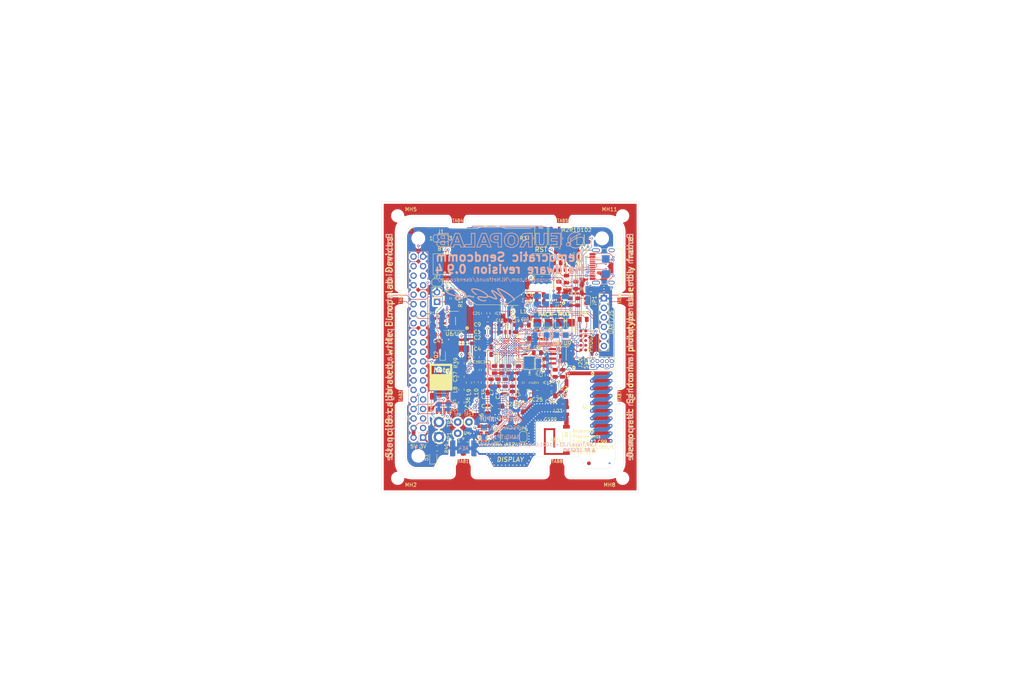
<source format=kicad_pcb>
(kicad_pcb (version 20171130) (host pcbnew 5.1.5+dfsg1-2build2)

  (general
    (thickness 1.6)
    (drawings 195)
    (tracks 1562)
    (zones 0)
    (modules 158)
    (nets 130)
  )

  (page A4)
  (title_block
    (title "Democratic Sendcomm")
    (date 2021-01-16)
    (rev 0.9.4)
    (company "Europalab Devices")
    (comment 1 "Copyright © 2021, Europalab Devices")
    (comment 2 "Fulfilling requirements of 20200210")
    (comment 3 "Pending quality assurance testing")
    (comment 4 "Release revision for manufacturing")
  )

  (layers
    (0 F.Cu signal)
    (1 In1.Cu power)
    (2 In2.Cu power)
    (31 B.Cu signal)
    (34 B.Paste user)
    (35 F.Paste user)
    (36 B.SilkS user)
    (37 F.SilkS user)
    (38 B.Mask user)
    (39 F.Mask user)
    (40 Dwgs.User user)
    (41 Cmts.User user)
    (44 Edge.Cuts user)
    (45 Margin user)
    (46 B.CrtYd user)
    (47 F.CrtYd user)
    (48 B.Fab user)
    (49 F.Fab user)
  )

  (setup
    (last_trace_width 0.127)
    (user_trace_width 0.1016)
    (user_trace_width 0.127)
    (user_trace_width 0.2)
    (user_trace_width 0.4)
    (user_trace_width 1.016)
    (trace_clearance 0.127)
    (zone_clearance 0.508)
    (zone_45_only no)
    (trace_min 0.09)
    (via_size 0.6)
    (via_drill 0.3)
    (via_min_size 0.356)
    (via_min_drill 0.2)
    (user_via 0.356 0.2)
    (user_via 0.45 0.2)
    (uvia_size 0.45)
    (uvia_drill 0.1)
    (uvias_allowed no)
    (uvia_min_size 0.45)
    (uvia_min_drill 0.1)
    (edge_width 0.05)
    (segment_width 0.1)
    (pcb_text_width 0.25)
    (pcb_text_size 1 1)
    (mod_edge_width 0.15)
    (mod_text_size 1 1)
    (mod_text_width 0.15)
    (pad_size 0.5 0.5)
    (pad_drill 0.5)
    (pad_to_mask_clearance 0)
    (aux_axis_origin 0 0)
    (visible_elements 7FFFFFFF)
    (pcbplotparams
      (layerselection 0x313fc_ffffffff)
      (usegerberextensions true)
      (usegerberattributes false)
      (usegerberadvancedattributes false)
      (creategerberjobfile false)
      (excludeedgelayer true)
      (linewidth 0.150000)
      (plotframeref false)
      (viasonmask false)
      (mode 1)
      (useauxorigin false)
      (hpglpennumber 1)
      (hpglpenspeed 20)
      (hpglpendiameter 15.000000)
      (psnegative false)
      (psa4output false)
      (plotreference true)
      (plotvalue true)
      (plotinvisibletext false)
      (padsonsilk false)
      (subtractmaskfromsilk false)
      (outputformat 1)
      (mirror false)
      (drillshape 0)
      (scaleselection 1)
      (outputdirectory "fabsingle"))
  )

  (net 0 "")
  (net 1 GND)
  (net 2 "Net-(AE1-Pad1)")
  (net 3 /Sheet5F53D5B4/RFSWPWR)
  (net 4 "Net-(C8-Pad1)")
  (net 5 /Sheet5F53D5B4/POWAMP)
  (net 6 "Net-(C13-Pad1)")
  (net 7 /Sheet5F53D5B4/HFOUT)
  (net 8 +3V3)
  (net 9 "Net-(C29-Pad1)")
  (net 10 /Sheet5F53D5B4/HPOUT)
  (net 11 /Sheet5F53D5B4/HFIN)
  (net 12 /Sheet5F53D5B4/BANDSEL)
  (net 13 "Net-(BT1-Pad1)")
  (net 14 /Sheet5F53D5B4/USB_BUS)
  (net 15 "Net-(C33-Pad1)")
  (net 16 "Net-(C34-Pad1)")
  (net 17 /Sheet5F53D5B4/CMDRST)
  (net 18 "Net-(D1-Pad2)")
  (net 19 "Net-(D1-Pad1)")
  (net 20 "Net-(D2-Pad1)")
  (net 21 "Net-(D2-Pad2)")
  (net 22 /Sheet5F53D5B4/USB_P)
  (net 23 /Sheet5F53D5B4/USB_N)
  (net 24 /Sheet60040980/ID_SD)
  (net 25 /Sheet60040980/ID_SC)
  (net 26 /Sheet5F53D5B4/SWDCLK)
  (net 27 "Net-(J3-Pad7)")
  (net 28 "Net-(J3-Pad8)")
  (net 29 "Net-(J4-Pad6)")
  (net 30 /Sheet5F53D5B4/CN_VBAT)
  (net 31 /Sheet5F53D5B4/XCEIV)
  (net 32 "Net-(AE5-Pad2)")
  (net 33 "Net-(C1-Pad1)")
  (net 34 "Net-(C7-Pad1)")
  (net 35 "Net-(C14-Pad1)")
  (net 36 "Net-(C17-Pad1)")
  (net 37 "Net-(C18-Pad2)")
  (net 38 "Net-(C19-Pad2)")
  (net 39 "Net-(C23-Pad2)")
  (net 40 "Net-(C23-Pad1)")
  (net 41 "Net-(C24-Pad1)")
  (net 42 "Net-(C24-Pad2)")
  (net 43 "Net-(C29-Pad2)")
  (net 44 "Net-(C33-Pad2)")
  (net 45 "Net-(C35-Pad2)")
  (net 46 "Net-(C40-Pad1)")
  (net 47 "Net-(J2-PadB5)")
  (net 48 "Net-(J2-PadA8)")
  (net 49 "Net-(J2-PadA5)")
  (net 50 "Net-(J2-PadB8)")
  (net 51 "Net-(J3-Pad2)")
  (net 52 "Net-(J3-Pad3)")
  (net 53 "Net-(J3-Pad5)")
  (net 54 "Net-(J3-Pad10)")
  (net 55 "Net-(J3-Pad11)")
  (net 56 "Net-(J3-Pad12)")
  (net 57 "Net-(J3-Pad13)")
  (net 58 "Net-(J3-Pad15)")
  (net 59 "Net-(J3-Pad16)")
  (net 60 "Net-(J3-Pad18)")
  (net 61 "Net-(J3-Pad19)")
  (net 62 "Net-(J3-Pad21)")
  (net 63 "Net-(J3-Pad22)")
  (net 64 "Net-(J3-Pad23)")
  (net 65 "Net-(J3-Pad24)")
  (net 66 "Net-(J3-Pad26)")
  (net 67 "Net-(J3-Pad29)")
  (net 68 "Net-(J3-Pad31)")
  (net 69 "Net-(J3-Pad32)")
  (net 70 "Net-(J3-Pad33)")
  (net 71 "Net-(J3-Pad35)")
  (net 72 "Net-(J3-Pad36)")
  (net 73 "Net-(J3-Pad38)")
  (net 74 "Net-(J3-Pad40)")
  (net 75 "Net-(J4-Pad7)")
  (net 76 "Net-(J4-Pad8)")
  (net 77 "Net-(J5-Pad2)")
  (net 78 "Net-(J5-Pad3)")
  (net 79 "Net-(J5-Pad6)")
  (net 80 "Net-(J6-Pad1)")
  (net 81 "Net-(L1-Pad2)")
  (net 82 "Net-(R3-Pad1)")
  (net 83 "Net-(R4-Pad1)")
  (net 84 "Net-(R4-Pad2)")
  (net 85 "Net-(U2-Pad5)")
  (net 86 "Net-(U3-PadG1)")
  (net 87 "Net-(U3-PadH1)")
  (net 88 "Net-(U3-PadE3)")
  (net 89 "Net-(U3-PadE4)")
  (net 90 "Net-(U3-PadF4)")
  (net 91 "Net-(U3-PadC7)")
  (net 92 "Net-(U3-PadD7)")
  (net 93 "Net-(U5-Pad3)")
  (net 94 "Net-(U5-Pad4)")
  (net 95 "Net-(U8-Pad7)")
  (net 96 "Net-(U8-Pad3)")
  (net 97 "Net-(U8-Pad2)")
  (net 98 "Net-(U8-Pad1)")
  (net 99 "Net-(U9-Pad1)")
  (net 100 "Net-(U9-Pad2)")
  (net 101 "Net-(U9-Pad3)")
  (net 102 "Net-(U9-Pad7)")
  (net 103 /Sheet5F53D5B4/SWDIO)
  (net 104 "Net-(AE2-Pad1)")
  (net 105 "Net-(AE4-Pad1)")
  (net 106 "Net-(AE5-Pad1)")
  (net 107 "Net-(J6-Pad2)")
  (net 108 "Net-(J6-Pad3)")
  (net 109 "Net-(J6-Pad4)")
  (net 110 "Net-(J7-Pad1)")
  (net 111 "Net-(C95-Pad1)")
  (net 112 /TP_SCL)
  (net 113 /TP_SDA)
  (net 114 "Net-(J20-Pad6)")
  (net 115 "Net-(J20-Pad7)")
  (net 116 "Net-(J20-Pad8)")
  (net 117 "Net-(Q2-Pad2)")
  (net 118 EXT_UART_TX)
  (net 119 EXT_UART_RX)
  (net 120 USB_TST)
  (net 121 "Net-(TP13-Pad1)")
  (net 122 "Net-(C94-Pad2)")
  (net 123 /Sheet5F53D5B4/CRY_XIN-RSVD)
  (net 124 /Sheet5F53D5B4/CRY_XOUT-RSVD)
  (net 125 "Net-(C97-Pad1)")
  (net 126 "Net-(C101-Pad1)")
  (net 127 "Net-(D3-Pad2)")
  (net 128 "Net-(JP4-Pad1)")
  (net 129 "Net-(U3-PadE5)")

  (net_class Default "This is the default net class."
    (clearance 0.127)
    (trace_width 0.127)
    (via_dia 0.6)
    (via_drill 0.3)
    (uvia_dia 0.45)
    (uvia_drill 0.1)
    (add_net +3V3)
    (add_net /Sheet5F53D5B4/BANDSEL)
    (add_net /Sheet5F53D5B4/CMDRST)
    (add_net /Sheet5F53D5B4/CN_VBAT)
    (add_net /Sheet5F53D5B4/CRY_XIN-RSVD)
    (add_net /Sheet5F53D5B4/CRY_XOUT-RSVD)
    (add_net /Sheet5F53D5B4/HFIN)
    (add_net /Sheet5F53D5B4/HFOUT)
    (add_net /Sheet5F53D5B4/HPOUT)
    (add_net /Sheet5F53D5B4/POWAMP)
    (add_net /Sheet5F53D5B4/RFSWPWR)
    (add_net /Sheet5F53D5B4/SWDCLK)
    (add_net /Sheet5F53D5B4/SWDIO)
    (add_net /Sheet5F53D5B4/USB_BUS)
    (add_net /Sheet5F53D5B4/USB_N)
    (add_net /Sheet5F53D5B4/USB_P)
    (add_net /Sheet5F53D5B4/XCEIV)
    (add_net /Sheet60040980/ID_SC)
    (add_net /Sheet60040980/ID_SD)
    (add_net /TP_SCL)
    (add_net /TP_SDA)
    (add_net EXT_UART_RX)
    (add_net EXT_UART_TX)
    (add_net GND)
    (add_net "Net-(AE1-Pad1)")
    (add_net "Net-(AE2-Pad1)")
    (add_net "Net-(AE4-Pad1)")
    (add_net "Net-(AE5-Pad1)")
    (add_net "Net-(AE5-Pad2)")
    (add_net "Net-(BT1-Pad1)")
    (add_net "Net-(C1-Pad1)")
    (add_net "Net-(C101-Pad1)")
    (add_net "Net-(C13-Pad1)")
    (add_net "Net-(C14-Pad1)")
    (add_net "Net-(C17-Pad1)")
    (add_net "Net-(C18-Pad2)")
    (add_net "Net-(C19-Pad2)")
    (add_net "Net-(C23-Pad1)")
    (add_net "Net-(C23-Pad2)")
    (add_net "Net-(C24-Pad1)")
    (add_net "Net-(C24-Pad2)")
    (add_net "Net-(C29-Pad1)")
    (add_net "Net-(C29-Pad2)")
    (add_net "Net-(C33-Pad1)")
    (add_net "Net-(C33-Pad2)")
    (add_net "Net-(C34-Pad1)")
    (add_net "Net-(C35-Pad2)")
    (add_net "Net-(C40-Pad1)")
    (add_net "Net-(C7-Pad1)")
    (add_net "Net-(C8-Pad1)")
    (add_net "Net-(C94-Pad2)")
    (add_net "Net-(C95-Pad1)")
    (add_net "Net-(C97-Pad1)")
    (add_net "Net-(D1-Pad1)")
    (add_net "Net-(D1-Pad2)")
    (add_net "Net-(D2-Pad1)")
    (add_net "Net-(D2-Pad2)")
    (add_net "Net-(D3-Pad2)")
    (add_net "Net-(J2-PadA5)")
    (add_net "Net-(J2-PadA8)")
    (add_net "Net-(J2-PadB5)")
    (add_net "Net-(J2-PadB8)")
    (add_net "Net-(J20-Pad6)")
    (add_net "Net-(J20-Pad7)")
    (add_net "Net-(J20-Pad8)")
    (add_net "Net-(J3-Pad10)")
    (add_net "Net-(J3-Pad11)")
    (add_net "Net-(J3-Pad12)")
    (add_net "Net-(J3-Pad13)")
    (add_net "Net-(J3-Pad15)")
    (add_net "Net-(J3-Pad16)")
    (add_net "Net-(J3-Pad18)")
    (add_net "Net-(J3-Pad19)")
    (add_net "Net-(J3-Pad2)")
    (add_net "Net-(J3-Pad21)")
    (add_net "Net-(J3-Pad22)")
    (add_net "Net-(J3-Pad23)")
    (add_net "Net-(J3-Pad24)")
    (add_net "Net-(J3-Pad26)")
    (add_net "Net-(J3-Pad29)")
    (add_net "Net-(J3-Pad3)")
    (add_net "Net-(J3-Pad31)")
    (add_net "Net-(J3-Pad32)")
    (add_net "Net-(J3-Pad33)")
    (add_net "Net-(J3-Pad35)")
    (add_net "Net-(J3-Pad36)")
    (add_net "Net-(J3-Pad38)")
    (add_net "Net-(J3-Pad40)")
    (add_net "Net-(J3-Pad5)")
    (add_net "Net-(J3-Pad7)")
    (add_net "Net-(J3-Pad8)")
    (add_net "Net-(J4-Pad6)")
    (add_net "Net-(J4-Pad7)")
    (add_net "Net-(J4-Pad8)")
    (add_net "Net-(J5-Pad2)")
    (add_net "Net-(J5-Pad3)")
    (add_net "Net-(J5-Pad6)")
    (add_net "Net-(J6-Pad1)")
    (add_net "Net-(J6-Pad2)")
    (add_net "Net-(J6-Pad3)")
    (add_net "Net-(J6-Pad4)")
    (add_net "Net-(J7-Pad1)")
    (add_net "Net-(JP4-Pad1)")
    (add_net "Net-(L1-Pad2)")
    (add_net "Net-(Q2-Pad2)")
    (add_net "Net-(R3-Pad1)")
    (add_net "Net-(R4-Pad1)")
    (add_net "Net-(R4-Pad2)")
    (add_net "Net-(TP13-Pad1)")
    (add_net "Net-(U2-Pad5)")
    (add_net "Net-(U3-PadC7)")
    (add_net "Net-(U3-PadD7)")
    (add_net "Net-(U3-PadE3)")
    (add_net "Net-(U3-PadE4)")
    (add_net "Net-(U3-PadE5)")
    (add_net "Net-(U3-PadF4)")
    (add_net "Net-(U3-PadG1)")
    (add_net "Net-(U3-PadH1)")
    (add_net "Net-(U5-Pad3)")
    (add_net "Net-(U5-Pad4)")
    (add_net "Net-(U8-Pad1)")
    (add_net "Net-(U8-Pad2)")
    (add_net "Net-(U8-Pad3)")
    (add_net "Net-(U8-Pad7)")
    (add_net "Net-(U9-Pad1)")
    (add_net "Net-(U9-Pad2)")
    (add_net "Net-(U9-Pad3)")
    (add_net "Net-(U9-Pad7)")
    (add_net USB_TST)
  )

  (net_class Power ""
    (clearance 0.2)
    (trace_width 0.5)
    (via_dia 1)
    (via_drill 0.7)
    (uvia_dia 0.5)
    (uvia_drill 0.1)
  )

  (module Connector_JST:JST_SH_SM04B-SRSS-TB_1x04-1MP_P1.00mm_Horizontal (layer F.Cu) (tedit 603EC4FA) (tstamp 603EF08C)
    (at 130 119.5 180)
    (descr "JST SH series connector, SM04B-SRSS-TB (http://www.jst-mfg.com/product/pdf/eng/eSH.pdf), generated with kicad-footprint-generator")
    (tags "connector JST SH top entry")
    (path /601C3EDE/604ADA51)
    (attr smd)
    (fp_text reference J21 (at -3.125 0.25 90) (layer F.SilkS)
      (effects (font (size 0.7 0.7) (thickness 0.1)))
    )
    (fp_text value Conn_01x04 (at 0 3.98 180) (layer F.Fab)
      (effects (font (size 1 1) (thickness 0.15)))
    )
    (fp_line (start -3 -1.675) (end 3 -1.675) (layer F.Fab) (width 0.1))
    (fp_line (start -3.11 -1) (end -3.11 -1.785) (layer F.SilkS) (width 0.12))
    (fp_line (start -3.11 -1.785) (end -2.06 -1.785) (layer F.SilkS) (width 0.12))
    (fp_line (start -2.06 -1.785) (end -2.06 -2.775) (layer F.SilkS) (width 0.12))
    (fp_line (start 3.11 0.715) (end 3.11 -1.785) (layer F.SilkS) (width 0.12))
    (fp_line (start 3.11 -1.785) (end 2.06 -1.785) (layer F.SilkS) (width 0.12))
    (fp_line (start -1.94 2.685) (end 1.94 2.685) (layer F.SilkS) (width 0.12))
    (fp_line (start -3 2.575) (end 3 2.575) (layer F.Fab) (width 0.1))
    (fp_line (start -3 -1.675) (end -3 2.575) (layer F.Fab) (width 0.1))
    (fp_line (start 3 -1.675) (end 3 2.575) (layer F.Fab) (width 0.1))
    (fp_line (start -3.9 -3.28) (end -3.9 3.28) (layer F.CrtYd) (width 0.05))
    (fp_line (start -3.9 3.28) (end 3.9 3.28) (layer F.CrtYd) (width 0.05))
    (fp_line (start 3.9 3.28) (end 3.9 -3.28) (layer F.CrtYd) (width 0.05))
    (fp_line (start 3.9 -3.28) (end -3.9 -3.28) (layer F.CrtYd) (width 0.05))
    (fp_line (start -2 -1.675) (end -1.5 -0.967893) (layer F.Fab) (width 0.1))
    (fp_line (start -1.5 -0.967893) (end -1 -1.675) (layer F.Fab) (width 0.1))
    (fp_text user %R (at 0 0 180) (layer F.Fab)
      (effects (font (size 1 1) (thickness 0.15)))
    )
    (pad 1 smd roundrect (at -1.5 -2 180) (size 0.6 1.55) (layers F.Cu F.Paste F.Mask) (roundrect_rratio 0.25)
      (net 1 GND))
    (pad 2 smd roundrect (at -0.5 -2 180) (size 0.6 1.55) (layers F.Cu F.Paste F.Mask) (roundrect_rratio 0.25)
      (net 8 +3V3))
    (pad 3 smd roundrect (at 0.5 -2 180) (size 0.6 1.55) (layers F.Cu F.Paste F.Mask) (roundrect_rratio 0.25)
      (net 113 /TP_SDA))
    (pad 4 smd roundrect (at 1.5 -2 180) (size 0.6 1.55) (layers F.Cu F.Paste F.Mask) (roundrect_rratio 0.25)
      (net 112 /TP_SCL))
    (pad MP smd roundrect (at -2.8 1.875 180) (size 1.2 1.8) (layers F.Cu F.Paste F.Mask) (roundrect_rratio 0.208333))
    (pad MP smd roundrect (at 2.8 1.875 180) (size 1.2 1.8) (layers F.Cu F.Paste F.Mask) (roundrect_rratio 0.208333))
    (model ${KISYS3DMOD}/Connector_JST.3dshapes/JST_PH_S4B-PH-K_1x04_P2.00mm_Horizontal.wrl
      (offset (xyz -1.5 1.5 0))
      (scale (xyz 0.5 0.7 0.6))
      (rotate (xyz 0 0 0))
    )
  )

  (module Elabdev:Millmax_Pogopin_2x4_P2.54mm (layer B.Cu) (tedit 60356AEB) (tstamp 5F6FEAB4)
    (at 159 97.5)
    (path /60040981/5F9DDFF1)
    (attr smd)
    (fp_text reference J6 (at -7 0 unlocked) (layer B.SilkS)
      (effects (font (size 1 1) (thickness 0.15)) (justify mirror))
    )
    (fp_text value Conn_02x04_Top_Bottom (at 0 -4 180) (layer B.Fab)
      (effects (font (size 1 1) (thickness 0.15)) (justify mirror))
    )
    (fp_line (start -5.08 2.54) (end -5.08 -2.54) (layer B.Fab) (width 0.15))
    (fp_line (start -5.08 -2.54) (end 5.08 -2.54) (layer B.Fab) (width 0.15))
    (fp_line (start 5.08 -2.54) (end 5.08 2.54) (layer B.Fab) (width 0.15))
    (fp_line (start 5.08 2.54) (end -5.08 2.54) (layer B.Fab) (width 0.15))
    (fp_line (start -5.5 -1.5) (end -4 -3) (layer B.SilkS) (width 0.15))
    (fp_line (start -5.5 3) (end -5.5 -1.5) (layer B.SilkS) (width 0.15))
    (fp_line (start -5.5 3) (end -2.5 3) (layer B.SilkS) (width 0.15))
    (fp_line (start 5.5 -3) (end 5.5 3) (layer B.SilkS) (width 0.15))
    (fp_line (start 5.5 -3) (end -4 -3) (layer B.SilkS) (width 0.15))
    (fp_line (start 5 3) (end 5.5 3) (layer B.SilkS) (width 0.15))
    (pad 5 smd circle (at -3.81 1.27) (size 2 2) (layers B.Cu B.Paste B.Mask)
      (net 112 /TP_SCL))
    (pad 6 smd circle (at -1.27 1.27) (size 2 2) (layers B.Cu B.Paste B.Mask)
      (net 113 /TP_SDA))
    (pad 7 smd circle (at 1.27 1.27) (size 2 2) (layers B.Cu B.Paste B.Mask)
      (net 8 +3V3))
    (pad 8 smd circle (at 3.81 1.27) (size 2 2) (layers B.Cu B.Paste B.Mask)
      (net 1 GND))
    (pad 4 smd circle (at 3.81 -1.27) (size 2 2) (layers B.Cu B.Paste B.Mask)
      (net 109 "Net-(J6-Pad4)"))
    (pad 3 smd circle (at 1.27 -1.27) (size 2 2) (layers B.Cu B.Paste B.Mask)
      (net 108 "Net-(J6-Pad3)"))
    (pad 2 smd circle (at -1.27 -1.27) (size 2 2) (layers B.Cu B.Paste B.Mask)
      (net 107 "Net-(J6-Pad2)"))
    (pad 1 smd circle (at -3.81 -1.27) (size 2 2) (layers B.Cu B.Paste B.Mask)
      (net 80 "Net-(J6-Pad1)"))
  )

  (module TestPoint:TestPoint_Pad_1.5x1.5mm (layer B.Cu) (tedit 5A0F774F) (tstamp 5FF29FC8)
    (at 157.73 101.31)
    (descr "SMD rectangular pad as test Point, square 1.5mm side length")
    (tags "test point SMD pad rectangle square")
    (path /60040981/5FF321A1)
    (attr virtual)
    (fp_text reference TP16 (at 0 1.69) (layer B.SilkS)
      (effects (font (size 0.5 0.5) (thickness 0.1)) (justify mirror))
    )
    (fp_text value Test (at 0 -2.05) (layer B.Fab)
      (effects (font (size 1 1) (thickness 0.15)) (justify mirror))
    )
    (fp_line (start 1.25 -1.25) (end -1.25 -1.25) (layer B.CrtYd) (width 0.05))
    (fp_line (start 1.25 -1.25) (end 1.25 1.25) (layer B.CrtYd) (width 0.05))
    (fp_line (start -1.25 1.25) (end -1.25 -1.25) (layer B.CrtYd) (width 0.05))
    (fp_line (start -1.25 1.25) (end 1.25 1.25) (layer B.CrtYd) (width 0.05))
    (fp_line (start -0.95 -0.95) (end -0.95 0.95) (layer B.SilkS) (width 0.12))
    (fp_line (start 0.95 -0.95) (end -0.95 -0.95) (layer B.SilkS) (width 0.12))
    (fp_line (start 0.95 0.95) (end 0.95 -0.95) (layer B.SilkS) (width 0.12))
    (fp_line (start -0.95 0.95) (end 0.95 0.95) (layer B.SilkS) (width 0.12))
    (fp_text user %R (at 0 2) (layer B.Fab)
      (effects (font (size 1 1) (thickness 0.15)) (justify mirror))
    )
    (pad 1 smd rect (at 0 0) (size 1.5 1.5) (layers B.Cu B.Mask)
      (net 26 /Sheet5F53D5B4/SWDCLK))
  )

  (module TestPoint:TestPoint_Pad_1.5x1.5mm (layer B.Cu) (tedit 5A0F774F) (tstamp 5FF29FBA)
    (at 160.27 101.31)
    (descr "SMD rectangular pad as test Point, square 1.5mm side length")
    (tags "test point SMD pad rectangle square")
    (path /60040981/5FF38589)
    (attr virtual)
    (fp_text reference TP15 (at 0 1.69) (layer B.SilkS)
      (effects (font (size 0.5 0.5) (thickness 0.1)) (justify mirror))
    )
    (fp_text value Test (at 0 -2.05) (layer B.Fab)
      (effects (font (size 1 1) (thickness 0.15)) (justify mirror))
    )
    (fp_line (start 1.25 -1.25) (end -1.25 -1.25) (layer B.CrtYd) (width 0.05))
    (fp_line (start 1.25 -1.25) (end 1.25 1.25) (layer B.CrtYd) (width 0.05))
    (fp_line (start -1.25 1.25) (end -1.25 -1.25) (layer B.CrtYd) (width 0.05))
    (fp_line (start -1.25 1.25) (end 1.25 1.25) (layer B.CrtYd) (width 0.05))
    (fp_line (start -0.95 -0.95) (end -0.95 0.95) (layer B.SilkS) (width 0.12))
    (fp_line (start 0.95 -0.95) (end -0.95 -0.95) (layer B.SilkS) (width 0.12))
    (fp_line (start 0.95 0.95) (end 0.95 -0.95) (layer B.SilkS) (width 0.12))
    (fp_line (start -0.95 0.95) (end 0.95 0.95) (layer B.SilkS) (width 0.12))
    (fp_text user %R (at 0 2) (layer B.Fab)
      (effects (font (size 1 1) (thickness 0.15)) (justify mirror))
    )
    (pad 1 smd rect (at 0 0) (size 1.5 1.5) (layers B.Cu B.Mask)
      (net 103 /Sheet5F53D5B4/SWDIO))
  )

  (module TestPoint:TestPoint_Pad_1.5x1.5mm (layer B.Cu) (tedit 5A0F774F) (tstamp 5FF29FAC)
    (at 162.81 101.31)
    (descr "SMD rectangular pad as test Point, square 1.5mm side length")
    (tags "test point SMD pad rectangle square")
    (path /60040981/5FF37EB1)
    (attr virtual)
    (fp_text reference TP14 (at 0 1.69) (layer B.SilkS)
      (effects (font (size 0.5 0.5) (thickness 0.1)) (justify mirror))
    )
    (fp_text value Test (at 0 -2.05) (layer B.Fab)
      (effects (font (size 1 1) (thickness 0.15)) (justify mirror))
    )
    (fp_text user %R (at 0 2) (layer B.Fab)
      (effects (font (size 1 1) (thickness 0.15)) (justify mirror))
    )
    (fp_line (start -0.95 0.95) (end 0.95 0.95) (layer B.SilkS) (width 0.12))
    (fp_line (start 0.95 0.95) (end 0.95 -0.95) (layer B.SilkS) (width 0.12))
    (fp_line (start 0.95 -0.95) (end -0.95 -0.95) (layer B.SilkS) (width 0.12))
    (fp_line (start -0.95 -0.95) (end -0.95 0.95) (layer B.SilkS) (width 0.12))
    (fp_line (start -1.25 1.25) (end 1.25 1.25) (layer B.CrtYd) (width 0.05))
    (fp_line (start -1.25 1.25) (end -1.25 -1.25) (layer B.CrtYd) (width 0.05))
    (fp_line (start 1.25 -1.25) (end 1.25 1.25) (layer B.CrtYd) (width 0.05))
    (fp_line (start 1.25 -1.25) (end -1.25 -1.25) (layer B.CrtYd) (width 0.05))
    (pad 1 smd rect (at 0 0) (size 1.5 1.5) (layers B.Cu B.Mask)
      (net 17 /Sheet5F53D5B4/CMDRST))
  )

  (module Inductor_SMD:L_0603_1608Metric (layer F.Cu) (tedit 5B301BBE) (tstamp 5FEA20A6)
    (at 160.5375 84)
    (descr "Inductor SMD 0603 (1608 Metric), square (rectangular) end terminal, IPC_7351 nominal, (Body size source: http://www.tortai-tech.com/upload/download/2011102023233369053.pdf), generated with kicad-footprint-generator")
    (tags inductor)
    (path /60040981/5FECBBBC)
    (attr smd)
    (fp_text reference FB2 (at 0 1.4 180) (layer F.SilkS)
      (effects (font (size 0.7 0.7) (thickness 0.1)))
    )
    (fp_text value BLM18PG471SN1D (at 0 1.65) (layer F.Fab)
      (effects (font (size 1 1) (thickness 0.15)))
    )
    (fp_text user %R (at 0 0) (layer F.Fab)
      (effects (font (size 0.5 0.5) (thickness 0.08)))
    )
    (fp_line (start 1.48 0.73) (end -1.48 0.73) (layer F.CrtYd) (width 0.05))
    (fp_line (start 1.48 -0.73) (end 1.48 0.73) (layer F.CrtYd) (width 0.05))
    (fp_line (start -1.48 -0.73) (end 1.48 -0.73) (layer F.CrtYd) (width 0.05))
    (fp_line (start -1.48 0.73) (end -1.48 -0.73) (layer F.CrtYd) (width 0.05))
    (fp_line (start -0.162779 0.51) (end 0.162779 0.51) (layer F.SilkS) (width 0.12))
    (fp_line (start -0.162779 -0.51) (end 0.162779 -0.51) (layer F.SilkS) (width 0.12))
    (fp_line (start 0.8 0.4) (end -0.8 0.4) (layer F.Fab) (width 0.1))
    (fp_line (start 0.8 -0.4) (end 0.8 0.4) (layer F.Fab) (width 0.1))
    (fp_line (start -0.8 -0.4) (end 0.8 -0.4) (layer F.Fab) (width 0.1))
    (fp_line (start -0.8 0.4) (end -0.8 -0.4) (layer F.Fab) (width 0.1))
    (pad 2 smd roundrect (at 0.7875 0) (size 0.875 0.95) (layers F.Cu F.Paste F.Mask) (roundrect_rratio 0.25)
      (net 125 "Net-(C97-Pad1)"))
    (pad 1 smd roundrect (at -0.7875 0) (size 0.875 0.95) (layers F.Cu F.Paste F.Mask) (roundrect_rratio 0.25)
      (net 14 /Sheet5F53D5B4/USB_BUS))
    (model ${KISYS3DMOD}/Inductor_SMD.3dshapes/L_0603_1608Metric.wrl
      (at (xyz 0 0 0))
      (scale (xyz 1 1 1))
      (rotate (xyz 0 0 0))
    )
  )

  (module Inductor_SMD:L_0603_1608Metric (layer F.Cu) (tedit 5B301BBE) (tstamp 5FC0418D)
    (at 138.5 103.5)
    (descr "Inductor SMD 0603 (1608 Metric), square (rectangular) end terminal, IPC_7351 nominal, (Body size source: http://www.tortai-tech.com/upload/download/2011102023233369053.pdf), generated with kicad-footprint-generator")
    (tags inductor)
    (path /5F53D5B5/5F613B5F)
    (attr smd)
    (fp_text reference FB1 (at -3 0) (layer F.SilkS)
      (effects (font (size 1 1) (thickness 0.15)))
    )
    (fp_text value BLM18PG471SN1D (at 0 1.65) (layer F.Fab)
      (effects (font (size 1 1) (thickness 0.15)))
    )
    (fp_text user %R (at 0 0) (layer F.Fab)
      (effects (font (size 0.5 0.5) (thickness 0.08)))
    )
    (fp_line (start 1.48 0.73) (end -1.48 0.73) (layer F.CrtYd) (width 0.05))
    (fp_line (start 1.48 -0.73) (end 1.48 0.73) (layer F.CrtYd) (width 0.05))
    (fp_line (start -1.48 -0.73) (end 1.48 -0.73) (layer F.CrtYd) (width 0.05))
    (fp_line (start -1.48 0.73) (end -1.48 -0.73) (layer F.CrtYd) (width 0.05))
    (fp_line (start -0.162779 0.51) (end 0.162779 0.51) (layer F.SilkS) (width 0.12))
    (fp_line (start -0.162779 -0.51) (end 0.162779 -0.51) (layer F.SilkS) (width 0.12))
    (fp_line (start 0.8 0.4) (end -0.8 0.4) (layer F.Fab) (width 0.1))
    (fp_line (start 0.8 -0.4) (end 0.8 0.4) (layer F.Fab) (width 0.1))
    (fp_line (start -0.8 -0.4) (end 0.8 -0.4) (layer F.Fab) (width 0.1))
    (fp_line (start -0.8 0.4) (end -0.8 -0.4) (layer F.Fab) (width 0.1))
    (pad 2 smd roundrect (at 0.7875 0) (size 0.875 0.95) (layers F.Cu F.Paste F.Mask) (roundrect_rratio 0.25)
      (net 33 "Net-(C1-Pad1)"))
    (pad 1 smd roundrect (at -0.7875 0) (size 0.875 0.95) (layers F.Cu F.Paste F.Mask) (roundrect_rratio 0.25)
      (net 8 +3V3))
    (model ${KISYS3DMOD}/Inductor_SMD.3dshapes/L_0603_1608Metric.wrl
      (at (xyz 0 0 0))
      (scale (xyz 1 1 1))
      (rotate (xyz 0 0 0))
    )
  )

  (module Capacitor_SMD:C_0805_2012Metric (layer F.Cu) (tedit 5B36C52B) (tstamp 5F6870D5)
    (at 140 126.5625 270)
    (descr "Capacitor SMD 0805 (2012 Metric), square (rectangular) end terminal, IPC_7351 nominal, (Body size source: https://docs.google.com/spreadsheets/d/1BsfQQcO9C6DZCsRaXUlFlo91Tg2WpOkGARC1WS5S8t0/edit?usp=sharing), generated with kicad-footprint-generator")
    (tags capacitor)
    (path /5F5C0728/5F5D6DA0)
    (attr smd)
    (fp_text reference C30 (at 2.9375 0 90) (layer F.SilkS)
      (effects (font (size 0.875 0.875) (thickness 0.125)))
    )
    (fp_text value 2,7pF (at 0 1.65 90) (layer F.Fab)
      (effects (font (size 1 1) (thickness 0.15)))
    )
    (fp_text user %R (at 0 0 90) (layer F.Fab)
      (effects (font (size 0.5 0.5) (thickness 0.08)))
    )
    (fp_line (start 1.68 0.95) (end -1.68 0.95) (layer F.CrtYd) (width 0.05))
    (fp_line (start 1.68 -0.95) (end 1.68 0.95) (layer F.CrtYd) (width 0.05))
    (fp_line (start -1.68 -0.95) (end 1.68 -0.95) (layer F.CrtYd) (width 0.05))
    (fp_line (start -1.68 0.95) (end -1.68 -0.95) (layer F.CrtYd) (width 0.05))
    (fp_line (start -0.258578 0.71) (end 0.258578 0.71) (layer F.SilkS) (width 0.12))
    (fp_line (start -0.258578 -0.71) (end 0.258578 -0.71) (layer F.SilkS) (width 0.12))
    (fp_line (start 1 0.6) (end -1 0.6) (layer F.Fab) (width 0.1))
    (fp_line (start 1 -0.6) (end 1 0.6) (layer F.Fab) (width 0.1))
    (fp_line (start -1 -0.6) (end 1 -0.6) (layer F.Fab) (width 0.1))
    (fp_line (start -1 0.6) (end -1 -0.6) (layer F.Fab) (width 0.1))
    (pad 2 smd roundrect (at 0.9375 0 270) (size 0.975 1.4) (layers F.Cu F.Paste F.Mask) (roundrect_rratio 0.25)
      (net 1 GND))
    (pad 1 smd roundrect (at -0.9375 0 270) (size 0.975 1.4) (layers F.Cu F.Paste F.Mask) (roundrect_rratio 0.25)
      (net 9 "Net-(C29-Pad1)"))
    (model ${KISYS3DMOD}/Capacitor_SMD.3dshapes/C_0805_2012Metric.wrl
      (at (xyz 0 0 0))
      (scale (xyz 1 1 1))
      (rotate (xyz 0 0 0))
    )
  )

  (module Connector_Coaxial:SMA_Samtec_SMA-J-P-X-ST-EM1_EdgeMount (layer F.Cu) (tedit 5FE90BFC) (tstamp 5F686FA8)
    (at 135.5 131.5)
    (descr "Connector SMA, 0Hz to 20GHz, 50Ohm, Edge Mount (http://suddendocs.samtec.com/prints/sma-j-p-x-st-em1-mkt.pdf)")
    (tags "SMA Straight Samtec Edge Mount")
    (path /5F5C0728/6000659E)
    (attr smd)
    (fp_text reference AE4 (at 0 0 unlocked) (layer B.SilkS)
      (effects (font (size 1 1) (thickness 0.15)) (justify mirror))
    )
    (fp_text value Antenna_Shield (at 0 13) (layer F.Fab)
      (effects (font (size 1 1) (thickness 0.15)))
    )
    (fp_text user "Board Thickness: 1.57mm" (at 0 -5.45) (layer Cmts.User)
      (effects (font (size 1 1) (thickness 0.15)))
    )
    (fp_line (start 0.84 -1.71) (end 1.95 -1.71) (layer F.SilkS) (width 0.12))
    (fp_line (start -1.95 -1.71) (end -0.84 -1.71) (layer F.SilkS) (width 0.12))
    (fp_line (start 0.84 2) (end 1.95 2) (layer F.SilkS) (width 0.12))
    (fp_line (start -1.95 2) (end -0.84 2) (layer F.SilkS) (width 0.12))
    (fp_line (start 3.68 2.6) (end 3.68 12.12) (layer B.CrtYd) (width 0.05))
    (fp_line (start 4 2.6) (end 3.68 2.6) (layer B.CrtYd) (width 0.05))
    (fp_line (start -3.68 12.12) (end -3.68 2.6) (layer B.CrtYd) (width 0.05))
    (fp_line (start -3.68 2.6) (end -4 2.6) (layer B.CrtYd) (width 0.05))
    (fp_line (start 3.68 2.6) (end 3.68 12.12) (layer F.CrtYd) (width 0.05))
    (fp_line (start 3.68 2.6) (end 4 2.6) (layer F.CrtYd) (width 0.05))
    (fp_line (start -3.68 12.12) (end -3.68 2.6) (layer F.CrtYd) (width 0.05))
    (fp_line (start -3.68 2.6) (end -4 2.6) (layer F.CrtYd) (width 0.05))
    (fp_text user "PCB Edge" (at 0 2.6) (layer Dwgs.User)
      (effects (font (size 0.5 0.5) (thickness 0.1)))
    )
    (fp_line (start 4.1 2.1) (end -4.1 2.1) (layer Dwgs.User) (width 0.1))
    (fp_line (start -3.175 -1.71) (end -3.175 11.62) (layer F.Fab) (width 0.1))
    (fp_line (start -2.365 -1.71) (end -3.175 -1.71) (layer F.Fab) (width 0.1))
    (fp_line (start -2.365 2.1) (end -2.365 -1.71) (layer F.Fab) (width 0.1))
    (fp_line (start 2.365 2.1) (end -2.365 2.1) (layer F.Fab) (width 0.1))
    (fp_line (start 2.365 -1.71) (end 2.365 2.1) (layer F.Fab) (width 0.1))
    (fp_line (start 3.175 -1.71) (end 2.365 -1.71) (layer F.Fab) (width 0.1))
    (fp_line (start 3.175 -1.71) (end 3.175 11.62) (layer F.Fab) (width 0.1))
    (fp_line (start 3.165 11.62) (end -3.165 11.62) (layer F.Fab) (width 0.1))
    (fp_line (start -4 -2.6) (end 4 -2.6) (layer B.CrtYd) (width 0.05))
    (fp_line (start -4 2.6) (end -4 -2.6) (layer B.CrtYd) (width 0.05))
    (fp_line (start 3.68 12.12) (end -3.68 12.12) (layer B.CrtYd) (width 0.05))
    (fp_line (start 4 2.6) (end 4 -2.6) (layer B.CrtYd) (width 0.05))
    (fp_line (start -4 -2.6) (end 4 -2.6) (layer F.CrtYd) (width 0.05))
    (fp_line (start -4 2.6) (end -4 -2.6) (layer F.CrtYd) (width 0.05))
    (fp_line (start 3.68 12.12) (end -3.68 12.12) (layer F.CrtYd) (width 0.05))
    (fp_line (start 4 2.6) (end 4 -2.6) (layer F.CrtYd) (width 0.05))
    (fp_text user %R (at 0 4.29 180) (layer F.Fab)
      (effects (font (size 1 1) (thickness 0.15)))
    )
    (fp_line (start 0.64 2.1) (end 0 3.1) (layer F.Fab) (width 0.1))
    (fp_line (start 0 3.1) (end -0.64 2.1) (layer F.Fab) (width 0.1))
    (fp_line (start 0 -2.26) (end 0.25 -2.76) (layer F.SilkS) (width 0.12))
    (fp_line (start 0.25 -2.76) (end -0.25 -2.76) (layer F.SilkS) (width 0.12))
    (fp_line (start -0.25 -2.76) (end 0 -2.26) (layer F.SilkS) (width 0.12))
    (pad 1 smd rect (at 0 0.2) (size 1.27 3.6) (layers F.Cu F.Mask)
      (net 105 "Net-(AE4-Pad1)"))
    (pad 2 smd rect (at 2.825 0) (size 1.35 4.2) (layers F.Cu F.Mask)
      (net 1 GND))
    (pad 2 smd rect (at -2.825 0) (size 1.35 4.2) (layers F.Cu F.Mask)
      (net 1 GND))
    (pad 2 smd rect (at 2.825 0) (size 1.35 4.2) (layers B.Cu B.Mask)
      (net 1 GND))
    (pad 2 smd rect (at -2.825 0) (size 1.35 4.2) (layers B.Cu B.Mask)
      (net 1 GND))
    (model ${KISYS3DMOD}/Connector_Coaxial.3dshapes/SMA_Samtec_SMA-J-P-X-ST-EM1_EdgeMount.wrl
      (at (xyz 0 0 0))
      (scale (xyz 1 1 1))
      (rotate (xyz 0 0 0))
    )
    (model ${KIPRJMOD}/modules/packages3d/RF_Antenna.3dshapes/SMA-J-P-H-ST-EM1.wrl
      (offset (xyz 0 -4 0.5))
      (scale (xyz 0.4 0.4 0.4))
      (rotate (xyz 180 -90 0))
    )
  )

  (module Connector_PinHeader_2.54mm:PinHeader_1x06_P2.54mm_Vertical (layer F.Cu) (tedit 59FED5CC) (tstamp 5FF83409)
    (at 173 91.5)
    (descr "Through hole straight pin header, 1x06, 2.54mm pitch, single row")
    (tags "Through hole pin header THT 1x06 2.54mm single row")
    (path /60040981/6006812D)
    (fp_text reference J5 (at 2 5 90) (layer F.SilkS)
      (effects (font (size 1 1) (thickness 0.15)) (justify left))
    )
    (fp_text value Conn_01x06_Male (at 4.385 14.97) (layer F.Fab)
      (effects (font (size 1 1) (thickness 0.15)))
    )
    (fp_text user %R (at 2.77 6.35 90) (layer F.Fab)
      (effects (font (size 1 1) (thickness 0.15)))
    )
    (fp_line (start 1.8 -1.8) (end -1.8 -1.8) (layer F.CrtYd) (width 0.05))
    (fp_line (start 1.8 14.5) (end 1.8 -1.8) (layer F.CrtYd) (width 0.05))
    (fp_line (start -1.8 14.5) (end 1.8 14.5) (layer F.CrtYd) (width 0.05))
    (fp_line (start -1.8 -1.8) (end -1.8 14.5) (layer F.CrtYd) (width 0.05))
    (fp_line (start -1.33 -1.33) (end 0 -1.33) (layer F.SilkS) (width 0.12))
    (fp_line (start -1.33 0) (end -1.33 -1.33) (layer F.SilkS) (width 0.12))
    (fp_line (start -1.33 1.27) (end 1.33 1.27) (layer F.SilkS) (width 0.12))
    (fp_line (start 1.33 1.27) (end 1.33 14.03) (layer F.SilkS) (width 0.12))
    (fp_line (start -1.33 1.27) (end -1.33 14.03) (layer F.SilkS) (width 0.12))
    (fp_line (start -1.33 14.03) (end 1.33 14.03) (layer F.SilkS) (width 0.12))
    (fp_line (start -1.27 -0.635) (end -0.635 -1.27) (layer F.Fab) (width 0.1))
    (fp_line (start -1.27 13.97) (end -1.27 -0.635) (layer F.Fab) (width 0.1))
    (fp_line (start 1.27 13.97) (end -1.27 13.97) (layer F.Fab) (width 0.1))
    (fp_line (start 1.27 -1.27) (end 1.27 13.97) (layer F.Fab) (width 0.1))
    (fp_line (start -0.635 -1.27) (end 1.27 -1.27) (layer F.Fab) (width 0.1))
    (pad 6 thru_hole oval (at 0 12.7) (size 1.7 1.7) (drill 1) (layers *.Cu *.Mask)
      (net 79 "Net-(J5-Pad6)"))
    (pad 5 thru_hole oval (at 0 10.16) (size 1.7 1.7) (drill 1) (layers *.Cu *.Mask)
      (net 118 EXT_UART_TX))
    (pad 4 thru_hole oval (at 0 7.62) (size 1.7 1.7) (drill 1) (layers *.Cu *.Mask)
      (net 119 EXT_UART_RX))
    (pad 3 thru_hole oval (at 0 5.08) (size 1.7 1.7) (drill 1) (layers *.Cu *.Mask)
      (net 78 "Net-(J5-Pad3)"))
    (pad 2 thru_hole oval (at 0 2.54) (size 1.7 1.7) (drill 1) (layers *.Cu *.Mask)
      (net 77 "Net-(J5-Pad2)"))
    (pad 1 thru_hole rect (at 0 0) (size 1.7 1.7) (drill 1) (layers *.Cu *.Mask)
      (net 1 GND))
    (model ${KISYS3DMOD}/Connector_PinHeader_2.54mm.3dshapes/PinHeader_1x06_P2.54mm_Vertical.wrl
      (at (xyz 0 0 0))
      (scale (xyz 1 1 1))
      (rotate (xyz 0 0 0))
    )
  )

  (module RF_Antenna:Texas_SWRA416_868MHz_915MHz (layer F.Cu) (tedit 5CF40AFD) (tstamp 5F686F31)
    (at 169 120.5 270)
    (descr http://www.ti.com/lit/an/swra416/swra416.pdf)
    (tags "PCB antenna")
    (path /5F5C0728/60008187)
    (attr smd)
    (fp_text reference AE1 (at 0 0.5 180) (layer F.SilkS)
      (effects (font (size 1 1) (thickness 0.15)))
    )
    (fp_text value Antenna (at 0.1 -7.6 90) (layer F.Fab)
      (effects (font (size 1 1) (thickness 0.15)))
    )
    (fp_line (start 9.7 2.1) (end 6.2 5.7) (layer Dwgs.User) (width 0.12))
    (fp_line (start 9.7 0.1) (end 4.3 5.7) (layer Dwgs.User) (width 0.12))
    (fp_line (start 9.7 -1.9) (end 2.3 5.7) (layer Dwgs.User) (width 0.12))
    (fp_line (start 9.7 -3.9) (end 0.2 5.7) (layer Dwgs.User) (width 0.12))
    (fp_line (start 9.7 -5.9) (end -1.8 5.7) (layer Dwgs.User) (width 0.12))
    (fp_line (start 8.3 -6.5) (end -3.8 5.7) (layer Dwgs.User) (width 0.12))
    (fp_line (start 6.3 -6.5) (end -5.8 5.7) (layer Dwgs.User) (width 0.12))
    (fp_line (start 4.3 -6.5) (end -7.8 5.7) (layer Dwgs.User) (width 0.12))
    (fp_line (start -9.7 5.5) (end 2.3 -6.5) (layer Dwgs.User) (width 0.12))
    (fp_line (start -9.7 3.5) (end 0.3 -6.5) (layer Dwgs.User) (width 0.12))
    (fp_line (start -9.7 1.5) (end -1.7 -6.5) (layer Dwgs.User) (width 0.12))
    (fp_line (start -9.7 -0.5) (end -3.7 -6.5) (layer Dwgs.User) (width 0.12))
    (fp_line (start -9.7 -2.5) (end -5.7 -6.5) (layer Dwgs.User) (width 0.12))
    (fp_line (start -9.7 -4.5) (end -7.7 -6.5) (layer Dwgs.User) (width 0.12))
    (fp_line (start 9.7 -6.5) (end -9.7 -6.5) (layer Dwgs.User) (width 0.15))
    (fp_line (start 9.7 5.7) (end 9.7 -6.5) (layer Dwgs.User) (width 0.15))
    (fp_line (start -9.7 5.7) (end 9.7 5.7) (layer Dwgs.User) (width 0.15))
    (fp_line (start -9.7 -6.5) (end -9.7 5.7) (layer Dwgs.User) (width 0.15))
    (fp_line (start 7 -5.8) (end 8 -4.8) (layer B.Cu) (width 1))
    (fp_line (start 8 -1.8) (end 9 -0.8) (layer B.Cu) (width 1))
    (fp_line (start 8 -4.8) (end 8 -1.8) (layer B.Cu) (width 1))
    (fp_line (start 9 -5.8) (end 9 -0.8) (layer F.Cu) (width 1))
    (fp_line (start 5 -5.8) (end 6 -4.8) (layer B.Cu) (width 1))
    (fp_line (start 6 -1.8) (end 7 -0.8) (layer B.Cu) (width 1))
    (fp_line (start 6 -4.8) (end 6 -1.8) (layer B.Cu) (width 1))
    (fp_line (start 7 -5.8) (end 7 -0.8) (layer F.Cu) (width 1))
    (fp_line (start 3 -5.8) (end 4 -4.8) (layer B.Cu) (width 1))
    (fp_line (start 4 -1.8) (end 5 -0.8) (layer B.Cu) (width 1))
    (fp_line (start 4 -4.8) (end 4 -1.8) (layer B.Cu) (width 1))
    (fp_line (start 5 -5.8) (end 5 -0.8) (layer F.Cu) (width 1))
    (fp_line (start 1 -5.8) (end 2 -4.8) (layer B.Cu) (width 1))
    (fp_line (start 2 -1.8) (end 3 -0.8) (layer B.Cu) (width 1))
    (fp_line (start 2 -4.8) (end 2 -1.8) (layer B.Cu) (width 1))
    (fp_line (start 3 -5.8) (end 3 -0.8) (layer F.Cu) (width 1))
    (fp_line (start -1 -5.8) (end 0 -4.8) (layer B.Cu) (width 1))
    (fp_line (start 0 -1.8) (end 1 -0.8) (layer B.Cu) (width 1))
    (fp_line (start 0 -4.8) (end 0 -1.8) (layer B.Cu) (width 1))
    (fp_line (start 1 -5.8) (end 1 -0.8) (layer F.Cu) (width 1))
    (fp_line (start -3 -5.8) (end -2 -4.8) (layer B.Cu) (width 1))
    (fp_line (start -2 -1.8) (end -1 -0.8) (layer B.Cu) (width 1))
    (fp_line (start -2 -4.8) (end -2 -1.8) (layer B.Cu) (width 1))
    (fp_line (start -1 -5.8) (end -1 -0.8) (layer F.Cu) (width 1))
    (fp_line (start -4 -4.8) (end -4 -1.8) (layer B.Cu) (width 1))
    (fp_line (start -5 -5.8) (end -4 -4.8) (layer B.Cu) (width 1))
    (fp_line (start -4 -1.8) (end -3 -0.8) (layer B.Cu) (width 1))
    (fp_line (start -3 -5.8) (end -3 -0.8) (layer F.Cu) (width 1))
    (fp_line (start -6 -4.8) (end -6 -1.8) (layer B.Cu) (width 1))
    (fp_line (start -7 -5.8) (end -6 -4.8) (layer B.Cu) (width 1))
    (fp_line (start -6 -1.8) (end -5 -0.8) (layer B.Cu) (width 1))
    (fp_line (start -5 -5.8) (end -5 -0.8) (layer F.Cu) (width 1))
    (fp_line (start -7 -5.8) (end -7 -0.8) (layer F.Cu) (width 1))
    (fp_line (start -9 5.2) (end -9 -5.8) (layer F.Cu) (width 1))
    (fp_line (start -9 -5.8) (end -8 -4.8) (layer B.Cu) (width 1))
    (fp_line (start -8 -4.8) (end -8 -1.8) (layer B.Cu) (width 1))
    (fp_line (start -8 -1.8) (end -7 -0.8) (layer B.Cu) (width 1))
    (fp_line (start 9.7 4.1) (end 8.2 5.7) (layer Dwgs.User) (width 0.12))
    (fp_line (start -9.9 -6.7) (end -9.9 5.9) (layer F.CrtYd) (width 0.05))
    (fp_line (start -9.9 5.9) (end 9.9 5.9) (layer F.CrtYd) (width 0.05))
    (fp_line (start 9.9 5.9) (end 9.9 -6.7) (layer F.CrtYd) (width 0.05))
    (fp_line (start 9.9 -6.7) (end -9.9 -6.7) (layer F.CrtYd) (width 0.05))
    (fp_line (start 9.9 -6.7) (end -9.9 -6.7) (layer B.CrtYd) (width 0.05))
    (fp_line (start 9.9 5.9) (end 9.9 -6.7) (layer B.CrtYd) (width 0.05))
    (fp_line (start -9.9 -6.7) (end -9.9 5.9) (layer B.CrtYd) (width 0.05))
    (fp_line (start -9.9 5.9) (end 9.9 5.9) (layer B.CrtYd) (width 0.05))
    (fp_text user "KEEP-OUT ZONE" (at 1 -2.8 90) (layer Cmts.User)
      (effects (font (size 1 1) (thickness 0.15)))
    )
    (fp_text user "No metal, traces or " (at 1 0.2 90) (layer Cmts.User)
      (effects (font (size 1 1) (thickness 0.15)))
    )
    (fp_text user "any components on" (at 1 2.2 90) (layer Cmts.User)
      (effects (font (size 1 1) (thickness 0.15)))
    )
    (fp_text user " any PCB layer." (at 1 4.2 90) (layer Cmts.User)
      (effects (font (size 1 1) (thickness 0.15)))
    )
    (fp_text user %R (at -0.4 6.6 90) (layer F.Fab)
      (effects (font (size 1 1) (thickness 0.15)))
    )
    (pad "" thru_hole circle (at 9 -0.8 90) (size 1 1) (drill 0.4) (layers *.Cu))
    (pad "" thru_hole circle (at 9 -5.8 90) (size 1 1) (drill 0.4) (layers *.Cu))
    (pad "" thru_hole circle (at 7 -5.8 90) (size 1 1) (drill 0.4) (layers *.Cu))
    (pad "" thru_hole circle (at 7 -0.8 90) (size 1 1) (drill 0.4) (layers *.Cu))
    (pad "" thru_hole circle (at 5 -0.8 90) (size 1 1) (drill 0.4) (layers *.Cu))
    (pad "" thru_hole circle (at 5 -5.8 90) (size 1 1) (drill 0.4) (layers *.Cu))
    (pad "" thru_hole circle (at 3 -0.8 90) (size 1 1) (drill 0.4) (layers *.Cu))
    (pad "" thru_hole circle (at 3 -5.8 90) (size 1 1) (drill 0.4) (layers *.Cu))
    (pad "" thru_hole circle (at 1 -5.8 90) (size 1 1) (drill 0.4) (layers *.Cu))
    (pad "" thru_hole circle (at 1 -0.8 90) (size 1 1) (drill 0.4) (layers *.Cu))
    (pad "" thru_hole circle (at -1 -0.8 90) (size 1 1) (drill 0.4) (layers *.Cu))
    (pad "" thru_hole circle (at -1 -5.8 90) (size 1 1) (drill 0.4) (layers *.Cu))
    (pad "" thru_hole circle (at -3 -5.8 90) (size 1 1) (drill 0.4) (layers *.Cu))
    (pad "" thru_hole circle (at -3 -0.8 90) (size 1 1) (drill 0.4) (layers *.Cu))
    (pad "" thru_hole circle (at -5 -0.8 90) (size 1 1) (drill 0.4) (layers *.Cu))
    (pad "" thru_hole circle (at -5 -5.8 90) (size 1 1) (drill 0.4) (layers *.Cu))
    (pad "" thru_hole circle (at -7 -5.8 90) (size 1 1) (drill 0.4) (layers *.Cu))
    (pad "" thru_hole circle (at -7 -0.8 90) (size 1 1) (drill 0.4) (layers *.Cu))
    (pad "" thru_hole circle (at -9 -5.8 90) (size 1 1) (drill 0.4) (layers *.Cu))
    (pad 1 smd trapezoid (at -9 5.9 90) (size 0.4 0.8) (rect_delta 0 0.3 ) (layers F.Cu)
      (net 2 "Net-(AE1-Pad1)"))
  )

  (module Elabdev:Panel_Mousetab_25mm_Single (layer F.Cu) (tedit 5CD9E502) (tstamp 60039779)
    (at 160.5 135 90)
    (path /5CD9EB0D)
    (fp_text reference TAB8 (at 0 0) (layer F.SilkS)
      (effects (font (size 0.8 0.8) (thickness 0.13)))
    )
    (fp_text value Pantab (at -3.25 0 180) (layer F.Fab)
      (effects (font (size 1 1) (thickness 0.15)))
    )
    (fp_line (start 1.25 -2.2) (end 1.25 2.2) (layer F.Fab) (width 0.15))
    (fp_line (start -1.25 -2.2) (end -1.25 2.2) (layer F.Fab) (width 0.15))
    (fp_line (start 2.1 -2.6) (end 2.1 2.6) (layer F.CrtYd) (width 0.15))
    (fp_line (start 2.1 2.6) (end -2.1 2.6) (layer F.CrtYd) (width 0.15))
    (fp_line (start -2.1 2.6) (end -2.1 -2.6) (layer F.CrtYd) (width 0.15))
    (fp_line (start -2.1 -2.6) (end 2.1 -2.6) (layer F.CrtYd) (width 0.15))
    (pad "" np_thru_hole circle (at 1.35 2 90) (size 0.5 0.5) (drill 0.5) (layers *.Cu))
    (pad "" np_thru_hole circle (at 1.35 1.2 90) (size 0.5 0.5) (drill 0.5) (layers *.Cu))
    (pad "" np_thru_hole circle (at 1.35 0.4 90) (size 0.5 0.5) (drill 0.5) (layers *.Cu))
    (pad "" np_thru_hole circle (at 1.35 -0.4 90) (size 0.5 0.5) (drill 0.5) (layers *.Cu))
    (pad "" np_thru_hole circle (at 1.35 -1.2 90) (size 0.5 0.5) (drill 0.5) (layers *.Cu))
    (pad "" np_thru_hole circle (at 1.35 -2 90) (size 0.5 0.5) (drill 0.5) (layers *.Cu))
  )

  (module Capacitor_SMD:C_0805_2012Metric (layer F.Cu) (tedit 5B36C52B) (tstamp 5FEB8111)
    (at 149.5 99.5625 270)
    (descr "Capacitor SMD 0805 (2012 Metric), square (rectangular) end terminal, IPC_7351 nominal, (Body size source: https://docs.google.com/spreadsheets/d/1BsfQQcO9C6DZCsRaXUlFlo91Tg2WpOkGARC1WS5S8t0/edit?usp=sharing), generated with kicad-footprint-generator")
    (tags capacitor)
    (path /5F53D5B5/5F609CF5)
    (attr smd)
    (fp_text reference C19 (at -2.0625 0 180) (layer F.SilkS)
      (effects (font (size 0.7 0.7) (thickness 0.1)))
    )
    (fp_text value 18pF (at 0 1.65 90) (layer F.Fab)
      (effects (font (size 1 1) (thickness 0.15)))
    )
    (fp_line (start -1 0.6) (end -1 -0.6) (layer F.Fab) (width 0.1))
    (fp_line (start -1 -0.6) (end 1 -0.6) (layer F.Fab) (width 0.1))
    (fp_line (start 1 -0.6) (end 1 0.6) (layer F.Fab) (width 0.1))
    (fp_line (start 1 0.6) (end -1 0.6) (layer F.Fab) (width 0.1))
    (fp_line (start -0.258578 -0.71) (end 0.258578 -0.71) (layer F.SilkS) (width 0.12))
    (fp_line (start -0.258578 0.71) (end 0.258578 0.71) (layer F.SilkS) (width 0.12))
    (fp_line (start -1.68 0.95) (end -1.68 -0.95) (layer F.CrtYd) (width 0.05))
    (fp_line (start -1.68 -0.95) (end 1.68 -0.95) (layer F.CrtYd) (width 0.05))
    (fp_line (start 1.68 -0.95) (end 1.68 0.95) (layer F.CrtYd) (width 0.05))
    (fp_line (start 1.68 0.95) (end -1.68 0.95) (layer F.CrtYd) (width 0.05))
    (fp_text user %R (at 0 0 90) (layer F.Fab)
      (effects (font (size 0.5 0.5) (thickness 0.08)))
    )
    (pad 1 smd roundrect (at -0.9375 0 270) (size 0.975 1.4) (layers F.Cu F.Paste F.Mask) (roundrect_rratio 0.25)
      (net 1 GND))
    (pad 2 smd roundrect (at 0.9375 0 270) (size 0.975 1.4) (layers F.Cu F.Paste F.Mask) (roundrect_rratio 0.25)
      (net 38 "Net-(C19-Pad2)"))
    (model ${KISYS3DMOD}/Capacitor_SMD.3dshapes/C_0805_2012Metric.wrl
      (at (xyz 0 0 0))
      (scale (xyz 1 1 1))
      (rotate (xyz 0 0 0))
    )
  )

  (module Elabdev:Meinkuerz_sign_480dpi (layer B.Cu) (tedit 0) (tstamp 5FBE809B)
    (at 140 90.5 180)
    (fp_text reference G1 (at 0 0) (layer B.SilkS) hide
      (effects (font (size 1.524 1.524) (thickness 0.3)) (justify mirror))
    )
    (fp_text value Meinkuerzel_signature (at 0.75 0) (layer B.SilkS) hide
      (effects (font (size 1.524 1.524) (thickness 0.3)) (justify mirror))
    )
    (fp_poly (pts (xy 7.849084 1.675651) (xy 8.303148 1.632827) (xy 8.685942 1.550363) (xy 8.876057 1.481326)
      (xy 9.07938 1.34976) (xy 9.204465 1.178624) (xy 9.241225 0.986809) (xy 9.210768 0.854557)
      (xy 9.078684 0.643748) (xy 8.864557 0.429964) (xy 8.589687 0.233059) (xy 8.471807 0.165759)
      (xy 8.232808 0.053863) (xy 7.923436 -0.068816) (xy 7.576824 -0.190996) (xy 7.226108 -0.301392)
      (xy 6.904421 -0.388723) (xy 6.731621 -0.426811) (xy 6.398868 -0.490816) (xy 6.556265 -0.586535)
      (xy 6.736632 -0.743549) (xy 6.819572 -0.938245) (xy 6.82625 -1.022915) (xy 6.780462 -1.15416)
      (xy 6.660466 -1.295963) (xy 6.49231 -1.424979) (xy 6.30204 -1.517866) (xy 6.258842 -1.531402)
      (xy 6.0446 -1.569955) (xy 5.805186 -1.581627) (xy 5.582286 -1.566858) (xy 5.417587 -1.526091)
      (xy 5.409578 -1.522402) (xy 5.285381 -1.409276) (xy 5.232727 -1.237525) (xy 5.243042 -1.133742)
      (xy 5.545646 -1.133742) (xy 5.569322 -1.243922) (xy 5.599007 -1.270742) (xy 5.725804 -1.30367)
      (xy 5.911501 -1.301091) (xy 6.117136 -1.267785) (xy 6.303743 -1.20853) (xy 6.368163 -1.176419)
      (xy 6.483421 -1.090411) (xy 6.547775 -1.006994) (xy 6.550669 -0.996984) (xy 6.519163 -0.903747)
      (xy 6.404517 -0.814537) (xy 6.229026 -0.742568) (xy 6.060328 -0.706358) (xy 5.903418 -0.693399)
      (xy 5.806355 -0.717484) (xy 5.726223 -0.79035) (xy 5.718194 -0.79992) (xy 5.596762 -0.979847)
      (xy 5.545646 -1.133742) (xy 5.243042 -1.133742) (xy 5.253531 -1.028227) (xy 5.344918 -0.810631)
      (xy 5.442538 -0.642303) (xy 5.295353 -0.646487) (xy 5.12125 -0.625399) (xy 5.035885 -0.550663)
      (xy 5.027083 -0.501447) (xy 5.075804 -0.410776) (xy 5.222941 -0.351671) (xy 5.469958 -0.32355)
      (xy 5.476875 -0.323261) (xy 5.599677 -0.314345) (xy 5.697993 -0.289875) (xy 5.794712 -0.235966)
      (xy 5.912725 -0.138734) (xy 6.074923 0.015705) (xy 6.138333 0.077935) (xy 6.357426 0.284825)
      (xy 6.520758 0.415811) (xy 6.63982 0.476704) (xy 6.726105 0.473318) (xy 6.791106 0.411464)
      (xy 6.792772 0.408883) (xy 6.813029 0.349999) (xy 6.787897 0.281807) (xy 6.704882 0.184844)
      (xy 6.561666 0.048946) (xy 6.270625 -0.217166) (xy 6.532899 -0.183078) (xy 6.900304 -0.115245)
      (xy 7.289474 -0.008645) (xy 7.678243 0.127507) (xy 8.044445 0.283994) (xy 8.365914 0.451601)
      (xy 8.620483 0.621112) (xy 8.749193 0.738377) (xy 8.856936 0.865956) (xy 8.92727 0.965202)
      (xy 8.942916 1.001728) (xy 8.895983 1.084773) (xy 8.773369 1.176095) (xy 8.602358 1.259484)
      (xy 8.410231 1.318727) (xy 8.408998 1.318992) (xy 8.149682 1.354937) (xy 7.8128 1.371973)
      (xy 7.424917 1.370093) (xy 7.012599 1.349291) (xy 6.686734 1.319437) (xy 6.066773 1.222977)
      (xy 5.517194 1.081213) (xy 5.043989 0.897075) (xy 4.653152 0.673494) (xy 4.350673 0.413401)
      (xy 4.142546 0.119727) (xy 4.114637 0.061443) (xy 4.047094 -0.15251) (xy 4.06025 -0.336634)
      (xy 4.160207 -0.518581) (xy 4.270456 -0.644496) (xy 4.390411 -0.79173) (xy 4.431252 -0.900383)
      (xy 4.427296 -0.922309) (xy 4.357272 -0.99719) (xy 4.242023 -0.977517) (xy 4.082983 -0.863726)
      (xy 4.010682 -0.795217) (xy 3.879838 -0.680755) (xy 3.765594 -0.608691) (xy 3.712637 -0.594925)
      (xy 3.6215 -0.594723) (xy 3.455888 -0.585507) (xy 3.246599 -0.569127) (xy 3.175 -0.562633)
      (xy 2.951086 -0.544014) (xy 2.793821 -0.54282) (xy 2.664643 -0.565021) (xy 2.524987 -0.61659)
      (xy 2.371034 -0.687127) (xy 2.100169 -0.795663) (xy 1.89262 -0.837972) (xy 1.841867 -0.837015)
      (xy 1.72083 -0.812158) (xy 1.663036 -0.745697) (xy 1.637803 -0.635) (xy 1.623821 -0.491701)
      (xy 1.628566 -0.389706) (xy 1.630235 -0.383646) (xy 1.692219 -0.322789) (xy 1.789679 -0.330876)
      (xy 1.885465 -0.399867) (xy 1.916539 -0.445597) (xy 1.984375 -0.573694) (xy 2.371569 -0.384068)
      (xy 2.758764 -0.194442) (xy 3.165319 -0.256321) (xy 3.413597 -0.293214) (xy 3.576071 -0.310583)
      (xy 3.67165 -0.304292) (xy 3.719238 -0.270208) (xy 3.737742 -0.204195) (xy 3.744012 -0.129767)
      (xy 3.817818 0.177969) (xy 3.989413 0.470621) (xy 4.251219 0.74303) (xy 4.595656 0.99004)
      (xy 5.015149 1.206492) (xy 5.502117 1.387229) (xy 6.048984 1.527094) (xy 6.228561 1.561184)
      (xy 6.794861 1.64034) (xy 7.340678 1.678326) (xy 7.849084 1.675651)) (layer B.SilkS) (width 0.01))
    (fp_poly (pts (xy -4.580024 1.756567) (xy -4.544854 1.74305) (xy -4.466016 1.67622) (xy -4.437143 1.580417)
      (xy -4.461964 1.447967) (xy -4.544204 1.271201) (xy -4.68759 1.042447) (xy -4.895848 0.754033)
      (xy -5.172705 0.39829) (xy -5.237349 0.3175) (xy -5.411926 0.098408) (xy -5.577817 -0.112809)
      (xy -5.714811 -0.290245) (xy -5.794689 -0.396875) (xy -5.948296 -0.608542) (xy -5.791961 -0.468507)
      (xy -5.700695 -0.392772) (xy -5.541009 -0.266466) (xy -5.329307 -0.10231) (xy -5.081994 0.086977)
      (xy -4.815472 0.288675) (xy -4.815417 0.288716) (xy -4.345432 0.631252) (xy -3.946225 0.897872)
      (xy -3.615767 1.089474) (xy -3.352032 1.206955) (xy -3.152989 1.251211) (xy -3.016612 1.223138)
      (xy -2.940872 1.123633) (xy -2.939055 1.118116) (xy -2.92791 1.023519) (xy -2.955738 0.908417)
      (xy -3.029742 0.759005) (xy -3.157121 0.561475) (xy -3.345079 0.302021) (xy -3.409058 0.217037)
      (xy -3.654587 -0.113597) (xy -3.860834 -0.404313) (xy -4.022275 -0.646491) (xy -4.133388 -0.831509)
      (xy -4.188652 -0.950744) (xy -4.185335 -0.994958) (xy -4.120655 -0.981486) (xy -3.976478 -0.932768)
      (xy -3.770527 -0.855371) (xy -3.520529 -0.755864) (xy -3.349225 -0.685128) (xy -3.06462 -0.570045)
      (xy -2.797019 -0.469163) (xy -2.569108 -0.390505) (xy -2.403576 -0.342097) (xy -2.349431 -0.331513)
      (xy -2.183877 -0.291941) (xy -2.07811 -0.206425) (xy -2.041672 -0.151915) (xy -1.850086 0.096101)
      (xy -1.567603 0.354844) (xy -1.207453 0.616123) (xy -0.78287 0.87175) (xy -0.307084 1.113536)
      (xy 0.206672 1.333293) (xy 0.574448 1.467145) (xy 0.853452 1.556991) (xy 1.074831 1.61415)
      (xy 1.278935 1.645957) (xy 1.506112 1.659747) (xy 1.647661 1.662241) (xy 1.89537 1.661355)
      (xy 2.061526 1.650821) (xy 2.170245 1.626908) (xy 2.245641 1.585888) (xy 2.269431 1.566069)
      (xy 2.364656 1.413892) (xy 2.378536 1.21834) (xy 2.31231 1.002224) (xy 2.231511 0.867835)
      (xy 2.055394 0.653788) (xy 1.846452 0.444397) (xy 1.622129 0.252501) (xy 1.399873 0.090942)
      (xy 1.19713 -0.02744) (xy 1.031346 -0.089804) (xy 0.931657 -0.088852) (xy 0.853749 -0.025156)
      (xy 0.874571 0.06423) (xy 0.991583 0.174246) (xy 1.09802 0.242886) (xy 1.314624 0.387246)
      (xy 1.527802 0.560014) (xy 1.72429 0.746283) (xy 1.890825 0.931146) (xy 2.014146 1.099697)
      (xy 2.080988 1.237027) (xy 2.078088 1.32823) (xy 2.071165 1.336667) (xy 1.954541 1.387475)
      (xy 1.756832 1.400928) (xy 1.494763 1.380087) (xy 1.185063 1.328013) (xy 0.844457 1.247766)
      (xy 0.489674 1.142406) (xy 0.137439 1.014995) (xy -0.00172 0.957368) (xy -0.385109 0.777304)
      (xy -0.74297 0.581237) (xy -1.065571 0.377182) (xy -1.343179 0.173152) (xy -1.566062 -0.022838)
      (xy -1.724487 -0.202776) (xy -1.808722 -0.358647) (xy -1.809035 -0.482438) (xy -1.789329 -0.514562)
      (xy -1.69188 -0.558953) (xy -1.49842 -0.578536) (xy -1.2158 -0.573404) (xy -0.850872 -0.543648)
      (xy -0.464887 -0.496867) (xy -0.056607 -0.452123) (xy 0.260382 -0.442712) (xy 0.494773 -0.469264)
      (xy 0.655256 -0.532408) (xy 0.714552 -0.58228) (xy 0.776217 -0.725165) (xy 0.746162 -0.908878)
      (xy 0.632079 -1.115352) (xy 0.45893 -1.290216) (xy 0.2117 -1.450188) (xy -0.085638 -1.588107)
      (xy -0.409112 -1.696809) (xy -0.734748 -1.769134) (xy -1.038572 -1.797919) (xy -1.296612 -1.776003)
      (xy -1.42875 -1.731015) (xy -1.546706 -1.617759) (xy -1.577815 -1.519827) (xy -1.560687 -1.389395)
      (xy -1.486335 -1.336349) (xy -1.378138 -1.369493) (xy -1.317893 -1.421952) (xy -1.19986 -1.505637)
      (xy -1.092449 -1.534584) (xy -0.859949 -1.513387) (xy -0.579373 -1.457345) (xy -0.297878 -1.377776)
      (xy -0.068589 -1.288836) (xy 0.116249 -1.181832) (xy 0.284174 -1.050661) (xy 0.411262 -0.917533)
      (xy 0.473586 -0.804658) (xy 0.47625 -0.783054) (xy 0.425256 -0.757675) (xy 0.277287 -0.748743)
      (xy 0.039858 -0.755912) (xy -0.279513 -0.778835) (xy -0.673311 -0.817167) (xy -0.956033 -0.849048)
      (xy -1.308534 -0.882196) (xy -1.57585 -0.8857) (xy -1.774982 -0.85746) (xy -1.922933 -0.795374)
      (xy -2.017888 -0.717835) (xy -2.096716 -0.653738) (xy -2.190635 -0.62131) (xy -2.313833 -0.623423)
      (xy -2.480498 -0.662945) (xy -2.704818 -0.742748) (xy -3.00098 -0.865702) (xy -3.216817 -0.960383)
      (xy -3.585839 -1.11854) (xy -3.874386 -1.227749) (xy -4.094462 -1.290524) (xy -4.258069 -1.309381)
      (xy -4.377212 -1.286836) (xy -4.463891 -1.225404) (xy -4.466704 -1.222337) (xy -4.518051 -1.14061)
      (xy -4.530831 -1.040781) (xy -4.500098 -0.912213) (xy -4.420902 -0.744269) (xy -4.288295 -0.526313)
      (xy -4.097327 -0.247708) (xy -3.863138 0.07498) (xy -3.679345 0.325213) (xy -3.519393 0.545064)
      (xy -3.393108 0.720859) (xy -3.310313 0.838921) (xy -3.280834 0.885525) (xy -3.323557 0.888476)
      (xy -3.399896 0.869711) (xy -3.542096 0.805036) (xy -3.750284 0.678102) (xy -4.027571 0.486762)
      (xy -4.377062 0.228867) (xy -4.801868 -0.097732) (xy -4.81991 -0.111817) (xy -5.187034 -0.396401)
      (xy -5.482932 -0.620081) (xy -5.717862 -0.789492) (xy -5.902078 -0.911266) (xy -6.045837 -0.99204)
      (xy -6.159396 -1.038447) (xy -6.25301 -1.057121) (xy -6.283148 -1.058333) (xy -6.40378 -1.045849)
      (xy -6.450441 -0.994435) (xy -6.455563 -0.939271) (xy -6.445942 -0.865735) (xy -6.412644 -0.776476)
      (xy -6.348546 -0.66103) (xy -6.24652 -0.508935) (xy -6.099443 -0.309727) (xy -5.90019 -0.052942)
      (xy -5.641635 0.271882) (xy -5.570553 0.360397) (xy -5.363566 0.620769) (xy -5.174974 0.863504)
      (xy -5.016826 1.072659) (xy -4.901172 1.23229) (xy -4.84006 1.326453) (xy -4.839117 1.328251)
      (xy -4.786636 1.436383) (xy -4.790145 1.473528) (xy -4.856494 1.462433) (xy -4.877731 1.456477)
      (xy -4.973599 1.420322) (xy -5.140081 1.348706) (xy -5.352621 1.252468) (xy -5.55625 1.156974)
      (xy -6.094525 0.881508) (xy -6.644499 0.565345) (xy -7.182748 0.223911) (xy -7.685848 -0.12737)
      (xy -8.130378 -0.473072) (xy -8.424687 -0.732038) (xy -8.650145 -0.95487) (xy -8.800069 -1.131002)
      (xy -8.884377 -1.276175) (xy -8.912984 -1.406131) (xy -8.905425 -1.495188) (xy -8.906488 -1.61853)
      (xy -8.964006 -1.672137) (xy -9.075823 -1.672519) (xy -9.156792 -1.593028) (xy -9.200558 -1.456755)
      (xy -9.200763 -1.286789) (xy -9.151052 -1.106218) (xy -9.131299 -1.06447) (xy -9.024915 -0.913844)
      (xy -8.843627 -0.718433) (xy -8.601654 -0.490528) (xy -8.313213 -0.242422) (xy -7.992524 0.013592)
      (xy -7.653804 0.265222) (xy -7.3545 0.471681) (xy -6.896098 0.764541) (xy -6.449337 1.028776)
      (xy -6.024338 1.259805) (xy -5.631223 1.453048) (xy -5.280112 1.603926) (xy -4.981128 1.707858)
      (xy -4.744392 1.760265) (xy -4.580024 1.756567)) (layer B.SilkS) (width 0.01))
  )

  (module Elabdev:Panel_Mousetab_25mm_Single (layer F.Cu) (tedit 5CD9E59A) (tstamp 5FBE7343)
    (at 162 70.75 270)
    (path /5CD5C3A7)
    (fp_text reference TAB5 (at 0 0 180) (layer F.SilkS)
      (effects (font (size 0.8 0.8) (thickness 0.13)))
    )
    (fp_text value Pantab (at 0 -3.5 270) (layer F.Fab)
      (effects (font (size 1 1) (thickness 0.15)))
    )
    (fp_line (start -2.1 -2.6) (end 2.1 -2.6) (layer F.CrtYd) (width 0.15))
    (fp_line (start -2.1 2.6) (end -2.1 -2.6) (layer F.CrtYd) (width 0.15))
    (fp_line (start 2.1 2.6) (end -2.1 2.6) (layer F.CrtYd) (width 0.15))
    (fp_line (start 2.1 -2.6) (end 2.1 2.6) (layer F.CrtYd) (width 0.15))
    (fp_line (start -1.25 -2.2) (end -1.25 2.2) (layer F.Fab) (width 0.15))
    (fp_line (start 1.25 -2.2) (end 1.25 2.2) (layer F.Fab) (width 0.15))
    (pad "" np_thru_hole circle (at 1.35 -2 270) (size 0.5 0.5) (drill 0.5) (layers *.Cu))
    (pad "" np_thru_hole circle (at 1.35 -1.2 270) (size 0.5 0.5) (drill 0.5) (layers *.Cu))
    (pad "" np_thru_hole circle (at 1.35 -0.4 270) (size 0.5 0.5) (drill 0.5) (layers *.Cu))
    (pad "" np_thru_hole circle (at 1.35 0.4 270) (size 0.5 0.5) (drill 0.5) (layers *.Cu))
    (pad "" np_thru_hole circle (at 1.35 1.2 270) (size 0.5 0.5) (drill 0.5) (layers *.Cu))
    (pad "" np_thru_hole circle (at 1.35 2 270) (size 0.5 0.5) (drill 0.5) (layers *.Cu))
  )

  (module Elabdev:Elablogoslk-Gfx (layer B.Cu) (tedit 0) (tstamp 5FBDF7AF)
    (at 148 76 180)
    (fp_text reference G** (at 0 0) (layer B.SilkS) hide
      (effects (font (size 1.524 1.524) (thickness 0.3)) (justify mirror))
    )
    (fp_text value Elablogoslk (at 0.75 0) (layer B.SilkS) hide
      (effects (font (size 1.524 1.524) (thickness 0.3)) (justify mirror))
    )
    (fp_poly (pts (xy -15.405836 -0.675184) (xy -15.287483 -0.702055) (xy -15.188143 -0.754619) (xy -15.108772 -0.827765)
      (xy -15.050327 -0.916382) (xy -15.013763 -1.015359) (xy -15.000037 -1.119584) (xy -15.010104 -1.223945)
      (xy -15.04492 -1.323332) (xy -15.105441 -1.412633) (xy -15.192623 -1.486737) (xy -15.24833 -1.517344)
      (xy -15.356716 -1.550357) (xy -15.476625 -1.557984) (xy -15.592872 -1.539403) (xy -15.602283 -1.53653)
      (xy -15.678123 -1.497127) (xy -15.752493 -1.432517) (xy -15.815972 -1.352895) (xy -15.859141 -1.268459)
      (xy -15.864155 -1.2531) (xy -15.88425 -1.176683) (xy -15.891257 -1.117668) (xy -15.885212 -1.059627)
      (xy -15.866149 -0.986134) (xy -15.864727 -0.981328) (xy -15.815988 -0.8777) (xy -15.739972 -0.790432)
      (xy -15.643773 -0.72426) (xy -15.534487 -0.683915) (xy -15.419207 -0.674131) (xy -15.405836 -0.675184)) (layer B.Mask) (width 0.01))
    (fp_poly (pts (xy 17.476107 1.827609) (xy 17.687258 1.825899) (xy 17.865618 1.824237) (xy 18.014678 1.822477)
      (xy 18.137934 1.82047) (xy 18.238879 1.818068) (xy 18.321005 1.815122) (xy 18.387806 1.811484)
      (xy 18.442776 1.807007) (xy 18.489407 1.801541) (xy 18.531194 1.794939) (xy 18.57163 1.787052)
      (xy 18.6055 1.779685) (xy 18.771822 1.733432) (xy 18.923911 1.673315) (xy 19.054677 1.602656)
      (xy 19.157033 1.524776) (xy 19.164226 1.5179) (xy 19.246251 1.417951) (xy 19.315464 1.294688)
      (xy 19.365371 1.16053) (xy 19.377923 1.109275) (xy 19.39052 1.010407) (xy 19.393203 0.893754)
      (xy 19.386762 0.771789) (xy 19.371983 0.656983) (xy 19.349655 0.561808) (xy 19.341939 0.539811)
      (xy 19.283862 0.430962) (xy 19.19941 0.326298) (xy 19.097976 0.236127) (xy 19.019624 0.185927)
      (xy 18.914298 0.12941) (xy 18.968542 0.109123) (xy 19.093064 0.054672) (xy 19.194891 -0.009335)
      (xy 19.285933 -0.089714) (xy 19.390804 -0.214403) (xy 19.467199 -0.350129) (xy 19.516977 -0.501894)
      (xy 19.541997 -0.674698) (xy 19.545898 -0.789214) (xy 19.53245 -0.987132) (xy 19.491752 -1.163006)
      (xy 19.423278 -1.317328) (xy 19.326496 -1.450588) (xy 19.200879 -1.563277) (xy 19.045898 -1.655885)
      (xy 18.861023 -1.728905) (xy 18.645726 -1.782826) (xy 18.442214 -1.81358) (xy 18.390712 -1.817354)
      (xy 18.307346 -1.820878) (xy 18.196536 -1.82407) (xy 18.062704 -1.826851) (xy 17.910272 -1.829142)
      (xy 17.743659 -1.830864) (xy 17.567287 -1.831936) (xy 17.403536 -1.83228) (xy 16.528143 -1.832429)
      (xy 16.528143 -1.197429) (xy 17.471571 -1.197429) (xy 17.812474 -1.197429) (xy 17.960507 -1.19621)
      (xy 18.077011 -1.192363) (xy 18.166668 -1.185602) (xy 18.234157 -1.175639) (xy 18.257984 -1.170182)
      (xy 18.384709 -1.1231) (xy 18.482481 -1.054854) (xy 18.552639 -0.964254) (xy 18.589417 -0.8761)
      (xy 18.611394 -0.756961) (xy 18.608994 -0.636283) (xy 18.583832 -0.523232) (xy 18.537525 -0.426977)
      (xy 18.502598 -0.383459) (xy 18.44707 -0.333771) (xy 18.385424 -0.294593) (xy 18.312843 -0.264829)
      (xy 18.22451 -0.243381) (xy 18.115607 -0.229153) (xy 17.981316 -0.221046) (xy 17.816821 -0.217964)
      (xy 17.775464 -0.217851) (xy 17.471571 -0.217714) (xy 17.471571 -1.197429) (xy 16.528143 -1.197429)
      (xy 16.528143 1.197428) (xy 17.471571 1.197428) (xy 17.471571 0.417286) (xy 17.804933 0.417286)
      (xy 17.937918 0.418126) (xy 18.040036 0.420891) (xy 18.116671 0.425945) (xy 18.173209 0.433651)
      (xy 18.215035 0.444376) (xy 18.217426 0.445205) (xy 18.319056 0.498467) (xy 18.395331 0.575146)
      (xy 18.444205 0.67085) (xy 18.463631 0.781188) (xy 18.451564 0.901769) (xy 18.443884 0.931299)
      (xy 18.396902 1.030842) (xy 18.322562 1.110813) (xy 18.227195 1.165118) (xy 18.18819 1.177399)
      (xy 18.143627 1.184049) (xy 18.070672 1.189765) (xy 17.977218 1.19415) (xy 17.871155 1.196808)
      (xy 17.790109 1.197428) (xy 17.471571 1.197428) (xy 16.528143 1.197428) (xy 16.528143 1.835008)
      (xy 17.476107 1.827609)) (layer B.Mask) (width 0.01))
    (fp_poly (pts (xy 14.119941 1.828149) (xy 14.684369 1.823357) (xy 15.359475 0) (xy 16.034582 -1.823357)
      (xy 15.571079 -1.828205) (xy 15.445094 -1.82918) (xy 15.331429 -1.829406) (xy 15.235013 -1.828925)
      (xy 15.160777 -1.827781) (xy 15.11365 -1.826018) (xy 15.098562 -1.824039) (xy 15.090052 -1.80483)
      (xy 15.071782 -1.756797) (xy 15.045759 -1.68544) (xy 15.013987 -1.59626) (xy 14.978473 -1.494759)
      (xy 14.977731 -1.49262) (xy 14.865914 -1.170214) (xy 14.120645 -1.165479) (xy 13.375375 -1.160744)
      (xy 13.306737 -1.355979) (xy 13.272699 -1.452448) (xy 13.236904 -1.553325) (xy 13.204622 -1.643779)
      (xy 13.188986 -1.687286) (xy 13.139873 -1.823357) (xy 12.664678 -1.828197) (xy 12.53823 -1.828961)
      (xy 12.425118 -1.828639) (xy 12.329969 -1.827326) (xy 12.257408 -1.825117) (xy 12.212064 -1.822108)
      (xy 12.19843 -1.818559) (xy 12.205849 -1.799875) (xy 12.225002 -1.749455) (xy 12.255032 -1.669593)
      (xy 12.295087 -1.562586) (xy 12.34431 -1.430729) (xy 12.401847 -1.276318) (xy 12.466842 -1.101648)
      (xy 12.538441 -0.909015) (xy 12.615789 -0.700714) (xy 12.69803 -0.479041) (xy 12.702348 -0.467391)
      (xy 13.614056 -0.467391) (xy 13.61958 -0.47467) (xy 13.636172 -0.480187) (xy 13.66764 -0.484184)
      (xy 13.717795 -0.486904) (xy 13.790447 -0.488587) (xy 13.889405 -0.489478) (xy 14.01848 -0.489817)
      (xy 14.115143 -0.489857) (xy 14.270607 -0.489531) (xy 14.392961 -0.488457) (xy 14.485375 -0.486493)
      (xy 14.551022 -0.483496) (xy 14.59307 -0.479323) (xy 14.614692 -0.473831) (xy 14.619171 -0.467179)
      (xy 14.611769 -0.445613) (xy 14.593892 -0.393441) (xy 14.566814 -0.314385) (xy 14.53181 -0.212168)
      (xy 14.490155 -0.090515) (xy 14.443125 0.046852) (xy 14.391994 0.196209) (xy 14.367839 0.266773)
      (xy 14.315439 0.418794) (xy 14.266379 0.559098) (xy 14.221933 0.684192) (xy 14.183374 0.790582)
      (xy 14.151976 0.874778) (xy 14.129011 0.933285) (xy 14.115754 0.96261) (xy 14.11319 0.965273)
      (xy 14.105039 0.945854) (xy 14.08648 0.895813) (xy 14.058824 0.818867) (xy 14.023386 0.718735)
      (xy 13.981478 0.599134) (xy 13.934414 0.463783) (xy 13.883507 0.316398) (xy 13.865167 0.263071)
      (xy 13.813057 0.111504) (xy 13.764295 -0.030104) (xy 13.720215 -0.157901) (xy 13.682146 -0.268036)
      (xy 13.651421 -0.356659) (xy 13.629372 -0.419918) (xy 13.617329 -0.453964) (xy 13.615787 -0.458107)
      (xy 13.614056 -0.467391) (xy 12.702348 -0.467391) (xy 12.784311 -0.246291) (xy 12.842155 -0.090148)
      (xy 12.931409 0.150825) (xy 13.017702 0.38378) (xy 13.100126 0.606258) (xy 13.177768 0.815802)
      (xy 13.249717 1.009954) (xy 13.315063 1.186256) (xy 13.372895 1.34225) (xy 13.422301 1.47548)
      (xy 13.462371 1.583486) (xy 13.492193 1.663811) (xy 13.510857 1.713998) (xy 13.516223 1.728364)
      (xy 13.555513 1.832942) (xy 14.119941 1.828149)) (layer B.Mask) (width 0.01))
    (fp_poly (pts (xy 10.359571 -1.124857) (xy 12.028714 -1.124857) (xy 12.028714 -1.832429) (xy 9.416143 -1.832429)
      (xy 9.416143 1.832429) (xy 10.359571 1.832429) (xy 10.359571 -1.124857)) (layer B.Mask) (width 0.01))
    (fp_poly (pts (xy 8.199353 0.127) (xy 8.288425 -0.113439) (xy 8.374711 -0.34635) (xy 8.457277 -0.569212)
      (xy 8.535188 -0.7795) (xy 8.607508 -0.974691) (xy 8.673302 -1.152261) (xy 8.731636 -1.309687)
      (xy 8.781574 -1.444447) (xy 8.822182 -1.554015) (xy 8.852524 -1.63587) (xy 8.871666 -1.687486)
      (xy 8.876754 -1.701194) (xy 8.925739 -1.83303) (xy 8.45225 -1.828194) (xy 7.97876 -1.823357)
      (xy 7.866169 -1.496786) (xy 7.753577 -1.170214) (xy 6.263113 -1.160744) (xy 6.215979 -1.292479)
      (xy 6.18957 -1.366538) (xy 6.156119 -1.460694) (xy 6.120643 -1.560816) (xy 6.098384 -1.623786)
      (xy 6.027922 -1.823357) (xy 5.555303 -1.828192) (xy 5.082684 -1.833026) (xy 5.109 -1.764692)
      (xy 5.118841 -1.738485) (xy 5.140399 -1.680606) (xy 5.172801 -1.59341) (xy 5.215173 -1.479255)
      (xy 5.26664 -1.3405) (xy 5.32633 -1.1795) (xy 5.393368 -0.998613) (xy 5.46688 -0.800198)
      (xy 5.545992 -0.586611) (xy 5.590624 -0.466084) (xy 6.500383 -0.466084) (xy 6.503747 -0.473226)
      (xy 6.522197 -0.478851) (xy 6.559117 -0.48312) (xy 6.617891 -0.486194) (xy 6.701902 -0.488231)
      (xy 6.814535 -0.489393) (xy 6.959172 -0.489839) (xy 7.003143 -0.489857) (xy 7.158575 -0.489532)
      (xy 7.280898 -0.488459) (xy 7.373282 -0.486498) (xy 7.438898 -0.483504) (xy 7.480918 -0.479336)
      (xy 7.502511 -0.47385) (xy 7.506956 -0.467179) (xy 7.499509 -0.445611) (xy 7.481591 -0.393437)
      (xy 7.454479 -0.31438) (xy 7.419449 -0.212163) (xy 7.377777 -0.090513) (xy 7.33074 0.046847)
      (xy 7.279613 0.196192) (xy 7.255551 0.266494) (xy 7.203171 0.418497) (xy 7.154136 0.558793)
      (xy 7.109719 0.683886) (xy 7.071192 0.790281) (xy 7.039829 0.874483) (xy 7.016902 0.932996)
      (xy 7.003686 0.962326) (xy 7.001147 0.964994) (xy 6.993017 0.945656) (xy 6.974441 0.89568)
      (xy 6.946726 0.818758) (xy 6.911178 0.718582) (xy 6.869105 0.598844) (xy 6.821814 0.463236)
      (xy 6.770613 0.31545) (xy 6.749793 0.255094) (xy 6.697385 0.103053) (xy 6.648476 -0.038716)
      (xy 6.604368 -0.166446) (xy 6.566363 -0.276369) (xy 6.535764 -0.364717) (xy 6.513876 -0.427723)
      (xy 6.502 -0.461619) (xy 6.500383 -0.466084) (xy 5.590624 -0.466084) (xy 5.629831 -0.36021)
      (xy 5.717523 -0.123352) (xy 5.786688 0.0635) (xy 6.438059 1.823357) (xy 7.570937 1.823357)
      (xy 8.199353 0.127)) (layer B.Mask) (width 0.01))
    (fp_poly (pts (xy 3.261178 1.827277) (xy 3.480979 1.825468) (xy 3.667644 1.823588) (xy 3.824324 1.821528)
      (xy 3.954168 1.819181) (xy 4.060326 1.81644) (xy 4.145949 1.813196) (xy 4.214186 1.809344)
      (xy 4.268189 1.804775) (xy 4.311106 1.799382) (xy 4.346087 1.793058) (xy 4.360384 1.789806)
      (xy 4.57993 1.722356) (xy 4.770202 1.633466) (xy 4.931207 1.523128) (xy 5.062949 1.391336)
      (xy 5.165434 1.238084) (xy 5.238668 1.063365) (xy 5.282655 0.867172) (xy 5.297401 0.6495)
      (xy 5.297399 0.645705) (xy 5.288217 0.449129) (xy 5.259944 0.278882) (xy 5.210498 0.129241)
      (xy 5.137794 -0.005519) (xy 5.039749 -0.131121) (xy 4.999026 -0.174012) (xy 4.895224 -0.267312)
      (xy 4.781879 -0.345945) (xy 4.655594 -0.410816) (xy 4.512975 -0.462831) (xy 4.350626 -0.502892)
      (xy 4.165152 -0.531906) (xy 3.953157 -0.550777) (xy 3.711246 -0.56041) (xy 3.542393 -0.562141)
      (xy 3.229428 -0.562429) (xy 3.229428 -1.832429) (xy 2.286 -1.832429) (xy 2.286 1.161143)
      (xy 3.229428 1.161143) (xy 3.229428 0.124325) (xy 3.596821 0.130257) (xy 3.723136 0.132565)
      (xy 3.819164 0.135281) (xy 3.890902 0.139038) (xy 3.944349 0.144469) (xy 3.985502 0.152208)
      (xy 4.020359 0.16289) (xy 4.054919 0.177147) (xy 4.059313 0.17912) (xy 4.169998 0.247064)
      (xy 4.252769 0.337754) (xy 4.306977 0.449997) (xy 4.331976 0.582598) (xy 4.332071 0.68209)
      (xy 4.311044 0.815987) (xy 4.265746 0.924961) (xy 4.194448 1.012525) (xy 4.152688 1.046406)
      (xy 4.091383 1.0851) (xy 4.025279 1.114474) (xy 3.948479 1.135638) (xy 3.855086 1.149702)
      (xy 3.739205 1.157776) (xy 3.594939 1.16097) (xy 3.543117 1.161143) (xy 3.229428 1.161143)
      (xy 2.286 1.161143) (xy 2.286 1.834702) (xy 3.261178 1.827277)) (layer B.Mask) (width 0.01))
    (fp_poly (pts (xy -5.021036 1.832322) (xy -4.790545 1.831953) (xy -4.592718 1.830742) (xy -4.423936 1.828439)
      (xy -4.280582 1.824796) (xy -4.15904 1.819563) (xy -4.05569 1.812491) (xy -3.966916 1.80333)
      (xy -3.8891 1.791831) (xy -3.818625 1.777744) (xy -3.751873 1.760821) (xy -3.685226 1.740812)
      (xy -3.683 1.7401) (xy -3.505143 1.668202) (xy -3.35675 1.57546) (xy -3.237033 1.461065)
      (xy -3.145204 1.32421) (xy -3.080473 1.164086) (xy -3.065095 1.106714) (xy -3.052126 1.024859)
      (xy -3.044784 0.920167) (xy -3.043076 0.805447) (xy -3.04701 0.693506) (xy -3.056593 0.597152)
      (xy -3.064765 0.553367) (xy -3.122067 0.387982) (xy -3.210124 0.241735) (xy -3.328674 0.114934)
      (xy -3.477456 0.007885) (xy -3.57383 -0.043297) (xy -3.737708 -0.121173) (xy -3.668326 -0.14196)
      (xy -3.581385 -0.180968) (xy -3.486689 -0.24535) (xy -3.393008 -0.328178) (xy -3.309114 -0.42252)
      (xy -3.302741 -0.430815) (xy -3.267184 -0.483895) (xy -3.217707 -0.567269) (xy -3.155723 -0.678343)
      (xy -3.082645 -0.814521) (xy -2.999885 -0.973211) (xy -2.908856 -1.151818) (xy -2.893023 -1.183254)
      (xy -2.82288 -1.322987) (xy -2.758127 -1.452445) (xy -2.700522 -1.56808) (xy -2.651821 -1.666341)
      (xy -2.613784 -1.743682) (xy -2.588166 -1.796552) (xy -2.576727 -1.821403) (xy -2.576286 -1.822789)
      (xy -2.593653 -1.825316) (xy -2.642652 -1.827593) (xy -2.718631 -1.829528) (xy -2.816936 -1.831032)
      (xy -2.932915 -1.832014) (xy -3.061914 -1.832384) (xy -3.070679 -1.832385) (xy -3.565072 -1.832341)
      (xy -3.841286 -1.280998) (xy -3.935266 -1.094993) (xy -4.016708 -0.93913) (xy -4.088439 -0.810677)
      (xy -4.153287 -0.706904) (xy -4.214078 -0.625078) (xy -4.27364 -0.562471) (xy -4.334799 -0.51635)
      (xy -4.400382 -0.483984) (xy -4.473218 -0.462643) (xy -4.556132 -0.449597) (xy -4.651953 -0.442113)
      (xy -4.712607 -0.439322) (xy -4.934857 -0.43053) (xy -4.934857 -1.832429) (xy -5.878286 -1.832429)
      (xy -5.878286 0.194859) (xy -4.934857 0.194859) (xy -4.640036 0.20436) (xy -4.485926 0.211499)
      (xy -4.366408 0.22194) (xy -4.279926 0.23584) (xy -4.249825 0.243746) (xy -4.144318 0.293932)
      (xy -4.063726 0.369853) (xy -4.008771 0.470198) (xy -3.980174 0.593659) (xy -3.978435 0.736049)
      (xy -3.99804 0.857385) (xy -4.035625 0.958384) (xy -4.088688 1.032538) (xy -4.094482 1.037986)
      (xy -4.130735 1.063292) (xy -4.185257 1.093514) (xy -4.218877 1.109665) (xy -4.256325 1.124906)
      (xy -4.295556 1.136159) (xy -4.3433 1.144228) (xy -4.406282 1.149916) (xy -4.491232 1.154025)
      (xy -4.604875 1.15736) (xy -4.621893 1.157773) (xy -4.934857 1.165259) (xy -4.934857 0.194859)
      (xy -5.878286 0.194859) (xy -5.878286 1.832429) (xy -5.021036 1.832322)) (layer B.Mask) (width 0.01))
    (fp_poly (pts (xy -10.867571 1.124857) (xy -12.482286 1.124857) (xy -12.482286 0.435429) (xy -10.976429 0.435429)
      (xy -10.976429 -0.272143) (xy -12.482286 -0.272143) (xy -12.482286 -1.124857) (xy -10.813143 -1.124857)
      (xy -10.813143 -1.832429) (xy -13.425714 -1.832429) (xy -13.425714 1.832429) (xy -10.867571 1.832429)
      (xy -10.867571 1.124857)) (layer B.Mask) (width 0.01))
    (fp_poly (pts (xy -0.228978 1.89448) (xy -0.078724 1.888371) (xy 0.055719 1.876762) (xy 0.151065 1.86234)
      (xy 0.390616 1.801445) (xy 0.605048 1.717288) (xy 0.798897 1.607509) (xy 0.976703 1.469751)
      (xy 1.061357 1.38929) (xy 1.213795 1.212223) (xy 1.337717 1.01768) (xy 1.433707 0.804035)
      (xy 1.502349 0.569664) (xy 1.544225 0.31294) (xy 1.559919 0.032239) (xy 1.560072 0)
      (xy 1.5472 -0.283492) (xy 1.5082 -0.542822) (xy 1.442499 -0.779588) (xy 1.349522 -0.99539)
      (xy 1.228695 -1.191828) (xy 1.079444 -1.370501) (xy 1.061357 -1.389048) (xy 0.896512 -1.53709)
      (xy 0.720815 -1.65755) (xy 0.53061 -1.751843) (xy 0.322238 -1.821386) (xy 0.092042 -1.867598)
      (xy -0.163636 -1.891894) (xy -0.244929 -1.895095) (xy -0.344247 -1.897272) (xy -0.433738 -1.898118)
      (xy -0.505666 -1.897644) (xy -0.552295 -1.895858) (xy -0.562429 -1.894726) (xy -0.602523 -1.888187)
      (xy -0.665462 -1.878473) (xy -0.738175 -1.867598) (xy -0.743857 -1.866762) (xy -0.987164 -1.813977)
      (xy -1.214974 -1.730312) (xy -1.424808 -1.617574) (xy -1.614186 -1.477568) (xy -1.78063 -1.3121)
      (xy -1.92166 -1.122975) (xy -2.025001 -0.933616) (xy -2.105385 -0.721719) (xy -2.162321 -0.489395)
      (xy -2.195876 -0.243481) (xy -2.205744 0) (xy -1.222288 0) (xy -1.221796 -0.128993)
      (xy -1.219948 -0.228802) (xy -1.216185 -0.306517) (xy -1.20995 -0.369231) (xy -1.200684 -0.424036)
      (xy -1.187828 -0.478023) (xy -1.183354 -0.494518) (xy -1.114887 -0.688703) (xy -1.025572 -0.853973)
      (xy -0.916566 -0.989615) (xy -0.789032 -1.09492) (xy -0.644127 -1.169176) (xy -0.483013 -1.211671)
      (xy -0.306849 -1.221694) (xy -0.116795 -1.198534) (xy -0.057367 -1.18504) (xy 0.084118 -1.131346)
      (xy 0.213032 -1.045953) (xy 0.326853 -0.932026) (xy 0.423063 -0.79273) (xy 0.499138 -0.631233)
      (xy 0.55256 -0.450698) (xy 0.56112 -0.408214) (xy 0.584828 -0.229692) (xy 0.593933 -0.038244)
      (xy 0.588859 0.15539) (xy 0.57003 0.340473) (xy 0.537873 0.506266) (xy 0.522796 0.560199)
      (xy 0.450801 0.743853) (xy 0.357363 0.898533) (xy 0.243303 1.023688) (xy 0.109438 1.118771)
      (xy -0.043412 1.183232) (xy -0.214428 1.216521) (xy -0.402793 1.218089) (xy -0.451366 1.213587)
      (xy -0.615554 1.178187) (xy -0.763149 1.110952) (xy -0.893253 1.012766) (xy -1.004968 0.884509)
      (xy -1.097397 0.727063) (xy -1.169644 0.541309) (xy -1.183354 0.494518) (xy -1.197354 0.439443)
      (xy -1.207603 0.385605) (xy -1.214658 0.325911) (xy -1.21908 0.25327) (xy -1.221425 0.160591)
      (xy -1.222252 0.04078) (xy -1.222288 0) (xy -2.205744 0) (xy -2.206117 0.009184)
      (xy -2.193113 0.261761) (xy -2.156929 0.507413) (xy -2.097634 0.739303) (xy -2.015294 0.95059)
      (xy -2.006273 0.969348) (xy -1.884663 1.178429) (xy -1.737221 1.362156) (xy -1.564379 1.520214)
      (xy -1.366569 1.652289) (xy -1.144222 1.758066) (xy -0.897769 1.837229) (xy -0.781432 1.863623)
      (xy -0.671269 1.87966) (xy -0.535583 1.890138) (xy -0.384709 1.895074) (xy -0.228978 1.89448)) (layer B.Mask) (width 0.01))
    (fp_poly (pts (xy -6.826317 0.53975) (xy -6.827566 0.291846) (xy -6.828746 0.077441) (xy -6.829948 -0.106249)
      (xy -6.831263 -0.262012) (xy -6.83278 -0.392631) (xy -6.834591 -0.500893) (xy -6.836785 -0.589584)
      (xy -6.839454 -0.661489) (xy -6.842688 -0.719394) (xy -6.846576 -0.766085) (xy -6.85121 -0.804347)
      (xy -6.856681 -0.836965) (xy -6.863077 -0.866726) (xy -6.870491 -0.896416) (xy -6.8733 -0.907143)
      (xy -6.945951 -1.121606) (xy -7.044066 -1.310445) (xy -7.167245 -1.473259) (xy -7.315092 -1.609643)
      (xy -7.487208 -1.719196) (xy -7.683195 -1.801513) (xy -7.78606 -1.831342) (xy -7.99491 -1.872121)
      (xy -8.223254 -1.895786) (xy -8.458202 -1.901599) (xy -8.686866 -1.888819) (xy -8.721534 -1.885054)
      (xy -8.963638 -1.84308) (xy -9.179163 -1.776508) (xy -9.368393 -1.685132) (xy -9.531612 -1.568747)
      (xy -9.669105 -1.427148) (xy -9.781154 -1.260129) (xy -9.868045 -1.067486) (xy -9.873312 -1.052694)
      (xy -9.89064 -1.002703) (xy -9.90567 -0.956653) (xy -9.918583 -0.911642) (xy -9.929558 -0.86477)
      (xy -9.938774 -0.813136) (xy -9.94641 -0.75384) (xy -9.952646 -0.68398) (xy -9.957661 -0.600657)
      (xy -9.961634 -0.500969) (xy -9.964745 -0.382017) (xy -9.967173 -0.240898) (xy -9.969097 -0.074714)
      (xy -9.970696 0.119438) (xy -9.972151 0.344458) (xy -9.973434 0.566964) (xy -9.980598 1.832428)
      (xy -9.50787 1.832428) (xy -9.035143 1.832429) (xy -9.035006 0.639536) (xy -9.034686 0.395346)
      (xy -9.033808 0.170485) (xy -9.032401 -0.032809) (xy -9.030499 -0.2123) (xy -9.028133 -0.365749)
      (xy -9.025336 -0.490919) (xy -9.022138 -0.585571) (xy -9.018573 -0.647469) (xy -9.01636 -0.667414)
      (xy -8.977519 -0.830688) (xy -8.918726 -0.963883) (xy -8.839697 -1.067414) (xy -8.740148 -1.141696)
      (xy -8.670648 -1.172329) (xy -8.573978 -1.195565) (xy -8.459225 -1.207176) (xy -8.338386 -1.207365)
      (xy -8.223459 -1.196337) (xy -8.126439 -1.174296) (xy -8.095567 -1.162546) (xy -7.993559 -1.101899)
      (xy -7.911492 -1.018493) (xy -7.848023 -0.909845) (xy -7.801809 -0.773475) (xy -7.771504 -0.606899)
      (xy -7.765546 -0.553072) (xy -7.762345 -0.501945) (xy -7.759316 -0.41837) (xy -7.756513 -0.306182)
      (xy -7.75399 -0.169219) (xy -7.7518 -0.011318) (xy -7.749999 0.163684) (xy -7.748639 0.351952)
      (xy -7.747776 0.549647) (xy -7.747468 0.73025) (xy -7.747 1.832429) (xy -6.819926 1.832429)
      (xy -6.826317 0.53975)) (layer B.Mask) (width 0.01))
    (fp_poly (pts (xy -17.270857 2.058311) (xy -17.102743 2.039596) (xy -16.954974 2.011439) (xy -16.938388 2.007237)
      (xy -16.682976 1.922338) (xy -16.444847 1.807365) (xy -16.225908 1.664916) (xy -16.028068 1.497588)
      (xy -15.853234 1.30798) (xy -15.703315 1.098689) (xy -15.580218 0.872311) (xy -15.48585 0.631446)
      (xy -15.422121 0.37869) (xy -15.390938 0.116641) (xy -15.390801 -0.099786) (xy -15.397211 -0.193957)
      (xy -15.406041 -0.286438) (xy -15.415923 -0.364098) (xy -15.4221 -0.39964) (xy -15.442959 -0.499923)
      (xy -15.566749 -0.492929) (xy -15.69629 -0.496243) (xy -15.806108 -0.524692) (xy -15.905682 -0.581873)
      (xy -15.985309 -0.651692) (xy -16.069093 -0.751088) (xy -16.120703 -0.853346) (xy -16.143679 -0.967732)
      (xy -16.144231 -1.067409) (xy -16.120321 -1.203444) (xy -16.066076 -1.323863) (xy -16.008031 -1.399469)
      (xy -15.962886 -1.447295) (xy -16.094134 -1.560257) (xy -16.310437 -1.72361) (xy -16.545788 -1.859063)
      (xy -16.794158 -1.963425) (xy -16.940397 -2.008082) (xy -17.019918 -2.027472) (xy -17.094181 -2.041279)
      (xy -17.17315 -2.05063) (xy -17.266789 -2.056652) (xy -17.385063 -2.060472) (xy -17.408072 -2.060978)
      (xy -17.582144 -2.061629) (xy -17.721649 -2.055588) (xy -17.826043 -2.042881) (xy -17.828434 -2.042434)
      (xy -18.09035 -1.975071) (xy -18.339379 -1.875706) (xy -18.57251 -1.74658) (xy -18.786736 -1.589936)
      (xy -18.979046 -1.408016) (xy -19.14643 -1.203063) (xy -19.285879 -0.977319) (xy -19.303382 -0.943429)
      (xy -19.40388 -0.716746) (xy -19.473153 -0.493719) (xy -19.513584 -0.264321) (xy -19.527555 -0.018526)
      (xy -19.527603 0) (xy -19.523937 0.15642) (xy -19.511711 0.292381) (xy -19.488713 0.423151)
      (xy -19.452732 0.563998) (xy -19.439294 0.609771) (xy -19.395104 0.7569) (xy -19.299659 0.768363)
      (xy -19.217327 0.774864) (xy -19.109125 0.778584) (xy -18.985357 0.77962) (xy -18.856324 0.778069)
      (xy -18.73233 0.774028) (xy -18.623675 0.767594) (xy -18.559667 0.761405) (xy -18.346158 0.726115)
      (xy -18.114459 0.671283) (xy -17.874767 0.599973) (xy -17.637277 0.515246) (xy -17.412186 0.420167)
      (xy -17.391389 0.410506) (xy -17.192189 0.309102) (xy -16.979233 0.186332) (xy -16.762202 0.04853)
      (xy -16.550777 -0.09797) (xy -16.354639 -0.246832) (xy -16.234754 -0.346335) (xy -16.182789 -0.389353)
      (xy -16.140243 -0.420967) (xy -16.115285 -0.435171) (xy -16.113595 -0.435429) (xy -16.098753 -0.418839)
      (xy -16.08788 -0.374973) (xy -16.081591 -0.312682) (xy -16.080498 -0.240821) (xy -16.085215 -0.168243)
      (xy -16.09198 -0.123374) (xy -16.144244 0.049757) (xy -16.231957 0.220297) (xy -16.354341 0.387676)
      (xy -16.510616 0.551322) (xy -16.700002 0.710665) (xy -16.92172 0.865135) (xy -17.17499 1.014159)
      (xy -17.459033 1.157168) (xy -17.773069 1.293591) (xy -18.116318 1.422856) (xy -18.278929 1.47815)
      (xy -18.388878 1.514177) (xy -18.490967 1.547257) (xy -18.578701 1.575313) (xy -18.645583 1.596269)
      (xy -18.68512 1.608052) (xy -18.687143 1.608599) (xy -18.750643 1.625466) (xy -18.659929 1.691696)
      (xy -18.496644 1.795397) (xy -18.30896 1.88838) (xy -18.108236 1.966085) (xy -17.905832 2.023954)
      (xy -17.765054 2.050834) (xy -17.615233 2.064627) (xy -17.446094 2.066887) (xy -17.270857 2.058311)) (layer B.Mask) (width 0.01))
    (fp_poly (pts (xy 17.917836 1.28629) (xy 18.054785 1.279804) (xy 18.165087 1.267294) (xy 18.253486 1.247368)
      (xy 18.324731 1.218633) (xy 18.383566 1.179699) (xy 18.434739 1.129175) (xy 18.476528 1.07498)
      (xy 18.504025 1.031532) (xy 18.521261 0.989192) (xy 18.531376 0.93622) (xy 18.537511 0.86088)
      (xy 18.538464 0.84349) (xy 18.537958 0.720191) (xy 18.520204 0.622334) (xy 18.482677 0.542196)
      (xy 18.422848 0.472055) (xy 18.414344 0.464209) (xy 18.370632 0.426221) (xy 18.330198 0.396654)
      (xy 18.287703 0.374358) (xy 18.237806 0.358182) (xy 18.175166 0.346978) (xy 18.094443 0.339595)
      (xy 17.990296 0.334883) (xy 17.857385 0.331693) (xy 17.793607 0.330563) (xy 17.380857 0.323601)
      (xy 17.380857 0.729383) (xy 17.56512 0.729383) (xy 17.565212 0.64451) (xy 17.566495 0.578701)
      (xy 17.568875 0.538977) (xy 17.570281 0.531476) (xy 17.592055 0.520343) (xy 17.642672 0.512548)
      (xy 17.714852 0.507986) (xy 17.801316 0.506549) (xy 17.894785 0.50813) (xy 17.98798 0.512623)
      (xy 18.073622 0.519919) (xy 18.14443 0.529914) (xy 18.187794 0.540544) (xy 18.272117 0.582877)
      (xy 18.327185 0.643869) (xy 18.355424 0.727116) (xy 18.360543 0.796433) (xy 18.348404 0.904009)
      (xy 18.311217 0.986622) (xy 18.247726 1.046703) (xy 18.2245 1.060112) (xy 18.193142 1.074475)
      (xy 18.159093 1.084668) (xy 18.115636 1.091387) (xy 18.056053 1.095326) (xy 17.973626 1.097179)
      (xy 17.861643 1.097643) (xy 17.571357 1.097643) (xy 17.566315 0.826297) (xy 17.56512 0.729383)
      (xy 17.380857 0.729383) (xy 17.380857 1.288143) (xy 17.749493 1.288143) (xy 17.917836 1.28629)) (layer B.SilkS) (width 0.01))
    (fp_poly (pts (xy 17.68475 -0.127322) (xy 17.877097 -0.129458) (xy 18.03749 -0.136052) (xy 18.170089 -0.14805)
      (xy 18.279056 -0.166399) (xy 18.36855 -0.192045) (xy 18.442734 -0.225937) (xy 18.505768 -0.269019)
      (xy 18.561812 -0.322239) (xy 18.567122 -0.328076) (xy 18.630512 -0.413985) (xy 18.670957 -0.50888)
      (xy 18.691232 -0.621399) (xy 18.694842 -0.725714) (xy 18.677935 -0.871409) (xy 18.630791 -0.9974)
      (xy 18.554075 -1.102703) (xy 18.448456 -1.186334) (xy 18.350027 -1.234497) (xy 18.313242 -1.247952)
      (xy 18.276743 -1.258357) (xy 18.235037 -1.266222) (xy 18.182629 -1.272051) (xy 18.114025 -1.276354)
      (xy 18.023731 -1.279637) (xy 17.906251 -1.282407) (xy 17.81175 -1.284191) (xy 17.380857 -1.291917)
      (xy 17.380857 -0.704548) (xy 17.562286 -0.704548) (xy 17.562912 -0.818333) (xy 17.564662 -0.919775)
      (xy 17.56734 -1.003282) (xy 17.570755 -1.063261) (xy 17.57471 -1.09412) (xy 17.575893 -1.096785)
      (xy 17.599123 -1.10204) (xy 17.651483 -1.104745) (xy 17.725926 -1.10518) (xy 17.815407 -1.103622)
      (xy 17.912878 -1.100348) (xy 18.011294 -1.095636) (xy 18.103609 -1.089763) (xy 18.182776 -1.083008)
      (xy 18.24175 -1.075649) (xy 18.269857 -1.069441) (xy 18.372131 -1.019227) (xy 18.445362 -0.949066)
      (xy 18.490921 -0.856888) (xy 18.510181 -0.740622) (xy 18.51105 -0.705457) (xy 18.497542 -0.583062)
      (xy 18.456802 -0.484556) (xy 18.388504 -0.409483) (xy 18.292323 -0.357388) (xy 18.253848 -0.345005)
      (xy 18.213991 -0.338923) (xy 18.14545 -0.333689) (xy 18.055824 -0.329671) (xy 17.952712 -0.327237)
      (xy 17.87525 -0.326673) (xy 17.562286 -0.326572) (xy 17.562286 -0.704548) (xy 17.380857 -0.704548)
      (xy 17.380857 -0.127) (xy 17.68475 -0.127322)) (layer B.SilkS) (width 0.01))
    (fp_poly (pts (xy 14.121277 1.222939) (xy 14.139569 1.177499) (xy 14.167285 1.103946) (xy 14.203299 1.005403)
      (xy 14.246485 0.884992) (xy 14.29572 0.745835) (xy 14.349877 0.591055) (xy 14.407831 0.423773)
      (xy 14.432643 0.351674) (xy 14.491932 0.179065) (xy 14.547704 0.016714) (xy 14.598838 -0.132122)
      (xy 14.644217 -0.264186) (xy 14.68272 -0.376222) (xy 14.713228 -0.464971) (xy 14.734623 -0.527178)
      (xy 14.745784 -0.559586) (xy 14.747119 -0.563436) (xy 14.731103 -0.568092) (xy 14.681055 -0.572105)
      (xy 14.599223 -0.575414) (xy 14.487856 -0.577957) (xy 14.349204 -0.579674) (xy 14.185514 -0.580502)
      (xy 14.117417 -0.580571) (xy 13.481668 -0.580571) (xy 13.550179 -0.382995) (xy 13.752286 -0.382995)
      (xy 13.769527 -0.387914) (xy 13.817649 -0.392225) (xy 13.891247 -0.39569) (xy 13.984918 -0.398066)
      (xy 14.093258 -0.399114) (xy 14.115143 -0.399143) (xy 14.245154 -0.398608) (xy 14.342499 -0.396854)
      (xy 14.410781 -0.393655) (xy 14.453605 -0.388786) (xy 14.474576 -0.382022) (xy 14.478196 -0.376464)
      (xy 14.472592 -0.350253) (xy 14.456769 -0.296749) (xy 14.432498 -0.220971) (xy 14.401551 -0.127939)
      (xy 14.365696 -0.022673) (xy 14.326704 0.089808) (xy 14.286347 0.204483) (xy 14.246393 0.316334)
      (xy 14.208614 0.42034) (xy 14.174779 0.511481) (xy 14.14666 0.584739) (xy 14.126026 0.635093)
      (xy 14.114648 0.657524) (xy 14.11333 0.658087) (xy 14.104503 0.638312) (xy 14.085886 0.589371)
      (xy 14.059288 0.516479) (xy 14.02652 0.424854) (xy 13.989388 0.31971) (xy 13.949703 0.206264)
      (xy 13.909273 0.089732) (xy 13.869907 -0.02467) (xy 13.833414 -0.131725) (xy 13.801604 -0.226219)
      (xy 13.776283 -0.302935) (xy 13.759263 -0.356657) (xy 13.752351 -0.382169) (xy 13.752286 -0.382995)
      (xy 13.550179 -0.382995) (xy 13.596483 -0.249464) (xy 13.632184 -0.146279) (xy 13.676964 -0.016496)
      (xy 13.72816 0.132149) (xy 13.78311 0.29192) (xy 13.839153 0.455081) (xy 13.893627 0.613895)
      (xy 13.907075 0.653143) (xy 13.954158 0.790045) (xy 13.997809 0.915927) (xy 14.036575 1.026684)
      (xy 14.069005 1.118214) (xy 14.09365 1.186412) (xy 14.109057 1.227174) (xy 14.113533 1.237145)
      (xy 14.121277 1.222939)) (layer B.SilkS) (width 0.01))
    (fp_poly (pts (xy 7.009104 1.222935) (xy 7.027411 1.177482) (xy 7.055126 1.103908) (xy 7.091127 1.005334)
      (xy 7.134289 0.884879) (xy 7.183489 0.745666) (xy 7.237604 0.590814) (xy 7.29551 0.423444)
      (xy 7.320643 0.350304) (xy 7.379884 0.177599) (xy 7.435614 0.015195) (xy 7.486717 -0.133657)
      (xy 7.532076 -0.265709) (xy 7.570575 -0.377713) (xy 7.601097 -0.46642) (xy 7.622526 -0.528581)
      (xy 7.633746 -0.560946) (xy 7.635119 -0.564806) (xy 7.619103 -0.568506) (xy 7.570757 -0.571889)
      (xy 7.494034 -0.574854) (xy 7.392888 -0.577303) (xy 7.271274 -0.579136) (xy 7.133146 -0.580256)
      (xy 7.005309 -0.580571) (xy 6.369451 -0.580571) (xy 6.437761 -0.382739) (xy 6.640286 -0.382739)
      (xy 6.657585 -0.387871) (xy 6.706114 -0.392305) (xy 6.780819 -0.395812) (xy 6.876647 -0.398163)
      (xy 6.988546 -0.399131) (xy 7.003143 -0.399143) (xy 7.133127 -0.398609) (xy 7.230445 -0.396857)
      (xy 7.298702 -0.393662) (xy 7.341504 -0.388798) (xy 7.362457 -0.38204) (xy 7.366067 -0.376464)
      (xy 7.360381 -0.350266) (xy 7.344441 -0.296776) (xy 7.320027 -0.221016) (xy 7.288918 -0.128009)
      (xy 7.252894 -0.022775) (xy 7.213731 0.089663) (xy 7.173211 0.204285) (xy 7.133111 0.316067)
      (xy 7.09521 0.419989) (xy 7.061287 0.511028) (xy 7.033121 0.584164) (xy 7.012492 0.634373)
      (xy 7.001177 0.656636) (xy 6.999915 0.657173) (xy 6.991125 0.637536) (xy 6.972575 0.588723)
      (xy 6.94607 0.515949) (xy 6.913413 0.424431) (xy 6.876408 0.319386) (xy 6.83686 0.206031)
      (xy 6.796572 0.089582) (xy 6.757349 -0.024744) (xy 6.720994 -0.13173) (xy 6.689313 -0.22616)
      (xy 6.664108 -0.302817) (xy 6.647184 -0.356485) (xy 6.640345 -0.381947) (xy 6.640286 -0.382739)
      (xy 6.437761 -0.382739) (xy 6.515103 -0.15875) (xy 6.56389 -0.017316) (xy 6.620546 0.147163)
      (xy 6.681187 0.3234) (xy 6.741931 0.500109) (xy 6.798896 0.666004) (xy 6.825601 0.743857)
      (xy 6.868787 0.869149) (xy 6.908519 0.98316) (xy 6.943194 1.081393) (xy 6.971211 1.159348)
      (xy 6.990966 1.212526) (xy 7.000856 1.236427) (xy 7.001331 1.237146) (xy 7.009104 1.222935)) (layer B.SilkS) (width 0.01))
    (fp_poly (pts (xy 3.469821 1.25172) (xy 3.639453 1.249943) (xy 3.777717 1.244388) (xy 3.889387 1.234487)
      (xy 3.97924 1.219671) (xy 4.05205 1.199373) (xy 4.107012 1.175919) (xy 4.20351 1.119377)
      (xy 4.274558 1.057688) (xy 4.330625 0.980547) (xy 4.358698 0.928143) (xy 4.386927 0.867671)
      (xy 4.404373 0.817864) (xy 4.413558 0.766132) (xy 4.417003 0.699888) (xy 4.417343 0.635381)
      (xy 4.415033 0.54058) (xy 4.40758 0.470903) (xy 4.393344 0.415356) (xy 4.379391 0.381)
      (xy 4.30689 0.260497) (xy 4.21178 0.167276) (xy 4.160013 0.132901) (xy 4.101562 0.102304)
      (xy 4.03976 0.07869) (xy 3.969016 0.061238) (xy 3.883741 0.049123) (xy 3.778344 0.041522)
      (xy 3.647235 0.037612) (xy 3.506107 0.036569) (xy 3.138714 0.036286) (xy 3.138714 0.217714)
      (xy 3.319474 0.217714) (xy 3.588658 0.217714) (xy 3.724055 0.219535) (xy 3.828565 0.225268)
      (xy 3.907418 0.235318) (xy 3.952931 0.245952) (xy 4.064296 0.295777) (xy 4.149888 0.369752)
      (xy 4.207908 0.464789) (xy 4.236555 0.577799) (xy 4.23403 0.705695) (xy 4.231259 0.7236)
      (xy 4.196708 0.839804) (xy 4.13642 0.930844) (xy 4.049545 0.997964) (xy 4.040041 1.003057)
      (xy 3.966856 1.029431) (xy 3.864473 1.049521) (xy 3.739561 1.062525) (xy 3.598793 1.067643)
      (xy 3.510643 1.066628) (xy 3.329214 1.061357) (xy 3.324344 0.639536) (xy 3.319474 0.217714)
      (xy 3.138714 0.217714) (xy 3.138714 1.251857) (xy 3.469821 1.25172)) (layer B.SilkS) (width 0.01))
    (fp_poly (pts (xy -4.748893 1.25172) (xy -4.559352 1.248116) (xy -4.401825 1.236609) (xy -4.272639 1.215848)
      (xy -4.168118 1.184484) (xy -4.08459 1.141166) (xy -4.018379 1.084545) (xy -3.965811 1.013271)
      (xy -3.934517 0.9525) (xy -3.912616 0.894379) (xy -3.899826 0.832542) (xy -3.894092 0.754357)
      (xy -3.893196 0.6985) (xy -3.901781 0.551017) (xy -3.929914 0.430791) (xy -3.97935 0.33346)
      (xy -4.051842 0.254657) (xy -4.080489 0.23243) (xy -4.134998 0.197795) (xy -4.193639 0.171348)
      (xy -4.262099 0.152095) (xy -4.346064 0.139043) (xy -4.451222 0.131199) (xy -4.583258 0.12757)
      (xy -4.68415 0.127) (xy -5.025572 0.127) (xy -5.025572 0.308429) (xy -4.844879 0.308429)
      (xy -4.611947 0.308429) (xy -4.463964 0.311908) (xy -4.351524 0.32235) (xy -4.286369 0.335941)
      (xy -4.200675 0.373113) (xy -4.138882 0.428683) (xy -4.098966 0.506327) (xy -4.078909 0.609718)
      (xy -4.075915 0.718603) (xy -4.09141 0.834003) (xy -4.132387 0.923963) (xy -4.199746 0.989733)
      (xy -4.294387 1.03256) (xy -4.303907 1.035233) (xy -4.350131 1.04304) (xy -4.422652 1.049937)
      (xy -4.511483 1.055172) (xy -4.605431 1.057973) (xy -4.835072 1.061357) (xy -4.839975 0.684893)
      (xy -4.844879 0.308429) (xy -5.025572 0.308429) (xy -5.025572 1.251857) (xy -4.748893 1.25172)) (layer B.SilkS) (width 0.01))
    (fp_poly (pts (xy -0.142398 1.293463) (xy 0.024867 1.254036) (xy 0.172149 1.186568) (xy 0.302524 1.089623)
      (xy 0.41907 0.961765) (xy 0.426631 0.951832) (xy 0.519148 0.804754) (xy 0.58968 0.63735)
      (xy 0.63892 0.446978) (xy 0.667562 0.230994) (xy 0.676323 0) (xy 0.673196 -0.168269)
      (xy 0.662767 -0.310503) (xy 0.643462 -0.436496) (xy 0.613709 -0.556043) (xy 0.571936 -0.67894)
      (xy 0.563982 -0.699699) (xy 0.481161 -0.86925) (xy 0.375 -1.014254) (xy 0.247987 -1.13247)
      (xy 0.102613 -1.221656) (xy -0.058636 -1.279569) (xy -0.087072 -1.286064) (xy -0.181882 -1.299098)
      (xy -0.295056 -1.304288) (xy -0.412669 -1.301865) (xy -0.520799 -1.29206) (xy -0.596816 -1.277574)
      (xy -0.758614 -1.215966) (xy -0.902124 -1.123795) (xy -1.026333 -1.002409) (xy -1.13023 -0.853154)
      (xy -1.212801 -0.677376) (xy -1.273035 -0.476423) (xy -1.297973 -0.344714) (xy -1.317523 -0.157129)
      (xy -1.321776 0.03894) (xy -1.319088 0.089237) (xy -1.138305 0.089237) (xy -1.137369 -0.126739)
      (xy -1.114624 -0.332425) (xy -1.070915 -0.522167) (xy -1.007084 -0.690309) (xy -0.952748 -0.789214)
      (xy -0.856844 -0.910573) (xy -0.740847 -1.00905) (xy -0.611589 -1.079515) (xy -0.53096 -1.106099)
      (xy -0.446071 -1.118252) (xy -0.339824 -1.120426) (xy -0.225476 -1.113529) (xy -0.116285 -1.098471)
      (xy -0.025507 -1.07616) (xy -0.009205 -1.070323) (xy 0.108861 -1.006051) (xy 0.216671 -0.910803)
      (xy 0.310638 -0.789269) (xy 0.387179 -0.646139) (xy 0.442709 -0.486103) (xy 0.445453 -0.475435)
      (xy 0.469064 -0.352468) (xy 0.485322 -0.206355) (xy 0.493409 -0.049644) (xy 0.492509 0.105118)
      (xy 0.48822 0.180613) (xy 0.461955 0.388456) (xy 0.416876 0.567864) (xy 0.351698 0.72217)
      (xy 0.265138 0.85471) (xy 0.200713 0.926871) (xy 0.117737 1.001173) (xy 0.034832 1.054148)
      (xy -0.056426 1.088811) (xy -0.16446 1.108173) (xy -0.297696 1.115247) (xy -0.326571 1.115451)
      (xy -0.420698 1.114782) (xy -0.488437 1.111445) (xy -0.539668 1.103929) (xy -0.584269 1.090725)
      (xy -0.63212 1.070321) (xy -0.637177 1.067961) (xy -0.775729 0.984032) (xy -0.891719 0.872529)
      (xy -0.985388 0.733071) (xy -1.05698 0.565273) (xy -1.106737 0.368752) (xy -1.11659 0.309848)
      (xy -1.138305 0.089237) (xy -1.319088 0.089237) (xy -1.311373 0.233595) (xy -1.286953 0.416943)
      (xy -1.249159 0.579086) (xy -1.2354 0.621852) (xy -1.154666 0.810239) (xy -1.053645 0.96897)
      (xy -0.932844 1.097662) (xy -0.792773 1.195926) (xy -0.633939 1.263379) (xy -0.456853 1.299633)
      (xy -0.332724 1.306286) (xy -0.142398 1.293463)) (layer B.SilkS) (width 0.01))
    (fp_poly (pts (xy 17.376321 1.936112) (xy 17.575843 1.93377) (xy 17.763562 1.930852) (xy 17.935943 1.927453)
      (xy 18.089453 1.923672) (xy 18.220558 1.919605) (xy 18.325725 1.915347) (xy 18.401419 1.910997)
      (xy 18.442214 1.906961) (xy 18.670522 1.862132) (xy 18.866845 1.803284) (xy 19.033238 1.728967)
      (xy 19.171756 1.637729) (xy 19.284455 1.52812) (xy 19.37339 1.398687) (xy 19.440615 1.24798)
      (xy 19.459863 1.188357) (xy 19.480984 1.083762) (xy 19.491611 0.958021) (xy 19.491764 0.824715)
      (xy 19.481464 0.697427) (xy 19.460729 0.58974) (xy 19.458962 0.583541) (xy 19.418042 0.476828)
      (xy 19.360429 0.370567) (xy 19.293466 0.276554) (xy 19.224493 0.206584) (xy 19.224207 0.206356)
      (xy 19.185345 0.173472) (xy 19.161942 0.150046) (xy 19.158858 0.144704) (xy 19.172423 0.130162)
      (xy 19.208156 0.10075) (xy 19.25861 0.062563) (xy 19.263795 0.058775) (xy 19.39463 -0.05863)
      (xy 19.499534 -0.201191) (xy 19.578146 -0.368319) (xy 19.624026 -0.529259) (xy 19.639187 -0.638775)
      (xy 19.644323 -0.767829) (xy 19.639906 -0.902915) (xy 19.626408 -1.030522) (xy 19.6043 -1.137144)
      (xy 19.602584 -1.143) (xy 19.532238 -1.318415) (xy 19.433044 -1.471932) (xy 19.305321 -1.603238)
      (xy 19.149388 -1.71202) (xy 18.965565 -1.797967) (xy 18.915968 -1.81562) (xy 18.848076 -1.837521)
      (xy 18.782367 -1.856262) (xy 18.715456 -1.872085) (xy 18.643952 -1.885232) (xy 18.564469 -1.895946)
      (xy 18.473618 -1.904467) (xy 18.368011 -1.911039) (xy 18.244261 -1.915902) (xy 18.09898 -1.9193)
      (xy 17.92878 -1.921473) (xy 17.730272 -1.922664) (xy 17.500068 -1.923115) (xy 17.410279 -1.923143)
      (xy 16.437429 -1.923143) (xy 16.437429 -1.744294) (xy 16.618857 -1.744294) (xy 17.566821 -1.736325)
      (xy 17.824538 -1.73372) (xy 18.046591 -1.730539) (xy 18.232874 -1.726785) (xy 18.383283 -1.722461)
      (xy 18.497712 -1.71757) (xy 18.576056 -1.712115) (xy 18.614571 -1.706958) (xy 18.808199 -1.65522)
      (xy 18.978908 -1.588644) (xy 19.122995 -1.509047) (xy 19.236758 -1.418246) (xy 19.265852 -1.387464)
      (xy 19.350709 -1.264489) (xy 19.412342 -1.119965) (xy 19.450079 -0.960769) (xy 19.463245 -0.79378)
      (xy 19.451169 -0.625877) (xy 19.413176 -0.463938) (xy 19.367336 -0.350672) (xy 19.299338 -0.235825)
      (xy 19.215789 -0.140697) (xy 19.111879 -0.061808) (xy 18.982799 0.004323) (xy 18.823736 0.061175)
      (xy 18.780629 0.073808) (xy 18.718223 0.091052) (xy 18.676877 0.103954) (xy 18.658558 0.115602)
      (xy 18.665235 0.129083) (xy 18.698876 0.147485) (xy 18.761447 0.173895) (xy 18.854919 0.211401)
      (xy 18.87296 0.218673) (xy 19.012121 0.289833) (xy 19.126957 0.379746) (xy 19.213055 0.484642)
      (xy 19.239234 0.531538) (xy 19.287613 0.669318) (xy 19.309412 0.822107) (xy 19.30552 0.9812)
      (xy 19.276823 1.137895) (xy 19.224209 1.283489) (xy 19.149919 1.40751) (xy 19.084229 1.473537)
      (xy 18.991644 1.538818) (xy 18.881229 1.597746) (xy 18.771379 1.641635) (xy 18.702495 1.663597)
      (xy 18.634955 1.682139) (xy 18.565031 1.697543) (xy 18.489 1.710091) (xy 18.403135 1.720064)
      (xy 18.30371 1.727744) (xy 18.187 1.733412) (xy 18.049278 1.73735) (xy 17.886821 1.73984)
      (xy 17.695901 1.741163) (xy 17.472793 1.741601) (xy 17.448893 1.741607) (xy 16.618857 1.741714)
      (xy 16.618857 -1.744294) (xy 16.437429 -1.744294) (xy 16.437429 1.945407) (xy 17.376321 1.936112)) (layer B.SilkS) (width 0.01))
    (fp_poly (pts (xy 10.454715 0.458107) (xy 10.459357 -1.025071) (xy 11.289393 -1.02979) (xy 12.119428 -1.034509)
      (xy 12.12071 -1.383576) (xy 12.121228 -1.503872) (xy 12.12207 -1.591663) (xy 12.123689 -1.650731)
      (xy 12.126534 -1.684855) (xy 12.131057 -1.697816) (xy 12.13771 -1.693396) (xy 12.146943 -1.675374)
      (xy 12.153705 -1.660071) (xy 12.164282 -1.633274) (xy 12.186537 -1.574796) (xy 12.219591 -1.487001)
      (xy 12.262565 -1.37225) (xy 12.314579 -1.232908) (xy 12.374755 -1.071336) (xy 12.442212 -0.889897)
      (xy 12.516072 -0.690955) (xy 12.595455 -0.476873) (xy 12.679481 -0.250012) (xy 12.767271 -0.012736)
      (xy 12.837317 0.176754) (xy 13.489214 1.941008) (xy 14.116691 1.941147) (xy 14.744167 1.941286)
      (xy 15.454739 0.022679) (xy 15.548293 -0.230044) (xy 15.638246 -0.473272) (xy 15.723803 -0.70484)
      (xy 15.804167 -0.922583) (xy 15.878542 -1.124338) (xy 15.946132 -1.307939) (xy 16.006142 -1.471221)
      (xy 16.057775 -1.612021) (xy 16.100234 -1.728172) (xy 16.132725 -1.817512) (xy 16.154451 -1.877875)
      (xy 16.164616 -1.907096) (xy 16.165298 -1.909536) (xy 16.147875 -1.912871) (xy 16.098501 -1.915909)
      (xy 16.021512 -1.918549) (xy 15.921242 -1.920684) (xy 15.802026 -1.922213) (xy 15.6682 -1.923032)
      (xy 15.595626 -1.923143) (xy 15.025967 -1.923143) (xy 14.978944 -1.791607) (xy 14.952683 -1.717525)
      (xy 14.9196 -1.623298) (xy 14.884658 -1.523097) (xy 14.862962 -1.4605) (xy 14.794004 -1.260929)
      (xy 13.447698 -1.251419) (xy 13.400558 -1.383174) (xy 13.374144 -1.457242) (xy 13.340689 -1.551404)
      (xy 13.305208 -1.651531) (xy 13.282947 -1.7145) (xy 13.212477 -1.914072) (xy 11.268953 -1.918689)
      (xy 9.325428 -1.923306) (xy 9.325428 1.741714) (xy 9.506857 1.741714) (xy 9.506857 -1.741714)
      (xy 11.938 -1.741714) (xy 12.332911 -1.741714) (xy 13.077053 -1.741714) (xy 13.14562 -1.546679)
      (xy 13.17965 -1.450233) (xy 13.215443 -1.349365) (xy 13.247723 -1.258924) (xy 13.263305 -1.215571)
      (xy 13.312424 -1.0795) (xy 14.11893 -1.07478) (xy 14.925436 -1.070059) (xy 15.040853 -1.405887)
      (xy 15.156269 -1.741714) (xy 15.909676 -1.741714) (xy 15.885285 -1.673679) (xy 15.87531 -1.646414)
      (xy 15.853944 -1.588431) (xy 15.822241 -1.502571) (xy 15.78125 -1.391673) (xy 15.732026 -1.258578)
      (xy 15.67562 -1.106126) (xy 15.613084 -0.937156) (xy 15.54547 -0.75451) (xy 15.473831 -0.561026)
      (xy 15.399218 -0.359546) (xy 15.322684 -0.15291) (xy 15.245281 0.056043) (xy 15.168061 0.264473)
      (xy 15.092076 0.469538) (xy 15.018378 0.668399) (xy 14.94802 0.858216) (xy 14.882053 1.036149)
      (xy 14.82153 1.199357) (xy 14.767504 1.345001) (xy 14.721025 1.47024) (xy 14.683146 1.572234)
      (xy 14.654919 1.648143) (xy 14.637397 1.695127) (xy 14.6318 1.709964) (xy 14.625672 1.719356)
      (xy 14.612887 1.726701) (xy 14.589407 1.732247) (xy 14.551193 1.736242) (xy 14.494207 1.738937)
      (xy 14.414409 1.740578) (xy 14.30776 1.741417) (xy 14.170223 1.7417) (xy 14.116367 1.741714)
      (xy 13.613473 1.741714) (xy 12.98366 0.040031) (xy 12.895445 -0.198432) (xy 12.810696 -0.42775)
      (xy 12.730277 -0.645574) (xy 12.655051 -0.849555) (xy 12.585882 -1.037343) (xy 12.523634 -1.206589)
      (xy 12.469169 -1.354944) (xy 12.423353 -1.480059) (xy 12.387048 -1.579585) (xy 12.361118 -1.651173)
      (xy 12.346426 -1.692473) (xy 12.343379 -1.701683) (xy 12.332911 -1.741714) (xy 11.938 -1.741714)
      (xy 11.938 -1.215571) (xy 10.268857 -1.215571) (xy 10.268857 1.741714) (xy 9.506857 1.741714)
      (xy 9.325428 1.741714) (xy 9.325428 1.941286) (xy 10.450074 1.941286) (xy 10.454715 0.458107)) (layer B.SilkS) (width 0.01))
    (fp_poly (pts (xy 8.342452 0.021647) (xy 8.436013 -0.231131) (xy 8.525975 -0.474401) (xy 8.611541 -0.706002)
      (xy 8.691918 -0.92377) (xy 8.766308 -1.125542) (xy 8.833916 -1.309155) (xy 8.893946 -1.472446)
      (xy 8.945603 -1.613253) (xy 8.988092 -1.729411) (xy 9.020616 -1.818759) (xy 9.04238 -1.879132)
      (xy 9.052588 -1.908369) (xy 9.053286 -1.910822) (xy 9.035864 -1.913811) (xy 8.986479 -1.916255)
      (xy 8.90945 -1.918095) (xy 8.809096 -1.919271) (xy 8.689735 -1.91972) (xy 8.555688 -1.919384)
      (xy 8.479625 -1.918862) (xy 7.905965 -1.914072) (xy 7.794095 -1.5875) (xy 7.682226 -1.260929)
      (xy 6.335026 -1.251419) (xy 6.306359 -1.328745) (xy 6.289966 -1.373987) (xy 6.264728 -1.44487)
      (xy 6.233702 -1.532758) (xy 6.199945 -1.629015) (xy 6.189101 -1.660071) (xy 6.100509 -1.914072)
      (xy 5.524715 -1.918865) (xy 5.359581 -1.91997) (xy 5.22763 -1.920176) (xy 5.125771 -1.919385)
      (xy 5.050909 -1.917498) (xy 4.999952 -1.914416) (xy 4.969807 -1.910039) (xy 4.957381 -1.90427)
      (xy 4.956883 -1.900722) (xy 4.964112 -1.880991) (xy 4.983121 -1.829413) (xy 5.013103 -1.748173)
      (xy 5.015488 -1.741714) (xy 5.210541 -1.741714) (xy 5.964912 -1.741714) (xy 6.051638 -1.49225)
      (xy 6.085521 -1.395336) (xy 6.117973 -1.303485) (xy 6.145812 -1.225647) (xy 6.165851 -1.170771)
      (xy 6.169476 -1.161143) (xy 6.200588 -1.0795) (xy 7.813222 -1.07006) (xy 8.041564 -1.741714)
      (xy 8.798373 -1.741714) (xy 8.746266 -1.601107) (xy 8.732295 -1.56342) (xy 8.706701 -1.494393)
      (xy 8.670479 -1.396707) (xy 8.624623 -1.273045) (xy 8.570128 -1.126089) (xy 8.507988 -0.958519)
      (xy 8.439198 -0.773018) (xy 8.364751 -0.572267) (xy 8.285643 -0.358948) (xy 8.202868 -0.135743)
      (xy 8.118886 0.090714) (xy 8.034396 0.318552) (xy 7.953255 0.537389) (xy 7.876384 0.744738)
      (xy 7.804705 0.938109) (xy 7.73914 1.115016) (xy 7.680611 1.272969) (xy 7.630039 1.409481)
      (xy 7.588348 1.522064) (xy 7.556458 1.608229) (xy 7.535292 1.665488) (xy 7.525772 1.691353)
      (xy 7.525603 1.691821) (xy 7.507593 1.741714) (xy 6.501027 1.741714) (xy 5.941841 0.231321)
      (xy 5.856713 0.001399) (xy 5.773565 -0.223154) (xy 5.693483 -0.4394) (xy 5.617556 -0.644403)
      (xy 5.546871 -0.835226) (xy 5.482518 -1.008933) (xy 5.425583 -1.162587) (xy 5.377155 -1.293252)
      (xy 5.338321 -1.39799) (xy 5.31017 -1.473865) (xy 5.296598 -1.510393) (xy 5.210541 -1.741714)
      (xy 5.015488 -1.741714) (xy 5.05325 -1.639457) (xy 5.102755 -1.505448) (xy 5.160811 -1.348333)
      (xy 5.226609 -1.170296) (xy 5.299343 -0.973523) (xy 5.378205 -0.760198) (xy 5.462387 -0.532508)
      (xy 5.551082 -0.292636) (xy 5.643482 -0.042768) (xy 5.67103 0.031723) (xy 6.377214 1.941231)
      (xy 7.004416 1.941258) (xy 7.631618 1.941286) (xy 8.342452 0.021647)) (layer B.SilkS) (width 0.01))
    (fp_poly (pts (xy 3.01625 1.940874) (xy 3.273532 1.940293) (xy 3.497801 1.93864) (xy 3.69232 1.935636)
      (xy 3.860351 1.931003) (xy 4.005159 1.924463) (xy 4.130006 1.915738) (xy 4.238156 1.904548)
      (xy 4.332872 1.890616) (xy 4.417418 1.873663) (xy 4.495056 1.853411) (xy 4.569051 1.829582)
      (xy 4.641912 1.802196) (xy 4.83296 1.707983) (xy 4.99948 1.588044) (xy 5.139894 1.444131)
      (xy 5.252628 1.277999) (xy 5.336106 1.091401) (xy 5.364595 0.997857) (xy 5.381743 0.903857)
      (xy 5.392195 0.785541) (xy 5.395952 0.654256) (xy 5.393017 0.521348) (xy 5.383393 0.398164)
      (xy 5.367082 0.29605) (xy 5.364449 0.284827) (xy 5.299106 0.089679) (xy 5.204644 -0.084037)
      (xy 5.081605 -0.235786) (xy 4.930534 -0.365033) (xy 4.751975 -0.471244) (xy 4.546471 -0.553883)
      (xy 4.495588 -0.56946) (xy 4.379476 -0.599033) (xy 4.257194 -0.621449) (xy 4.122218 -0.637368)
      (xy 3.968024 -0.647451) (xy 3.788088 -0.652357) (xy 3.669393 -0.653092) (xy 3.320143 -0.653143)
      (xy 3.320143 -1.923143) (xy 2.195286 -1.923143) (xy 2.195286 1.741714) (xy 2.376714 1.741714)
      (xy 2.376714 -1.741714) (xy 3.138714 -1.741714) (xy 3.138714 -0.471714) (xy 3.551464 -0.471565)
      (xy 3.750681 -0.470056) (xy 3.919196 -0.465375) (xy 4.062495 -0.457059) (xy 4.18606 -0.444643)
      (xy 4.295375 -0.427666) (xy 4.395924 -0.405662) (xy 4.426857 -0.397561) (xy 4.588037 -0.344679)
      (xy 4.723943 -0.278599) (xy 4.844805 -0.193617) (xy 4.927176 -0.118598) (xy 5.035118 0.0047)
      (xy 5.115454 0.13495) (xy 5.170407 0.278089) (xy 5.202203 0.440055) (xy 5.213069 0.626783)
      (xy 5.213099 0.644071) (xy 5.201054 0.842512) (xy 5.1649 1.017155) (xy 5.103218 1.17252)
      (xy 5.014587 1.313128) (xy 4.995097 1.337915) (xy 4.915652 1.418759) (xy 4.811885 1.499503)
      (xy 4.694959 1.57246) (xy 4.576038 1.629948) (xy 4.563923 1.634761) (xy 4.502246 1.657776)
      (xy 4.442968 1.677258) (xy 4.382504 1.693498) (xy 4.31727 1.706785) (xy 4.243679 1.717411)
      (xy 4.158148 1.725667) (xy 4.057091 1.731843) (xy 3.936922 1.736231) (xy 3.794058 1.73912)
      (xy 3.624913 1.740802) (xy 3.425901 1.741567) (xy 3.245195 1.741714) (xy 2.376714 1.741714)
      (xy 2.195286 1.741714) (xy 2.195286 1.941286) (xy 3.01625 1.940874)) (layer B.SilkS) (width 0.01))
    (fp_poly (pts (xy -5.021036 1.935852) (xy -4.793119 1.933396) (xy -4.597931 1.93078) (xy -4.431914 1.92773)
      (xy -4.291511 1.923976) (xy -4.173166 1.919243) (xy -4.073321 1.913259) (xy -3.988418 1.905752)
      (xy -3.914902 1.896449) (xy -3.849214 1.885076) (xy -3.787798 1.871363) (xy -3.727097 1.855035)
      (xy -3.663553 1.83582) (xy -3.646714 1.830504) (xy -3.460903 1.755335) (xy -3.302861 1.656943)
      (xy -3.172953 1.535885) (xy -3.071538 1.392716) (xy -2.998981 1.227994) (xy -2.955642 1.042274)
      (xy -2.941883 0.836113) (xy -2.944535 0.751664) (xy -2.970788 0.549618) (xy -3.02521 0.369394)
      (xy -3.10744 0.211664) (xy -3.217114 0.077101) (xy -3.35387 -0.033624) (xy -3.375691 -0.047515)
      (xy -3.483201 -0.113874) (xy -3.366217 -0.221069) (xy -3.298153 -0.289678) (xy -3.228775 -0.369677)
      (xy -3.172279 -0.444616) (xy -3.168753 -0.449882) (xy -3.143002 -0.492801) (xy -3.103432 -0.564026)
      (xy -3.052268 -0.659315) (xy -2.991732 -0.774428) (xy -2.924049 -0.905124) (xy -2.851443 -1.047161)
      (xy -2.776138 -1.196299) (xy -2.750589 -1.247321) (xy -2.412905 -1.923143) (xy -3.025274 -1.92205)
      (xy -3.637643 -1.920956) (xy -3.900714 -1.383645) (xy -3.967594 -1.248649) (xy -4.033121 -1.119355)
      (xy -4.094697 -1.000671) (xy -4.149724 -0.897503) (xy -4.195605 -0.814757) (xy -4.229743 -0.75734)
      (xy -4.241768 -0.739427) (xy -4.311228 -0.65759) (xy -4.385523 -0.600761) (xy -4.472559 -0.565391)
      (xy -4.580244 -0.547934) (xy -4.676322 -0.544463) (xy -4.844143 -0.544286) (xy -4.844143 -1.923143)
      (xy -5.969 -1.923143) (xy -5.969 1.741714) (xy -5.787572 1.741714) (xy -5.787572 -1.741714)
      (xy -5.025572 -1.741714) (xy -5.025572 -0.339443) (xy -4.757964 -0.349293) (xy -4.615205 -0.356806)
      (xy -4.501654 -0.369184) (xy -4.41032 -0.388818) (xy -4.33421 -0.418097) (xy -4.266333 -0.459414)
      (xy -4.199696 -0.515158) (xy -4.160212 -0.553672) (xy -4.128038 -0.587342) (xy -4.098819 -0.621326)
      (xy -4.070192 -0.659671) (xy -4.039793 -0.706426) (xy -4.005259 -0.765639) (xy -3.964226 -0.84136)
      (xy -3.914332 -0.937635) (xy -3.853212 -1.058514) (xy -3.78022 -1.204601) (xy -3.512659 -1.741714)
      (xy -3.117044 -1.741714) (xy -3.001632 -1.741413) (xy -2.899484 -1.74057) (xy -2.815804 -1.739275)
      (xy -2.755791 -1.737619) (xy -2.724649 -1.735693) (xy -2.721429 -1.734814) (xy -2.729312 -1.714735)
      (xy -2.751416 -1.666979) (xy -2.785428 -1.596169) (xy -2.829029 -1.506927) (xy -2.879906 -1.403874)
      (xy -2.935743 -1.291632) (xy -2.994223 -1.174823) (xy -3.053031 -1.058069) (xy -3.109852 -0.945991)
      (xy -3.16237 -0.843212) (xy -3.20827 -0.754353) (xy -3.245234 -0.684036) (xy -3.270949 -0.636883)
      (xy -3.275267 -0.629395) (xy -3.328852 -0.547567) (xy -3.393496 -0.462195) (xy -3.456371 -0.390068)
      (xy -3.464272 -0.382014) (xy -3.52968 -0.322374) (xy -3.59628 -0.276035) (xy -3.672386 -0.239122)
      (xy -3.766312 -0.207756) (xy -3.88637 -0.178064) (xy -3.915147 -0.171793) (xy -3.981172 -0.15591)
      (xy -4.028904 -0.141053) (xy -4.05115 -0.129617) (xy -4.051219 -0.126459) (xy -4.029411 -0.116167)
      (xy -3.979986 -0.097286) (xy -3.909871 -0.07234) (xy -3.82599 -0.043852) (xy -3.809547 -0.038405)
      (xy -3.624817 0.032779) (xy -3.473046 0.114728) (xy -3.351849 0.209977) (xy -3.258843 0.321064)
      (xy -3.191644 0.450527) (xy -3.147871 0.600903) (xy -3.134627 0.680158) (xy -3.123922 0.86667)
      (xy -3.142164 1.040976) (xy -3.187999 1.19989) (xy -3.260074 1.340225) (xy -3.357033 1.458799)
      (xy -3.477523 1.552423) (xy -3.514224 1.573174) (xy -3.584489 1.608523) (xy -3.652391 1.638616)
      (xy -3.721475 1.663869) (xy -3.795287 1.684694) (xy -3.877373 1.701508) (xy -3.971278 1.714725)
      (xy -4.080549 1.724759) (xy -4.208732 1.732026) (xy -4.359372 1.73694) (xy -4.536016 1.739916)
      (xy -4.74221 1.741367) (xy -4.955377 1.741714) (xy -5.787572 1.741714) (xy -5.969 1.741714)
      (xy -5.969 1.94538) (xy -5.021036 1.935852)) (layer B.SilkS) (width 0.01))
    (fp_poly (pts (xy -10.776857 1.034143) (xy -12.391572 1.034143) (xy -12.391572 0.526143) (xy -10.867571 0.526143)
      (xy -10.867571 -0.362459) (xy -11.625036 -0.367194) (xy -12.3825 -0.371929) (xy -12.3825 -1.025071)
      (xy -11.552464 -1.02979) (xy -10.722429 -1.034509) (xy -10.722429 -1.923143) (xy -13.516429 -1.923143)
      (xy -13.516429 1.741714) (xy -13.335 1.741714) (xy -13.335 -1.741714) (xy -10.903857 -1.741714)
      (xy -10.903857 -1.215571) (xy -12.573 -1.215571) (xy -12.573 -0.181429) (xy -11.067143 -0.181429)
      (xy -11.067143 0.344714) (xy -12.573 0.344714) (xy -12.573 1.215571) (xy -10.958286 1.215571)
      (xy -10.958286 1.741714) (xy -13.335 1.741714) (xy -13.516429 1.741714) (xy -13.516429 1.941286)
      (xy -10.776857 1.941286) (xy -10.776857 1.034143)) (layer B.SilkS) (width 0.01))
    (fp_poly (pts (xy -0.046283 1.984082) (xy 0.206367 1.948594) (xy 0.438248 1.888182) (xy 0.653008 1.801885)
      (xy 0.854296 1.688741) (xy 0.863269 1.68289) (xy 1.060133 1.532969) (xy 1.229056 1.359949)
      (xy 1.369982 1.163952) (xy 1.482853 0.945099) (xy 1.567611 0.703512) (xy 1.624201 0.439313)
      (xy 1.652563 0.152623) (xy 1.656141 0) (xy 1.650921 -0.206425) (xy 1.634193 -0.389393)
      (xy 1.60436 -0.560355) (xy 1.559824 -0.730762) (xy 1.549429 -0.764462) (xy 1.457142 -0.999911)
      (xy 1.336272 -1.213596) (xy 1.188095 -1.40437) (xy 1.013888 -1.571083) (xy 0.81493 -1.712588)
      (xy 0.592497 -1.827734) (xy 0.347866 -1.915375) (xy 0.237793 -1.943941) (xy 0.138714 -1.961261)
      (xy 0.012862 -1.974747) (xy -0.130428 -1.984159) (xy -0.281823 -1.989257) (xy -0.431987 -1.989801)
      (xy -0.571587 -1.985551) (xy -0.691288 -1.976269) (xy -0.743857 -1.969163) (xy -1.007432 -1.90967)
      (xy -1.249849 -1.821488) (xy -1.470339 -1.705094) (xy -1.668133 -1.560968) (xy -1.842461 -1.389587)
      (xy -1.991658 -1.192804) (xy -2.102886 -0.99137) (xy -2.190391 -0.766757) (xy -2.253579 -0.523747)
      (xy -2.291856 -0.267119) (xy -2.304115 -0.012316) (xy -2.120384 -0.012316) (xy -2.10703 -0.264384)
      (xy -2.068583 -0.509321) (xy -2.005038 -0.74061) (xy -1.923837 -0.936898) (xy -1.804176 -1.139844)
      (xy -1.658886 -1.317388) (xy -1.488809 -1.468943) (xy -1.294788 -1.593923) (xy -1.077667 -1.691741)
      (xy -0.838287 -1.761812) (xy -0.700337 -1.787863) (xy -0.580115 -1.801343) (xy -0.43776 -1.809191)
      (xy -0.287005 -1.811256) (xy -0.141586 -1.807386) (xy -0.015238 -1.797433) (xy 0 -1.795564)
      (xy 0.255898 -1.746905) (xy 0.489644 -1.670102) (xy 0.70078 -1.565372) (xy 0.888852 -1.432931)
      (xy 1.016957 -1.312949) (xy 1.150303 -1.153665) (xy 1.258198 -0.982405) (xy 1.344639 -0.791805)
      (xy 1.409617 -0.589489) (xy 1.425642 -0.528394) (xy 1.437741 -0.475056) (xy 1.446463 -0.422873)
      (xy 1.452357 -0.365243) (xy 1.455973 -0.295562) (xy 1.45786 -0.20723) (xy 1.458566 -0.093645)
      (xy 1.458653 0) (xy 1.45843 0.134227) (xy 1.457396 0.238771) (xy 1.455001 0.320235)
      (xy 1.450695 0.38522) (xy 1.443931 0.440328) (xy 1.434158 0.492163) (xy 1.420828 0.547325)
      (xy 1.409617 0.589488) (xy 1.330888 0.824444) (xy 1.228367 1.033318) (xy 1.10063 1.218603)
      (xy 0.96659 1.363777) (xy 0.796652 1.50436) (xy 0.610401 1.617267) (xy 0.405269 1.703477)
      (xy 0.178686 1.763968) (xy -0.071918 1.799717) (xy -0.201375 1.808371) (xy -0.485139 1.807121)
      (xy -0.749468 1.777341) (xy -0.993452 1.719492) (xy -1.216179 1.634035) (xy -1.416738 1.521431)
      (xy -1.594219 1.382141) (xy -1.747709 1.216626) (xy -1.876299 1.025348) (xy -1.922927 0.936897)
      (xy -2.009916 0.721489) (xy -2.071824 0.487139) (xy -2.108647 0.240364) (xy -2.120384 -0.012316)
      (xy -2.304115 -0.012316) (xy -2.304629 -0.001654) (xy -2.291303 0.267869) (xy -2.251285 0.536669)
      (xy -2.222335 0.664371) (xy -2.143763 0.906369) (xy -2.03683 1.126522) (xy -1.902794 1.32395)
      (xy -1.742912 1.49777) (xy -1.558442 1.647103) (xy -1.35064 1.771065) (xy -1.120765 1.868776)
      (xy -0.870073 1.939355) (xy -0.599822 1.981919) (xy -0.323349 1.995607) (xy -0.046283 1.984082)) (layer B.SilkS) (width 0.01))
    (fp_poly (pts (xy -8.944429 0.736098) (xy -8.944112 0.469691) (xy -8.943175 0.22854) (xy -8.941642 0.014178)
      (xy -8.939534 -0.171866) (xy -8.936874 -0.32806) (xy -8.933683 -0.452872) (xy -8.929984 -0.544772)
      (xy -8.925799 -0.602229) (xy -8.9249 -0.609497) (xy -8.894127 -0.764874) (xy -8.848 -0.888581)
      (xy -8.784047 -0.982869) (xy -8.699797 -1.049988) (xy -8.592782 -1.09219) (xy -8.460531 -1.111725)
      (xy -8.3717 -1.113562) (xy -8.230369 -1.099565) (xy -8.114949 -1.061226) (xy -8.023084 -0.996955)
      (xy -7.95242 -0.905164) (xy -7.905397 -0.798877) (xy -7.897745 -0.775735) (xy -7.891118 -0.752839)
      (xy -7.885433 -0.727499) (xy -7.880603 -0.697025) (xy -7.876541 -0.658725) (xy -7.873164 -0.609909)
      (xy -7.870384 -0.547887) (xy -7.868116 -0.469968) (xy -7.866275 -0.373462) (xy -7.864774 -0.255677)
      (xy -7.863528 -0.113923) (xy -7.862452 0.05449) (xy -7.861459 0.252253) (xy -7.860463 0.482057)
      (xy -7.859853 0.630464) (xy -7.854505 1.941286) (xy -6.71032 1.941286) (xy -6.717671 0.630464)
      (xy -6.719101 0.380417) (xy -6.720449 0.163838) (xy -6.721804 -0.022093) (xy -6.723258 -0.180193)
      (xy -6.7249 -0.313281) (xy -6.726822 -0.424175) (xy -6.729113 -0.515692) (xy -6.731864 -0.590652)
      (xy -6.735166 -0.651872) (xy -6.739108 -0.702172) (xy -6.743782 -0.744368) (xy -6.749277 -0.781279)
      (xy -6.755685 -0.815723) (xy -6.763094 -0.850519) (xy -6.765534 -0.861484) (xy -6.831907 -1.092178)
      (xy -6.922 -1.295665) (xy -7.036305 -1.472392) (xy -7.175311 -1.622807) (xy -7.33951 -1.747357)
      (xy -7.529392 -1.846491) (xy -7.745446 -1.920656) (xy -7.978294 -1.968833) (xy -8.080355 -1.980171)
      (xy -8.205972 -1.987973) (xy -8.344559 -1.992153) (xy -8.485529 -1.992624) (xy -8.6183 -1.989298)
      (xy -8.732284 -1.982089) (xy -8.789849 -1.975491) (xy -8.998041 -1.933704) (xy -9.197776 -1.871663)
      (xy -9.343571 -1.809514) (xy -9.426175 -1.765523) (xy -9.497696 -1.718116) (xy -9.569306 -1.658969)
      (xy -9.652177 -1.579757) (xy -9.652888 -1.579047) (xy -9.763125 -1.459018) (xy -9.847845 -1.341565)
      (xy -9.914735 -1.214624) (xy -9.962166 -1.093566) (xy -9.979549 -1.04346) (xy -9.994677 -0.998219)
      (xy -10.007717 -0.955029) (xy -10.018841 -0.911078) (xy -10.028218 -0.863551) (xy -10.036019 -0.809638)
      (xy -10.042413 -0.746523) (xy -10.04757 -0.671395) (xy -10.051661 -0.58144) (xy -10.054855 -0.473846)
      (xy -10.057322 -0.345799) (xy -10.059233 -0.194487) (xy -10.060758 -0.017096) (xy -10.062066 0.189187)
      (xy -10.063328 0.427174) (xy -10.064173 0.594179) (xy -10.069997 1.741714) (xy -9.887857 1.741714)
      (xy -9.887498 0.594179) (xy -9.887252 0.330067) (xy -9.886506 0.099291) (xy -9.884988 -0.101098)
      (xy -9.882422 -0.274051) (xy -9.878534 -0.422515) (xy -9.87305 -0.549441) (xy -9.865696 -0.657778)
      (xy -9.856197 -0.750475) (xy -9.84428 -0.830481) (xy -9.829669 -0.900746) (xy -9.812091 -0.96422)
      (xy -9.791271 -1.02385) (xy -9.766935 -1.082587) (xy -9.738809 -1.14338) (xy -9.722857 -1.17625)
      (xy -9.622798 -1.340714) (xy -9.496 -1.480897) (xy -9.343029 -1.596417) (xy -9.16445 -1.68689)
      (xy -8.960829 -1.751935) (xy -8.834548 -1.77736) (xy -8.76535 -1.788773) (xy -8.708167 -1.798409)
      (xy -8.674236 -1.804371) (xy -8.672286 -1.804745) (xy -8.621839 -1.809934) (xy -8.543992 -1.812402)
      (xy -8.447511 -1.812375) (xy -8.341161 -1.810082) (xy -8.233709 -1.805752) (xy -8.133921 -1.799613)
      (xy -8.050561 -1.791894) (xy -8.019143 -1.787723) (xy -7.825211 -1.750306) (xy -7.659695 -1.700352)
      (xy -7.515997 -1.634843) (xy -7.387517 -1.550762) (xy -7.267657 -1.44509) (xy -7.265663 -1.443097)
      (xy -7.172119 -1.339238) (xy -7.097465 -1.231086) (xy -7.035893 -1.108541) (xy -6.981594 -0.961502)
      (xy -6.972832 -0.933869) (xy -6.922192 -0.771071) (xy -6.916499 0.485321) (xy -6.910807 1.741714)
      (xy -7.674429 1.741714) (xy -7.674429 0.570735) (xy -7.674536 0.328702) (xy -7.674898 0.120105)
      (xy -7.675579 -0.057905) (xy -7.67664 -0.208177) (xy -7.678144 -0.33356) (xy -7.680153 -0.436904)
      (xy -7.68273 -0.521057) (xy -7.685936 -0.588868) (xy -7.689834 -0.643187) (xy -7.694487 -0.686863)
      (xy -7.699957 -0.722745) (xy -7.703092 -0.739014) (xy -7.74847 -0.900361) (xy -7.812822 -1.031644)
      (xy -7.898198 -1.134895) (xy -8.006645 -1.212145) (xy -8.14021 -1.265426) (xy -8.259536 -1.291101)
      (xy -8.425952 -1.302754) (xy -8.581471 -1.286201) (xy -8.722266 -1.243122) (xy -8.844506 -1.175194)
      (xy -8.944364 -1.084096) (xy -9.01801 -0.971509) (xy -9.025519 -0.955246) (xy -9.042376 -0.916514)
      (xy -9.056941 -0.880311) (xy -9.069398 -0.843761) (xy -9.079932 -0.803987) (xy -9.088726 -0.758115)
      (xy -9.095964 -0.703267) (xy -9.101833 -0.636568) (xy -9.106515 -0.555142) (xy -9.110194 -0.456113)
      (xy -9.113057 -0.336606) (xy -9.115285 -0.193743) (xy -9.117065 -0.02465) (xy -9.11858 0.173549)
      (xy -9.120014 0.403732) (xy -9.120753 0.530679) (xy -9.127749 1.741714) (xy -9.887857 1.741714)
      (xy -10.069997 1.741714) (xy -10.07101 1.941286) (xy -8.944429 1.941286) (xy -8.944429 0.736098)) (layer B.SilkS) (width 0.01))
    (fp_poly (pts (xy -17.296013 2.160559) (xy -17.146955 2.147625) (xy -17.01788 2.127067) (xy -17.011837 2.125773)
      (xy -16.745147 2.049925) (xy -16.492279 1.942406) (xy -16.256146 1.805414) (xy -16.039659 1.641144)
      (xy -15.84573 1.451794) (xy -15.677272 1.23956) (xy -15.542936 1.0177) (xy -15.432149 0.7745)
      (xy -15.354991 0.53052) (xy -15.309681 0.278492) (xy -15.29444 0.01115) (xy -15.294429 0.003282)
      (xy -15.298471 -0.139348) (xy -15.3098 -0.280217) (xy -15.32722 -0.409001) (xy -15.349537 -0.515371)
      (xy -15.357739 -0.543688) (xy -15.355416 -0.564047) (xy -15.329992 -0.582366) (xy -15.275454 -0.602783)
      (xy -15.268804 -0.604899) (xy -15.162741 -0.655064) (xy -15.06468 -0.732155) (xy -14.984955 -0.826886)
      (xy -14.948096 -0.893002) (xy -14.915202 -1.001259) (xy -14.903988 -1.121411) (xy -14.914464 -1.239923)
      (xy -14.946639 -1.343257) (xy -14.947804 -1.345701) (xy -15.022979 -1.461189) (xy -15.124166 -1.554603)
      (xy -15.246006 -1.622102) (xy -15.38314 -1.659847) (xy -15.387074 -1.660428) (xy -15.491406 -1.659995)
      (xy -15.604795 -1.633404) (xy -15.715456 -1.5842) (xy -15.779665 -1.542285) (xy -15.870979 -1.473172)
      (xy -15.950097 -1.555302) (xy -16.081266 -1.674272) (xy -16.23939 -1.789717) (xy -16.415182 -1.896314)
      (xy -16.599354 -1.98874) (xy -16.78262 -2.061672) (xy -16.891 -2.094578) (xy -17.047658 -2.129727)
      (xy -17.209836 -2.155371) (xy -17.367777 -2.17058) (xy -17.511725 -2.174422) (xy -17.631925 -2.165967)
      (xy -17.634857 -2.165544) (xy -17.674946 -2.159671) (xy -17.737875 -2.150465) (xy -17.81058 -2.139838)
      (xy -17.816286 -2.139004) (xy -18.064866 -2.084852) (xy -18.308663 -1.997087) (xy -18.54328 -1.878379)
      (xy -18.764318 -1.7314) (xy -18.967378 -1.558819) (xy -19.148062 -1.363308) (xy -19.197318 -1.300487)
      (xy -19.279292 -1.179057) (xy -19.361727 -1.034591) (xy -19.438347 -0.879707) (xy -19.502877 -0.727026)
      (xy -19.546388 -0.598593) (xy -19.596363 -0.372839) (xy -19.622134 -0.135568) (xy -19.623294 0.015294)
      (xy -19.438684 0.015294) (xy -19.435462 -0.11985) (xy -19.426996 -0.248532) (xy -19.413417 -0.360178)
      (xy -19.406283 -0.399143) (xy -19.335194 -0.653214) (xy -19.23167 -0.893807) (xy -19.098013 -1.11793)
      (xy -18.936525 -1.322597) (xy -18.749507 -1.504818) (xy -18.53926 -1.661604) (xy -18.3515 -1.768912)
      (xy -18.102407 -1.87556) (xy -17.852172 -1.946261) (xy -17.598514 -1.981337) (xy -17.339147 -1.981111)
      (xy -17.0815 -1.94776) (xy -16.85852 -1.892837) (xy -16.65007 -1.81372) (xy -16.448808 -1.706971)
      (xy -16.24739 -1.569152) (xy -16.207859 -1.53867) (xy -16.096218 -1.451093) (xy -16.160605 -1.325598)
      (xy -16.213366 -1.187745) (xy -16.234458 -1.048571) (xy -16.052281 -1.048571) (xy -16.031838 -1.168768)
      (xy -16.00986 -1.224633) (xy -15.989545 -1.265059) (xy -15.97637 -1.286894) (xy -15.974808 -1.288143)
      (xy -15.9736 -1.271673) (xy -15.975278 -1.228665) (xy -15.9791 -1.17344) (xy -15.976769 -1.114912)
      (xy -15.798888 -1.114912) (xy -15.782507 -1.219803) (xy -15.733025 -1.319033) (xy -15.69601 -1.364734)
      (xy -15.609118 -1.433166) (xy -15.508967 -1.469377) (xy -15.40059 -1.472484) (xy -15.289022 -1.441604)
      (xy -15.280192 -1.437677) (xy -15.201936 -1.383432) (xy -15.139246 -1.304623) (xy -15.097557 -1.211528)
      (xy -15.082299 -1.114425) (xy -15.085859 -1.069994) (xy -15.119357 -0.965711) (xy -15.177402 -0.881608)
      (xy -15.254047 -0.819151) (xy -15.343345 -0.779808) (xy -15.439348 -0.765044) (xy -15.536107 -0.776325)
      (xy -15.627675 -0.815118) (xy -15.708105 -0.882888) (xy -15.7306 -0.911048) (xy -15.781731 -1.010086)
      (xy -15.798888 -1.114912) (xy -15.976769 -1.114912) (xy -15.973468 -1.032067) (xy -15.935024 -0.901205)
      (xy -15.866385 -0.785474) (xy -15.770167 -0.689499) (xy -15.670136 -0.62762) (xy -15.620299 -0.602204)
      (xy -15.600929 -0.587963) (xy -15.609046 -0.582006) (xy -15.622304 -0.581234) (xy -15.707408 -0.594049)
      (xy -15.799509 -0.630575) (xy -15.885003 -0.684656) (xy -15.921248 -0.716578) (xy -15.995745 -0.815363)
      (xy -16.039837 -0.928398) (xy -16.052281 -1.048571) (xy -16.234458 -1.048571) (xy -16.234934 -1.045431)
      (xy -16.225692 -0.905079) (xy -16.186024 -0.773113) (xy -16.120934 -0.66192) (xy -16.07517 -0.60192)
      (xy -16.197335 -0.494486) (xy -16.495715 -0.249344) (xy -16.806412 -0.026992) (xy -17.123796 0.168963)
      (xy -17.44224 0.334918) (xy -17.607894 0.408797) (xy -17.925188 0.527413) (xy -18.235479 0.613419)
      (xy -18.544775 0.668075) (xy -18.859088 0.692643) (xy -18.968731 0.694366) (xy -19.0705 0.693682)
      (xy -19.161697 0.691696) (xy -19.235145 0.688669) (xy -19.283667 0.684863) (xy -19.297591 0.682391)
      (xy -19.318647 0.668168) (xy -19.338512 0.636698) (xy -19.358733 0.583669) (xy -19.380857 0.504772)
      (xy -19.406432 0.395695) (xy -19.415582 0.353786) (xy -19.428875 0.262684) (xy -19.436532 0.146329)
      (xy -19.438684 0.015294) (xy -19.623294 0.015294) (xy -19.623985 0.105038) (xy -19.602197 0.340797)
      (xy -19.557055 0.563525) (xy -19.500205 0.737314) (xy -19.476014 0.795271) (xy -19.455127 0.828398)
      (xy -19.427735 0.8457) (xy -19.384028 0.856181) (xy -19.367489 0.859127) (xy -19.318903 0.8645)
      (xy -19.242269 0.869218) (xy -19.145823 0.872939) (xy -19.037803 0.875323) (xy -18.959286 0.876015)
      (xy -18.816862 0.875149) (xy -18.699029 0.871032) (xy -18.594173 0.862823) (xy -18.490677 0.849678)
      (xy -18.405929 0.835895) (xy -18.051516 0.756421) (xy -17.697254 0.64199) (xy -17.34584 0.493844)
      (xy -16.999974 0.313221) (xy -16.662353 0.101362) (xy -16.412386 -0.080203) (xy -16.345574 -0.131743)
      (xy -16.284702 -0.178695) (xy -16.23877 -0.214119) (xy -16.223508 -0.225886) (xy -16.177602 -0.261271)
      (xy -16.18817 -0.158877) (xy -16.220167 -0.017945) (xy -16.286538 0.12666) (xy -16.385758 0.273345)
      (xy -16.516299 0.420513) (xy -16.676635 0.56657) (xy -16.865239 0.709919) (xy -17.080585 0.848966)
      (xy -17.238136 0.938422) (xy -17.429229 1.035044) (xy -17.646671 1.133785) (xy -17.880988 1.230988)
      (xy -18.122704 1.322994) (xy -18.362346 1.406146) (xy -18.59044 1.476785) (xy -18.7325 1.515397)
      (xy -18.813249 1.536528) (xy -18.880746 1.555404) (xy -18.927359 1.569812) (xy -18.945054 1.577045)
      (xy -18.937656 1.592075) (xy -18.905115 1.622661) (xy -18.853973 1.663963) (xy -18.548229 1.663963)
      (xy -18.195864 1.542899) (xy -17.818042 1.404312) (xy -17.475922 1.260402) (xy -17.169295 1.111041)
      (xy -16.89795 0.956099) (xy -16.661679 0.795448) (xy -16.460271 0.628959) (xy -16.293516 0.456502)
      (xy -16.177146 0.30254) (xy -16.095717 0.157981) (xy -16.037163 0.007634) (xy -16.002429 -0.142528)
      (xy -15.992458 -0.28653) (xy -16.008192 -0.418399) (xy -16.04657 -0.52462) (xy -16.064244 -0.563339)
      (xy -16.062768 -0.577274) (xy -16.039718 -0.566483) (xy -15.992667 -0.531025) (xy -15.986472 -0.526063)
      (xy -15.893478 -0.468732) (xy -15.780852 -0.425622) (xy -15.664129 -0.402007) (xy -15.612728 -0.399143)
      (xy -15.554885 -0.397723) (xy -15.523059 -0.39047) (xy -15.507008 -0.372895) (xy -15.498881 -0.34925)
      (xy -15.494292 -0.314813) (xy -15.490482 -0.251324) (xy -15.48771 -0.166011) (xy -15.486234 -0.066104)
      (xy -15.486111 0.009071) (xy -15.487144 0.128679) (xy -15.489794 0.220872) (xy -15.494959 0.294516)
      (xy -15.503535 0.358476) (xy -15.516419 0.421616) (xy -15.534507 0.492801) (xy -15.53536 0.495975)
      (xy -15.620774 0.748075) (xy -15.734233 0.980107) (xy -15.873059 1.190961) (xy -16.034572 1.379529)
      (xy -16.216093 1.544699) (xy -16.414942 1.685361) (xy -16.62844 1.800407) (xy -16.853908 1.888725)
      (xy -17.088666 1.949206) (xy -17.330035 1.980741) (xy -17.575336 1.982218) (xy -17.821889 1.952528)
      (xy -18.067015 1.890561) (xy -18.308035 1.795208) (xy -18.468007 1.710853) (xy -18.548229 1.663963)
      (xy -18.853973 1.663963) (xy -18.852879 1.664846) (xy -18.7864 1.714674) (xy -18.711126 1.768191)
      (xy -18.632507 1.821439) (xy -18.555994 1.870464) (xy -18.487035 1.911309) (xy -18.476607 1.917072)
      (xy -18.332118 1.986283) (xy -18.164027 2.050685) (xy -17.985016 2.105739) (xy -17.870714 2.133941)
      (xy -17.752406 2.152558) (xy -17.609807 2.16313) (xy -17.453987 2.165762) (xy -17.296013 2.160559)) (layer B.SilkS) (width 0.01))
  )

  (module Elabdev:TFBGA-64_8x8_6.0x6.0mm_P0.65mm (layer F.Cu) (tedit 5F6BA77A) (tstamp 5F68786E)
    (at 148 104.5)
    (path /5F53D5B5/6052EF69)
    (solder_mask_margin 0.025)
    (clearance 0.0508)
    (attr smd)
    (fp_text reference U3 (at 4.25 0) (layer F.SilkS)
      (effects (font (size 1 1) (thickness 0.15)))
    )
    (fp_text value ATSAMR34 (at 0 4) (layer F.Fab)
      (effects (font (size 1 1) (thickness 0.15)))
    )
    (fp_line (start -2 -3) (end -3 -2) (layer F.Fab) (width 0.1))
    (fp_line (start -3 -2) (end -3 3) (layer F.Fab) (width 0.1))
    (fp_line (start -3 3) (end 3 3) (layer F.Fab) (width 0.1))
    (fp_line (start 3 3) (end 3 -3) (layer F.Fab) (width 0.1))
    (fp_line (start 3 -3) (end -2 -3) (layer F.Fab) (width 0.1))
    (fp_line (start 1.62 -3.12) (end 3.12 -3.12) (layer F.SilkS) (width 0.12))
    (fp_line (start 3.12 -3.12) (end 3.12 -1.62) (layer F.SilkS) (width 0.12))
    (fp_line (start 1.62 -3.12) (end 3.12 -3.12) (layer F.SilkS) (width 0.12))
    (fp_line (start 3.12 -3.12) (end 3.12 -1.62) (layer F.SilkS) (width 0.12))
    (fp_line (start 1.62 3.12) (end 3.12 3.12) (layer F.SilkS) (width 0.12))
    (fp_line (start 3.12 3.12) (end 3.12 1.62) (layer F.SilkS) (width 0.12))
    (fp_line (start 1.62 -3.12) (end 3.12 -3.12) (layer F.SilkS) (width 0.12))
    (fp_line (start 3.12 -3.12) (end 3.12 -1.62) (layer F.SilkS) (width 0.12))
    (fp_line (start -1.62 3.12) (end -3.12 3.12) (layer F.SilkS) (width 0.12))
    (fp_line (start -3.12 3.12) (end -3.12 1.62) (layer F.SilkS) (width 0.12))
    (fp_line (start -1.62 -3.12) (end -2 -3.12) (layer F.SilkS) (width 0.12))
    (fp_line (start -2 -3.12) (end -3.12 -2) (layer F.SilkS) (width 0.12))
    (fp_line (start -3.12 -2) (end -3.12 -1.62) (layer F.SilkS) (width 0.12))
    (fp_circle (center -3 -3) (end -3 -2.9) (layer F.SilkS) (width 0.2))
    (fp_line (start -4 -4) (end 4 -4) (layer F.CrtYd) (width 0.05))
    (fp_line (start 4 -4) (end 4 4) (layer F.CrtYd) (width 0.05))
    (fp_line (start 4 4) (end -4 4) (layer F.CrtYd) (width 0.05))
    (fp_line (start -4 4) (end -4 -4) (layer F.CrtYd) (width 0.05))
    (pad A1 smd circle (at -2.275 -2.275) (size 0.32 0.32) (layers F.Cu F.Paste F.Mask)
      (net 11 /Sheet5F53D5B4/HFIN))
    (pad B1 smd circle (at -2.275 -1.625) (size 0.32 0.32) (layers F.Cu F.Paste F.Mask)
      (net 7 /Sheet5F53D5B4/HFOUT))
    (pad C1 smd circle (at -2.275 -0.975) (size 0.32 0.32) (layers F.Cu F.Paste F.Mask)
      (net 33 "Net-(C1-Pad1)"))
    (pad D1 smd circle (at -2.275 -0.325) (size 0.32 0.32) (layers F.Cu F.Paste F.Mask)
      (net 5 /Sheet5F53D5B4/POWAMP))
    (pad E1 smd circle (at -2.275 0.325) (size 0.32 0.32) (layers F.Cu F.Paste F.Mask)
      (net 1 GND))
    (pad F1 smd circle (at -2.275 0.975) (size 0.32 0.32) (layers F.Cu F.Paste F.Mask)
      (net 10 /Sheet5F53D5B4/HPOUT))
    (pad G1 smd circle (at -2.275 1.625) (size 0.32 0.32) (layers F.Cu F.Paste F.Mask)
      (net 86 "Net-(U3-PadG1)"))
    (pad H1 smd circle (at -2.275 2.275) (size 0.32 0.32) (layers F.Cu F.Paste F.Mask)
      (net 87 "Net-(U3-PadH1)"))
    (pad A2 smd circle (at -1.625 -2.275) (size 0.32 0.32) (layers F.Cu F.Paste F.Mask)
      (net 1 GND))
    (pad B2 smd circle (at -1.625 -1.625) (size 0.32 0.32) (layers F.Cu F.Paste F.Mask)
      (net 1 GND))
    (pad C2 smd circle (at -1.625 -0.975) (size 0.32 0.32) (layers F.Cu F.Paste F.Mask)
      (net 33 "Net-(C1-Pad1)"))
    (pad D2 smd circle (at -1.625 -0.325) (size 0.32 0.32) (layers F.Cu F.Paste F.Mask)
      (net 31 /Sheet5F53D5B4/XCEIV))
    (pad E2 smd circle (at -1.625 0.325) (size 0.32 0.32) (layers F.Cu F.Paste F.Mask)
      (net 1 GND))
    (pad F2 smd circle (at -1.625 0.975) (size 0.32 0.32) (layers F.Cu F.Paste F.Mask)
      (net 1 GND))
    (pad G2 smd circle (at -1.625 1.625) (size 0.32 0.32) (layers F.Cu F.Paste F.Mask)
      (net 1 GND))
    (pad H2 smd circle (at -1.625 2.275) (size 0.32 0.32) (layers F.Cu F.Paste F.Mask)
      (net 35 "Net-(C14-Pad1)"))
    (pad A3 smd circle (at -0.975 -2.275) (size 0.32 0.32) (layers F.Cu F.Paste F.Mask)
      (net 37 "Net-(C18-Pad2)"))
    (pad B3 smd circle (at -0.975 -1.625) (size 0.32 0.32) (layers F.Cu F.Paste F.Mask)
      (net 1 GND))
    (pad C3 smd circle (at -0.975 -0.975) (size 0.32 0.32) (layers F.Cu F.Paste F.Mask)
      (net 30 /Sheet5F53D5B4/CN_VBAT))
    (pad D3 smd circle (at -0.975 -0.325) (size 0.32 0.32) (layers F.Cu F.Paste F.Mask)
      (net 118 EXT_UART_TX))
    (pad E3 smd circle (at -0.975 0.325) (size 0.32 0.32) (layers F.Cu F.Paste F.Mask)
      (net 88 "Net-(U3-PadE3)"))
    (pad F3 smd circle (at -0.975 0.975) (size 0.32 0.32) (layers F.Cu F.Paste F.Mask)
      (net 120 USB_TST))
    (pad G3 smd circle (at -0.975 1.625) (size 0.32 0.32) (layers F.Cu F.Paste F.Mask)
      (net 1 GND))
    (pad H3 smd circle (at -0.975 2.275) (size 0.32 0.32) (layers F.Cu F.Paste F.Mask)
      (net 33 "Net-(C1-Pad1)"))
    (pad A4 smd circle (at -0.325 -2.275) (size 0.32 0.32) (layers F.Cu F.Paste F.Mask)
      (net 38 "Net-(C19-Pad2)"))
    (pad B4 smd circle (at -0.325 -1.625) (size 0.32 0.32) (layers F.Cu F.Paste F.Mask)
      (net 117 "Net-(Q2-Pad2)"))
    (pad C4 smd circle (at -0.325 -0.975) (size 0.32 0.32) (layers F.Cu F.Paste F.Mask)
      (net 119 EXT_UART_RX))
    (pad D4 smd circle (at -0.325 -0.325) (size 0.32 0.32) (layers F.Cu F.Paste F.Mask)
      (net 1 GND))
    (pad E4 smd circle (at -0.325 0.325) (size 0.32 0.32) (layers F.Cu F.Paste F.Mask)
      (net 89 "Net-(U3-PadE4)"))
    (pad F4 smd circle (at -0.325 0.975) (size 0.32 0.32) (layers F.Cu F.Paste F.Mask)
      (net 90 "Net-(U3-PadF4)"))
    (pad G4 smd circle (at -0.325 1.625) (size 0.32 0.32) (layers F.Cu F.Paste F.Mask)
      (net 8 +3V3))
    (pad H4 smd circle (at -0.325 2.275) (size 0.32 0.32) (layers F.Cu F.Paste F.Mask)
      (net 6 "Net-(C13-Pad1)"))
    (pad A5 smd circle (at 0.325 -2.275) (size 0.32 0.32) (layers F.Cu F.Paste F.Mask)
      (net 36 "Net-(C17-Pad1)"))
    (pad B5 smd circle (at 0.325 -1.625) (size 0.32 0.32) (layers F.Cu F.Paste F.Mask)
      (net 1 GND))
    (pad C5 smd circle (at 0.325 -0.975) (size 0.32 0.32) (layers F.Cu F.Paste F.Mask)
      (net 26 /Sheet5F53D5B4/SWDCLK))
    (pad D5 smd circle (at 0.325 -0.325) (size 0.32 0.32) (layers F.Cu F.Paste F.Mask)
      (net 103 /Sheet5F53D5B4/SWDIO))
    (pad E5 smd circle (at 0.325 0.325) (size 0.32 0.32) (layers F.Cu F.Paste F.Mask)
      (net 129 "Net-(U3-PadE5)"))
    (pad F5 smd circle (at 0.325 0.975) (size 0.32 0.32) (layers F.Cu F.Paste F.Mask)
      (net 3 /Sheet5F53D5B4/RFSWPWR))
    (pad G5 smd circle (at 0.325 1.625) (size 0.32 0.32) (layers F.Cu F.Paste F.Mask)
      (net 1 GND))
    (pad H5 smd circle (at 0.325 2.275) (size 0.32 0.32) (layers F.Cu F.Paste F.Mask)
      (net 1 GND))
    (pad A6 smd circle (at 0.975 -2.275) (size 0.32 0.32) (layers F.Cu F.Paste F.Mask)
      (net 81 "Net-(L1-Pad2)"))
    (pad B6 smd circle (at 0.975 -1.625) (size 0.32 0.32) (layers F.Cu F.Paste F.Mask)
      (net 17 /Sheet5F53D5B4/CMDRST))
    (pad C6 smd circle (at 0.975 -0.975) (size 0.32 0.32) (layers F.Cu F.Paste F.Mask)
      (net 83 "Net-(R4-Pad1)"))
    (pad D6 smd circle (at 0.975 -0.325) (size 0.32 0.32) (layers F.Cu F.Paste F.Mask)
      (net 1 GND))
    (pad E6 smd circle (at 0.975 0.325) (size 0.32 0.32) (layers F.Cu F.Paste F.Mask)
      (net 112 /TP_SCL))
    (pad F6 smd circle (at 0.975 0.975) (size 0.32 0.32) (layers F.Cu F.Paste F.Mask)
      (net 12 /Sheet5F53D5B4/BANDSEL))
    (pad G6 smd circle (at 0.975 1.625) (size 0.32 0.32) (layers F.Cu F.Paste F.Mask)
      (net 1 GND))
    (pad H6 smd circle (at 0.975 2.275) (size 0.32 0.32) (layers F.Cu F.Paste F.Mask)
      (net 122 "Net-(C94-Pad2)"))
    (pad A7 smd circle (at 1.625 -2.275) (size 0.32 0.32) (layers F.Cu F.Paste F.Mask)
      (net 8 +3V3))
    (pad B7 smd circle (at 1.625 -1.625) (size 0.32 0.32) (layers F.Cu F.Paste F.Mask)
      (net 1 GND))
    (pad C7 smd circle (at 1.625 -0.975) (size 0.32 0.32) (layers F.Cu F.Paste F.Mask)
      (net 91 "Net-(U3-PadC7)"))
    (pad D7 smd circle (at 1.625 -0.325) (size 0.32 0.32) (layers F.Cu F.Paste F.Mask)
      (net 92 "Net-(U3-PadD7)"))
    (pad E7 smd circle (at 1.625 0.325) (size 0.32 0.32) (layers F.Cu F.Paste F.Mask)
      (net 19 "Net-(D1-Pad1)"))
    (pad F7 smd circle (at 1.625 0.975) (size 0.32 0.32) (layers F.Cu F.Paste F.Mask)
      (net 113 /TP_SDA))
    (pad G7 smd circle (at 1.625 1.625) (size 0.32 0.32) (layers F.Cu F.Paste F.Mask)
      (net 1 GND))
    (pad H7 smd circle (at 1.625 2.275) (size 0.32 0.32) (layers F.Cu F.Paste F.Mask)
      (net 111 "Net-(C95-Pad1)"))
    (pad A8 smd circle (at 2.275 -2.275) (size 0.32 0.32) (layers F.Cu F.Paste F.Mask)
      (net 8 +3V3))
    (pad B8 smd circle (at 2.275 -1.625) (size 0.32 0.32) (layers F.Cu F.Paste F.Mask)
      (net 23 /Sheet5F53D5B4/USB_N))
    (pad C8 smd circle (at 2.275 -0.975) (size 0.32 0.32) (layers F.Cu F.Paste F.Mask)
      (net 22 /Sheet5F53D5B4/USB_P))
    (pad D8 smd circle (at 2.275 -0.325) (size 0.32 0.32) (layers F.Cu F.Paste F.Mask)
      (net 121 "Net-(TP13-Pad1)"))
    (pad E8 smd circle (at 2.275 0.325) (size 0.32 0.32) (layers F.Cu F.Paste F.Mask)
      (net 20 "Net-(D2-Pad1)"))
    (pad F8 smd circle (at 2.275 0.975) (size 0.32 0.32) (layers F.Cu F.Paste F.Mask)
      (net 123 /Sheet5F53D5B4/CRY_XIN-RSVD))
    (pad G8 smd circle (at 2.275 1.625) (size 0.32 0.32) (layers F.Cu F.Paste F.Mask)
      (net 124 /Sheet5F53D5B4/CRY_XOUT-RSVD))
    (pad H8 smd circle (at 2.275 2.275) (size 0.32 0.32) (layers F.Cu F.Paste F.Mask)
      (net 8 +3V3))
    (model ${KISYS3DMOD}/Package_BGA.3dshapes/TFBGA-64_5x5mm_Layout8x8_P0.5mm.wrl
      (at (xyz 0 0 0))
      (scale (xyz 1.2 1.2 1.2))
      (rotate (xyz 0 0 0))
    )
  )

  (module TestPoint:TestPoint_THTPad_D2.0mm_Drill1.0mm (layer F.Cu) (tedit 5A0F774F) (tstamp 5FBA0BE2)
    (at 134 127.5)
    (descr "THT pad as test Point, diameter 2.0mm, hole diameter 1.0mm")
    (tags "test point THT pad")
    (path /5F97637F)
    (attr virtual)
    (fp_text reference TP5 (at 2.5 0 180) (layer F.SilkS)
      (effects (font (size 0.7 0.7) (thickness 0.1)))
    )
    (fp_text value Probe (at 0 2.25) (layer F.Fab)
      (effects (font (size 1 1) (thickness 0.15)))
    )
    (fp_circle (center 0 0) (end 0 1.2) (layer F.SilkS) (width 0.12))
    (fp_circle (center 0 0) (end 1.5 0) (layer F.CrtYd) (width 0.05))
    (fp_text user %R (at 0 -2.15) (layer F.Fab)
      (effects (font (size 1 1) (thickness 0.15)))
    )
    (pad 1 thru_hole circle (at 0 0) (size 2 2) (drill 1) (layers *.Cu *.Mask)
      (net 112 /TP_SCL))
  )

  (module TestPoint:TestPoint_THTPad_D2.0mm_Drill1.0mm (layer F.Cu) (tedit 5A0F774F) (tstamp 5FBA0BEA)
    (at 134 124.5)
    (descr "THT pad as test Point, diameter 2.0mm, hole diameter 1.0mm")
    (tags "test point THT pad")
    (path /5F97786E)
    (attr virtual)
    (fp_text reference TP6 (at 0 -2 180) (layer F.SilkS)
      (effects (font (size 0.7 0.7) (thickness 0.1)))
    )
    (fp_text value Probe (at 0 2.25) (layer F.Fab)
      (effects (font (size 1 1) (thickness 0.15)))
    )
    (fp_circle (center 0 0) (end 0 1.2) (layer F.SilkS) (width 0.12))
    (fp_circle (center 0 0) (end 1.5 0) (layer F.CrtYd) (width 0.05))
    (fp_text user %R (at 0 -2.15) (layer F.Fab)
      (effects (font (size 1 1) (thickness 0.15)))
    )
    (pad 1 thru_hole circle (at 0 0) (size 2 2) (drill 1) (layers *.Cu *.Mask)
      (net 113 /TP_SDA))
  )

  (module Inductor_SMD:L_0603_1608Metric (layer F.Cu) (tedit 5B301BBE) (tstamp 5F687507)
    (at 139 113.85 270)
    (descr "Inductor SMD 0603 (1608 Metric), square (rectangular) end terminal, IPC_7351 nominal, (Body size source: http://www.tortai-tech.com/upload/download/2011102023233369053.pdf), generated with kicad-footprint-generator")
    (tags inductor)
    (path /5F5C0728/5F5D6DC7)
    (attr smd)
    (fp_text reference L10 (at 3 0 90) (layer F.SilkS)
      (effects (font (size 1 1) (thickness 0.15)))
    )
    (fp_text value 11nH (at 0 1.65 90) (layer F.Fab)
      (effects (font (size 1 1) (thickness 0.15)))
    )
    (fp_text user %R (at 0 0 90) (layer F.Fab)
      (effects (font (size 0.5 0.5) (thickness 0.08)))
    )
    (fp_line (start 1.48 0.73) (end -1.48 0.73) (layer F.CrtYd) (width 0.05))
    (fp_line (start 1.48 -0.73) (end 1.48 0.73) (layer F.CrtYd) (width 0.05))
    (fp_line (start -1.48 -0.73) (end 1.48 -0.73) (layer F.CrtYd) (width 0.05))
    (fp_line (start -1.48 0.73) (end -1.48 -0.73) (layer F.CrtYd) (width 0.05))
    (fp_line (start -0.162779 0.51) (end 0.162779 0.51) (layer F.SilkS) (width 0.12))
    (fp_line (start -0.162779 -0.51) (end 0.162779 -0.51) (layer F.SilkS) (width 0.12))
    (fp_line (start 0.8 0.4) (end -0.8 0.4) (layer F.Fab) (width 0.1))
    (fp_line (start 0.8 -0.4) (end 0.8 0.4) (layer F.Fab) (width 0.1))
    (fp_line (start -0.8 -0.4) (end 0.8 -0.4) (layer F.Fab) (width 0.1))
    (fp_line (start -0.8 0.4) (end -0.8 -0.4) (layer F.Fab) (width 0.1))
    (pad 2 smd roundrect (at 0.7875 0 270) (size 0.875 0.95) (layers F.Cu F.Paste F.Mask) (roundrect_rratio 0.25)
      (net 45 "Net-(C35-Pad2)"))
    (pad 1 smd roundrect (at -0.7875 0 270) (size 0.875 0.95) (layers F.Cu F.Paste F.Mask) (roundrect_rratio 0.25)
      (net 16 "Net-(C34-Pad1)"))
    (model ${KISYS3DMOD}/Inductor_SMD.3dshapes/L_0603_1608Metric.wrl
      (at (xyz 0 0 0))
      (scale (xyz 1 1 1))
      (rotate (xyz 0 0 0))
    )
  )

  (module Elabdev:L_Murata_LQH3NPN (layer F.Cu) (tedit 5FE7612F) (tstamp 5F68751C)
    (at 148.75 95)
    (descr https://www.murata.com/~/media/webrenewal/products/inductor/chip/tokoproducts/wirewoundferritetypeforpl/m_dem3518c.ashx)
    (tags "Inductor SMD DEM35xxC")
    (path /5F53D5B5/5F643B51)
    (attr smd)
    (fp_text reference L1 (at 2.75 0) (layer F.SilkS)
      (effects (font (size 1 1) (thickness 0.15)))
    )
    (fp_text value LQH3NPN100MJRL (at 0 3.024) (layer F.Fab)
      (effects (font (size 1 1) (thickness 0.15)))
    )
    (fp_line (start -1.75 -1.6) (end -1.75 1.6) (layer F.CrtYd) (width 0.05))
    (fp_line (start -1.75 1.6) (end 1.75 1.6) (layer F.CrtYd) (width 0.05))
    (fp_line (start 1.75 1.6) (end 1.75 -1.6) (layer F.CrtYd) (width 0.05))
    (fp_line (start 1.75 -1.6) (end -1.75 -1.6) (layer F.CrtYd) (width 0.05))
    (fp_line (start -1.5 -1.35) (end 1.5 -1.35) (layer F.Fab) (width 0.1))
    (fp_line (start 1.5 -1.35) (end 1.5 1.35) (layer F.Fab) (width 0.1))
    (fp_line (start 1.5 1.35) (end -1.5 1.35) (layer F.Fab) (width 0.1))
    (fp_line (start -1.5 1.35) (end -1.5 -1.35) (layer F.Fab) (width 0.1))
    (fp_line (start -1.5 -1.6) (end 1.5 -1.6) (layer F.SilkS) (width 0.12))
    (fp_line (start -1.5 1.6) (end 1.5 1.6) (layer F.SilkS) (width 0.12))
    (fp_text user %R (at 0 0) (layer F.Fab)
      (effects (font (size 0.7 0.7) (thickness 0.105)))
    )
    (pad 1 smd rect (at -1.1 0) (size 0.8 2.7) (layers F.Cu F.Mask)
      (net 36 "Net-(C17-Pad1)"))
    (pad 2 smd rect (at 1.1 0) (size 0.8 2.7) (layers F.Cu F.Mask)
      (net 81 "Net-(L1-Pad2)"))
    (model ${KISYS3DMOD}/Inductor_SMD.3dshapes/L_Murata_DEM35xxC.wrl
      (at (xyz 0 0 0))
      (scale (xyz 1 1 1))
      (rotate (xyz 0 0 0))
    )
  )

  (module Elabdev:Panel_Mousetab_25mm_Single (layer F.Cu) (tedit 5CD9E59A) (tstamp 5F4C0A71)
    (at 134 70.75 270)
    (path /5CD5C3A7)
    (fp_text reference TAB4 (at 0 0 180) (layer F.SilkS)
      (effects (font (size 0.8 0.8) (thickness 0.13)))
    )
    (fp_text value Pantab (at 0 -3.5 270) (layer F.Fab)
      (effects (font (size 1 1) (thickness 0.15)))
    )
    (fp_line (start 1.25 -2.2) (end 1.25 2.2) (layer F.Fab) (width 0.15))
    (fp_line (start -1.25 -2.2) (end -1.25 2.2) (layer F.Fab) (width 0.15))
    (fp_line (start 2.1 -2.6) (end 2.1 2.6) (layer F.CrtYd) (width 0.15))
    (fp_line (start 2.1 2.6) (end -2.1 2.6) (layer F.CrtYd) (width 0.15))
    (fp_line (start -2.1 2.6) (end -2.1 -2.6) (layer F.CrtYd) (width 0.15))
    (fp_line (start -2.1 -2.6) (end 2.1 -2.6) (layer F.CrtYd) (width 0.15))
    (pad "" np_thru_hole circle (at 1.35 2 270) (size 0.5 0.5) (drill 0.5) (layers *.Cu))
    (pad "" np_thru_hole circle (at 1.35 1.2 270) (size 0.5 0.5) (drill 0.5) (layers *.Cu))
    (pad "" np_thru_hole circle (at 1.35 0.4 270) (size 0.5 0.5) (drill 0.5) (layers *.Cu))
    (pad "" np_thru_hole circle (at 1.35 -0.4 270) (size 0.5 0.5) (drill 0.5) (layers *.Cu))
    (pad "" np_thru_hole circle (at 1.35 -1.2 270) (size 0.5 0.5) (drill 0.5) (layers *.Cu))
    (pad "" np_thru_hole circle (at 1.35 -2 270) (size 0.5 0.5) (drill 0.5) (layers *.Cu))
  )

  (module Elabdev:Panel_Mousetab_25mm_Single (layer F.Cu) (tedit 5CD9E502) (tstamp 5CE1C45C)
    (at 135.5 135 90)
    (path /5CD9EB0D)
    (fp_text reference TAB1 (at 0 0) (layer F.SilkS)
      (effects (font (size 0.8 0.8) (thickness 0.13)))
    )
    (fp_text value Pantab (at -3.25 0 180) (layer F.Fab)
      (effects (font (size 1 1) (thickness 0.15)))
    )
    (fp_line (start 1.25 -2.2) (end 1.25 2.2) (layer F.Fab) (width 0.15))
    (fp_line (start -1.25 -2.2) (end -1.25 2.2) (layer F.Fab) (width 0.15))
    (fp_line (start 2.1 -2.6) (end 2.1 2.6) (layer F.CrtYd) (width 0.15))
    (fp_line (start 2.1 2.6) (end -2.1 2.6) (layer F.CrtYd) (width 0.15))
    (fp_line (start -2.1 2.6) (end -2.1 -2.6) (layer F.CrtYd) (width 0.15))
    (fp_line (start -2.1 -2.6) (end 2.1 -2.6) (layer F.CrtYd) (width 0.15))
    (pad "" np_thru_hole circle (at 1.35 2 90) (size 0.5 0.5) (drill 0.5) (layers *.Cu))
    (pad "" np_thru_hole circle (at 1.35 1.2 90) (size 0.5 0.5) (drill 0.5) (layers *.Cu))
    (pad "" np_thru_hole circle (at 1.35 0.4 90) (size 0.5 0.5) (drill 0.5) (layers *.Cu))
    (pad "" np_thru_hole circle (at 1.35 -0.4 90) (size 0.5 0.5) (drill 0.5) (layers *.Cu))
    (pad "" np_thru_hole circle (at 1.35 -1.2 90) (size 0.5 0.5) (drill 0.5) (layers *.Cu))
    (pad "" np_thru_hole circle (at 1.35 -2 90) (size 0.5 0.5) (drill 0.5) (layers *.Cu))
  )

  (module Elabdev:Panel_Mousetab_25mm_Single (layer F.Cu) (tedit 5CD5AA6C) (tstamp 5F4C1007)
    (at 118.75 117.5)
    (path /5CD5C074)
    (fp_text reference TAB2 (at 0 0 90) (layer F.SilkS)
      (effects (font (size 0.8 0.8) (thickness 0.13)))
    )
    (fp_text value Pantab (at -2.5 0 -270) (layer F.Fab)
      (effects (font (size 1 1) (thickness 0.15)))
    )
    (fp_line (start -2.1 -2.6) (end 2.1 -2.6) (layer F.CrtYd) (width 0.15))
    (fp_line (start -2.1 2.6) (end -2.1 -2.6) (layer F.CrtYd) (width 0.15))
    (fp_line (start 2.1 2.6) (end -2.1 2.6) (layer F.CrtYd) (width 0.15))
    (fp_line (start 2.1 -2.6) (end 2.1 2.6) (layer F.CrtYd) (width 0.15))
    (fp_line (start -1.25 -2.2) (end -1.25 2.2) (layer F.Fab) (width 0.15))
    (fp_line (start 1.25 -2.2) (end 1.25 2.2) (layer F.Fab) (width 0.15))
    (pad "" np_thru_hole circle (at 1.35 -2) (size 0.5 0.5) (drill 0.5) (layers *.Cu))
    (pad "" np_thru_hole circle (at 1.35 -1.2) (size 0.5 0.5) (drill 0.5) (layers *.Cu))
    (pad "" np_thru_hole circle (at 1.35 -0.4) (size 0.5 0.5) (drill 0.5) (layers *.Cu))
    (pad "" np_thru_hole circle (at 1.35 0.4) (size 0.5 0.5) (drill 0.5) (layers *.Cu))
    (pad "" np_thru_hole circle (at 1.35 1.2) (size 0.5 0.5) (drill 0.5) (layers *.Cu))
    (pad "" np_thru_hole circle (at 1.35 2) (size 0.5 0.5) (drill 0.5) (layers *.Cu))
  )

  (module Elabdev:Panel_Mousetab_25mm_Single (layer F.Cu) (tedit 602CDE34) (tstamp 5F4C1047)
    (at 118.75 91.5)
    (path /5CD5C074)
    (fp_text reference TAB3 (at 0 0 90) (layer F.SilkS)
      (effects (font (size 0.8 0.8) (thickness 0.13)))
    )
    (fp_text value Pantab (at -2.5 0 -270) (layer F.Fab)
      (effects (font (size 1 1) (thickness 0.15)))
    )
    (fp_line (start 1.25 -2.2) (end 1.25 2.2) (layer F.Fab) (width 0.15))
    (fp_line (start -1.25 -2.2) (end -1.25 2.2) (layer F.Fab) (width 0.15))
    (fp_line (start 2.1 -2.6) (end 2.1 2.6) (layer F.CrtYd) (width 0.15))
    (fp_line (start 2.1 2.6) (end -2.1 2.6) (layer F.CrtYd) (width 0.15))
    (fp_line (start -2.1 2.6) (end -2.1 -2.6) (layer F.CrtYd) (width 0.15))
    (fp_line (start -2.1 -2.6) (end 2.1 -2.6) (layer F.CrtYd) (width 0.15))
    (pad "" np_thru_hole circle (at 1.35 2.1) (size 0.5 0.5) (drill 0.5) (layers *.Cu))
    (pad "" np_thru_hole circle (at 1.35 1.3) (size 0.5 0.5) (drill 0.5) (layers *.Cu))
    (pad "" np_thru_hole circle (at 1.35 0.4) (size 0.5 0.5) (drill 0.5) (layers *.Cu))
    (pad "" np_thru_hole circle (at 1.35 -0.4) (size 0.5 0.5) (drill 0.5) (layers *.Cu))
    (pad "" np_thru_hole circle (at 1.35 -1.3) (size 0.5 0.5) (drill 0.5) (layers *.Cu))
    (pad "" np_thru_hole circle (at 1.35 -2.1) (size 0.5 0.5) (drill 0.5) (layers *.Cu))
  )

  (module Elabdev:Panel_Mousetab_25mm_Single (layer F.Cu) (tedit 602CDF7F) (tstamp 5F4C108A)
    (at 177.25 91.5 180)
    (path /5CD5C074)
    (fp_text reference TAB6 (at 0 0 90) (layer F.SilkS)
      (effects (font (size 0.8 0.8) (thickness 0.13)))
    )
    (fp_text value Pantab (at -2.5 0 90) (layer F.Fab)
      (effects (font (size 1 1) (thickness 0.15)))
    )
    (fp_line (start 1.25 -2.2) (end 1.25 2.2) (layer F.Fab) (width 0.15))
    (fp_line (start -1.25 -2.2) (end -1.25 2.2) (layer F.Fab) (width 0.15))
    (fp_line (start 2.1 -2.6) (end 2.1 2.6) (layer F.CrtYd) (width 0.15))
    (fp_line (start 2.1 2.6) (end -2.1 2.6) (layer F.CrtYd) (width 0.15))
    (fp_line (start -2.1 2.6) (end -2.1 -2.6) (layer F.CrtYd) (width 0.15))
    (fp_line (start -2.1 -2.6) (end 2.1 -2.6) (layer F.CrtYd) (width 0.15))
    (pad "" np_thru_hole circle (at 1.35 2.1 180) (size 0.5 0.5) (drill 0.5) (layers *.Cu))
    (pad "" np_thru_hole circle (at 1.35 1.3 180) (size 0.5 0.5) (drill 0.5) (layers *.Cu))
    (pad "" np_thru_hole circle (at 1.35 0.4 180) (size 0.5 0.5) (drill 0.5) (layers *.Cu))
    (pad "" np_thru_hole circle (at 1.35 -0.4 180) (size 0.5 0.5) (drill 0.5) (layers *.Cu))
    (pad "" np_thru_hole circle (at 1.35 -1.3 180) (size 0.5 0.5) (drill 0.5) (layers *.Cu))
    (pad "" np_thru_hole circle (at 1.35 -2.1 180) (size 0.5 0.5) (drill 0.5) (layers *.Cu))
  )

  (module Elabdev:Panel_Mousetab_25mm_Single (layer F.Cu) (tedit 5CD5AA6C) (tstamp 5F4C1067)
    (at 177.25 117.5 180)
    (path /5CD5C074)
    (fp_text reference TAB7 (at 0 0 90) (layer F.SilkS)
      (effects (font (size 0.8 0.8) (thickness 0.13)))
    )
    (fp_text value Pantab (at -2.5 0 90) (layer F.Fab)
      (effects (font (size 1 1) (thickness 0.15)))
    )
    (fp_line (start -2.1 -2.6) (end 2.1 -2.6) (layer F.CrtYd) (width 0.15))
    (fp_line (start -2.1 2.6) (end -2.1 -2.6) (layer F.CrtYd) (width 0.15))
    (fp_line (start 2.1 2.6) (end -2.1 2.6) (layer F.CrtYd) (width 0.15))
    (fp_line (start 2.1 -2.6) (end 2.1 2.6) (layer F.CrtYd) (width 0.15))
    (fp_line (start -1.25 -2.2) (end -1.25 2.2) (layer F.Fab) (width 0.15))
    (fp_line (start 1.25 -2.2) (end 1.25 2.2) (layer F.Fab) (width 0.15))
    (pad "" np_thru_hole circle (at 1.35 -2 180) (size 0.5 0.5) (drill 0.5) (layers *.Cu))
    (pad "" np_thru_hole circle (at 1.35 -1.2 180) (size 0.5 0.5) (drill 0.5) (layers *.Cu))
    (pad "" np_thru_hole circle (at 1.35 -0.4 180) (size 0.5 0.5) (drill 0.5) (layers *.Cu))
    (pad "" np_thru_hole circle (at 1.35 0.4 180) (size 0.5 0.5) (drill 0.5) (layers *.Cu))
    (pad "" np_thru_hole circle (at 1.35 1.2 180) (size 0.5 0.5) (drill 0.5) (layers *.Cu))
    (pad "" np_thru_hole circle (at 1.35 2 180) (size 0.5 0.5) (drill 0.5) (layers *.Cu))
  )

  (module Connector_PinSocket_2.54mm:PinSocket_2x20_P2.54mm_Vertical (layer B.Cu) (tedit 5A19A433) (tstamp 5F683F15)
    (at 124.77 128.63)
    (descr "Through hole straight socket strip, 2x20, 2.54mm pitch, double cols (from Kicad 4.0.7), script generated")
    (tags "Through hole socket strip THT 2x20 2.54mm double row")
    (path /60040981/5F6A7FD9)
    (fp_text reference J3 (at -1.27 2.77) (layer B.SilkS)
      (effects (font (size 1 1) (thickness 0.15)) (justify mirror))
    )
    (fp_text value RPIHAT-40W (at -1.27 -51.03) (layer B.Fab)
      (effects (font (size 1 1) (thickness 0.15)) (justify mirror))
    )
    (fp_line (start -3.81 1.27) (end 0.27 1.27) (layer B.Fab) (width 0.1))
    (fp_line (start 0.27 1.27) (end 1.27 0.27) (layer B.Fab) (width 0.1))
    (fp_line (start 1.27 0.27) (end 1.27 -49.53) (layer B.Fab) (width 0.1))
    (fp_line (start 1.27 -49.53) (end -3.81 -49.53) (layer B.Fab) (width 0.1))
    (fp_line (start -3.81 -49.53) (end -3.81 1.27) (layer B.Fab) (width 0.1))
    (fp_line (start -3.87 1.33) (end -1.27 1.33) (layer B.SilkS) (width 0.12))
    (fp_line (start -3.87 1.33) (end -3.87 -49.59) (layer B.SilkS) (width 0.12))
    (fp_line (start -3.87 -49.59) (end 1.33 -49.59) (layer B.SilkS) (width 0.12))
    (fp_line (start 1.33 -1.27) (end 1.33 -49.59) (layer B.SilkS) (width 0.12))
    (fp_line (start -1.27 -1.27) (end 1.33 -1.27) (layer B.SilkS) (width 0.12))
    (fp_line (start -1.27 1.33) (end -1.27 -1.27) (layer B.SilkS) (width 0.12))
    (fp_line (start 1.33 1.33) (end 1.33 0) (layer B.SilkS) (width 0.12))
    (fp_line (start 0 1.33) (end 1.33 1.33) (layer B.SilkS) (width 0.12))
    (fp_line (start -4.34 1.8) (end 1.76 1.8) (layer B.CrtYd) (width 0.05))
    (fp_line (start 1.76 1.8) (end 1.76 -50) (layer B.CrtYd) (width 0.05))
    (fp_line (start 1.76 -50) (end -4.34 -50) (layer B.CrtYd) (width 0.05))
    (fp_line (start -4.34 -50) (end -4.34 1.8) (layer B.CrtYd) (width 0.05))
    (fp_text user %R (at -1.27 -24.13 -90) (layer B.Fab)
      (effects (font (size 1 1) (thickness 0.15)) (justify mirror))
    )
    (pad 1 thru_hole rect (at 0 0) (size 1.7 1.7) (drill 1) (layers *.Cu *.Mask)
      (net 8 +3V3))
    (pad 2 thru_hole oval (at -2.54 0) (size 1.7 1.7) (drill 1) (layers *.Cu *.Mask)
      (net 51 "Net-(J3-Pad2)"))
    (pad 3 thru_hole oval (at 0 -2.54) (size 1.7 1.7) (drill 1) (layers *.Cu *.Mask)
      (net 52 "Net-(J3-Pad3)"))
    (pad 4 thru_hole oval (at -2.54 -2.54) (size 1.7 1.7) (drill 1) (layers *.Cu *.Mask)
      (net 51 "Net-(J3-Pad2)"))
    (pad 5 thru_hole oval (at 0 -5.08) (size 1.7 1.7) (drill 1) (layers *.Cu *.Mask)
      (net 53 "Net-(J3-Pad5)"))
    (pad 6 thru_hole oval (at -2.54 -5.08) (size 1.7 1.7) (drill 1) (layers *.Cu *.Mask)
      (net 1 GND))
    (pad 7 thru_hole oval (at 0 -7.62) (size 1.7 1.7) (drill 1) (layers *.Cu *.Mask)
      (net 27 "Net-(J3-Pad7)"))
    (pad 8 thru_hole oval (at -2.54 -7.62) (size 1.7 1.7) (drill 1) (layers *.Cu *.Mask)
      (net 28 "Net-(J3-Pad8)"))
    (pad 9 thru_hole oval (at 0 -10.16) (size 1.7 1.7) (drill 1) (layers *.Cu *.Mask)
      (net 1 GND))
    (pad 10 thru_hole oval (at -2.54 -10.16) (size 1.7 1.7) (drill 1) (layers *.Cu *.Mask)
      (net 54 "Net-(J3-Pad10)"))
    (pad 11 thru_hole oval (at 0 -12.7) (size 1.7 1.7) (drill 1) (layers *.Cu *.Mask)
      (net 55 "Net-(J3-Pad11)"))
    (pad 12 thru_hole oval (at -2.54 -12.7) (size 1.7 1.7) (drill 1) (layers *.Cu *.Mask)
      (net 56 "Net-(J3-Pad12)"))
    (pad 13 thru_hole oval (at 0 -15.24) (size 1.7 1.7) (drill 1) (layers *.Cu *.Mask)
      (net 57 "Net-(J3-Pad13)"))
    (pad 14 thru_hole oval (at -2.54 -15.24) (size 1.7 1.7) (drill 1) (layers *.Cu *.Mask)
      (net 1 GND))
    (pad 15 thru_hole oval (at 0 -17.78) (size 1.7 1.7) (drill 1) (layers *.Cu *.Mask)
      (net 58 "Net-(J3-Pad15)"))
    (pad 16 thru_hole oval (at -2.54 -17.78) (size 1.7 1.7) (drill 1) (layers *.Cu *.Mask)
      (net 59 "Net-(J3-Pad16)"))
    (pad 17 thru_hole oval (at 0 -20.32) (size 1.7 1.7) (drill 1) (layers *.Cu *.Mask)
      (net 8 +3V3))
    (pad 18 thru_hole oval (at -2.54 -20.32) (size 1.7 1.7) (drill 1) (layers *.Cu *.Mask)
      (net 60 "Net-(J3-Pad18)"))
    (pad 19 thru_hole oval (at 0 -22.86) (size 1.7 1.7) (drill 1) (layers *.Cu *.Mask)
      (net 61 "Net-(J3-Pad19)"))
    (pad 20 thru_hole oval (at -2.54 -22.86) (size 1.7 1.7) (drill 1) (layers *.Cu *.Mask)
      (net 1 GND))
    (pad 21 thru_hole oval (at 0 -25.4) (size 1.7 1.7) (drill 1) (layers *.Cu *.Mask)
      (net 62 "Net-(J3-Pad21)"))
    (pad 22 thru_hole oval (at -2.54 -25.4) (size 1.7 1.7) (drill 1) (layers *.Cu *.Mask)
      (net 63 "Net-(J3-Pad22)"))
    (pad 23 thru_hole oval (at 0 -27.94) (size 1.7 1.7) (drill 1) (layers *.Cu *.Mask)
      (net 64 "Net-(J3-Pad23)"))
    (pad 24 thru_hole oval (at -2.54 -27.94) (size 1.7 1.7) (drill 1) (layers *.Cu *.Mask)
      (net 65 "Net-(J3-Pad24)"))
    (pad 25 thru_hole oval (at 0 -30.48) (size 1.7 1.7) (drill 1) (layers *.Cu *.Mask)
      (net 1 GND))
    (pad 26 thru_hole oval (at -2.54 -30.48) (size 1.7 1.7) (drill 1) (layers *.Cu *.Mask)
      (net 66 "Net-(J3-Pad26)"))
    (pad 27 thru_hole oval (at 0 -33.02) (size 1.7 1.7) (drill 1) (layers *.Cu *.Mask)
      (net 24 /Sheet60040980/ID_SD))
    (pad 28 thru_hole oval (at -2.54 -33.02) (size 1.7 1.7) (drill 1) (layers *.Cu *.Mask)
      (net 25 /Sheet60040980/ID_SC))
    (pad 29 thru_hole oval (at 0 -35.56) (size 1.7 1.7) (drill 1) (layers *.Cu *.Mask)
      (net 67 "Net-(J3-Pad29)"))
    (pad 30 thru_hole oval (at -2.54 -35.56) (size 1.7 1.7) (drill 1) (layers *.Cu *.Mask)
      (net 1 GND))
    (pad 31 thru_hole oval (at 0 -38.1) (size 1.7 1.7) (drill 1) (layers *.Cu *.Mask)
      (net 68 "Net-(J3-Pad31)"))
    (pad 32 thru_hole oval (at -2.54 -38.1) (size 1.7 1.7) (drill 1) (layers *.Cu *.Mask)
      (net 69 "Net-(J3-Pad32)"))
    (pad 33 thru_hole oval (at 0 -40.64) (size 1.7 1.7) (drill 1) (layers *.Cu *.Mask)
      (net 70 "Net-(J3-Pad33)"))
    (pad 34 thru_hole oval (at -2.54 -40.64) (size 1.7 1.7) (drill 1) (layers *.Cu *.Mask)
      (net 1 GND))
    (pad 35 thru_hole oval (at 0 -43.18) (size 1.7 1.7) (drill 1) (layers *.Cu *.Mask)
      (net 71 "Net-(J3-Pad35)"))
    (pad 36 thru_hole oval (at -2.54 -43.18) (size 1.7 1.7) (drill 1) (layers *.Cu *.Mask)
      (net 72 "Net-(J3-Pad36)"))
    (pad 37 thru_hole oval (at 0 -45.72) (size 1.7 1.7) (drill 1) (layers *.Cu *.Mask)
      (net 17 /Sheet5F53D5B4/CMDRST))
    (pad 38 thru_hole oval (at -2.54 -45.72) (size 1.7 1.7) (drill 1) (layers *.Cu *.Mask)
      (net 73 "Net-(J3-Pad38)"))
    (pad 39 thru_hole oval (at 0 -48.26) (size 1.7 1.7) (drill 1) (layers *.Cu *.Mask)
      (net 1 GND))
    (pad 40 thru_hole oval (at -2.54 -48.26) (size 1.7 1.7) (drill 1) (layers *.Cu *.Mask)
      (net 74 "Net-(J3-Pad40)"))
    (model ${KISYS3DMOD}/Connector_PinSocket_2.54mm.3dshapes/PinSocket_2x20_P2.54mm_Vertical.wrl
      (at (xyz 0 0 0))
      (scale (xyz 1 1 1))
      (rotate (xyz 0 0 0))
    )
  )

  (module Connector_Coaxial:U.FL_Hirose_U.FL-R-SMT-1_Vertical (layer F.Cu) (tedit 5A1DBFC3) (tstamp 5F686F5E)
    (at 148 128 90)
    (descr "Hirose U.FL Coaxial https://www.hirose.com/product/en/products/U.FL/U.FL-R-SMT-1%2810%29/")
    (tags "Hirose U.FL Coaxial")
    (path /5F5C0728/5F5D6D7C)
    (attr smd)
    (fp_text reference AE2 (at -2.5 0 180) (layer F.SilkS)
      (effects (font (size 1 1) (thickness 0.15)))
    )
    (fp_text value Antenna_Shield (at 0.475 3.2 90) (layer F.Fab)
      (effects (font (size 1 1) (thickness 0.15)))
    )
    (fp_text user %R (at 0.475 0) (layer F.Fab)
      (effects (font (size 0.6 0.6) (thickness 0.09)))
    )
    (fp_line (start -2.02 1) (end -2.02 -1) (layer F.CrtYd) (width 0.05))
    (fp_line (start -1.32 1) (end -2.02 1) (layer F.CrtYd) (width 0.05))
    (fp_line (start 2.08 1.8) (end 2.28 1.8) (layer F.CrtYd) (width 0.05))
    (fp_line (start 2.08 2.5) (end 2.08 1.8) (layer F.CrtYd) (width 0.05))
    (fp_line (start 2.28 1.8) (end 2.28 -1.8) (layer F.CrtYd) (width 0.05))
    (fp_line (start -1.32 1.8) (end -1.12 1.8) (layer F.CrtYd) (width 0.05))
    (fp_line (start -1.12 2.5) (end -1.12 1.8) (layer F.CrtYd) (width 0.05))
    (fp_line (start 2.08 2.5) (end -1.12 2.5) (layer F.CrtYd) (width 0.05))
    (fp_line (start 1.835 -1.35) (end 1.835 1.35) (layer F.SilkS) (width 0.12))
    (fp_line (start -0.885 -0.76) (end -1.515 -0.76) (layer F.SilkS) (width 0.12))
    (fp_line (start -0.885 1.4) (end -0.885 0.76) (layer F.SilkS) (width 0.12))
    (fp_line (start -0.925 -0.3) (end -1.075 -0.15) (layer F.Fab) (width 0.1))
    (fp_line (start 1.775 -1.3) (end 1.375 -1.3) (layer F.Fab) (width 0.1))
    (fp_line (start 1.375 -1.5) (end 1.375 -1.3) (layer F.Fab) (width 0.1))
    (fp_line (start -0.425 -1.5) (end 1.375 -1.5) (layer F.Fab) (width 0.1))
    (fp_line (start 1.775 -1.3) (end 1.775 1.3) (layer F.Fab) (width 0.1))
    (fp_line (start 1.775 1.3) (end 1.375 1.3) (layer F.Fab) (width 0.1))
    (fp_line (start 1.375 1.5) (end 1.375 1.3) (layer F.Fab) (width 0.1))
    (fp_line (start -0.425 1.5) (end 1.375 1.5) (layer F.Fab) (width 0.1))
    (fp_line (start -0.425 -1.3) (end -0.825 -1.3) (layer F.Fab) (width 0.1))
    (fp_line (start -0.425 -1.5) (end -0.425 -1.3) (layer F.Fab) (width 0.1))
    (fp_line (start -0.825 -0.3) (end -0.825 -1.3) (layer F.Fab) (width 0.1))
    (fp_line (start -0.925 -0.3) (end -0.825 -0.3) (layer F.Fab) (width 0.1))
    (fp_line (start -1.075 0.3) (end -1.075 -0.15) (layer F.Fab) (width 0.1))
    (fp_line (start -1.075 0.3) (end -0.825 0.3) (layer F.Fab) (width 0.1))
    (fp_line (start -0.825 0.3) (end -0.825 1.3) (layer F.Fab) (width 0.1))
    (fp_line (start -0.425 1.3) (end -0.825 1.3) (layer F.Fab) (width 0.1))
    (fp_line (start -0.425 1.5) (end -0.425 1.3) (layer F.Fab) (width 0.1))
    (fp_line (start -0.885 -1.4) (end -0.885 -0.76) (layer F.SilkS) (width 0.12))
    (fp_line (start 2.08 -1.8) (end 2.28 -1.8) (layer F.CrtYd) (width 0.05))
    (fp_line (start 2.08 -1.8) (end 2.08 -2.5) (layer F.CrtYd) (width 0.05))
    (fp_line (start -1.32 -1) (end -1.32 -1.8) (layer F.CrtYd) (width 0.05))
    (fp_line (start 2.08 -2.5) (end -1.12 -2.5) (layer F.CrtYd) (width 0.05))
    (fp_line (start -1.12 -1.8) (end -1.12 -2.5) (layer F.CrtYd) (width 0.05))
    (fp_line (start -1.32 -1.8) (end -1.12 -1.8) (layer F.CrtYd) (width 0.05))
    (fp_line (start -1.32 1.8) (end -1.32 1) (layer F.CrtYd) (width 0.05))
    (fp_line (start -1.32 -1) (end -2.02 -1) (layer F.CrtYd) (width 0.05))
    (pad 2 smd rect (at 0.475 1.475 90) (size 2.2 1.05) (layers F.Cu F.Paste F.Mask)
      (net 1 GND))
    (pad 1 smd rect (at -1.05 0 90) (size 1.05 1) (layers F.Cu F.Paste F.Mask)
      (net 104 "Net-(AE2-Pad1)"))
    (pad 2 smd rect (at 0.475 -1.475 90) (size 2.2 1.05) (layers F.Cu F.Paste F.Mask)
      (net 1 GND))
    (model ${KISYS3DMOD}/Connector_Coaxial.3dshapes/U.FL_Hirose_U.FL-R-SMT-1_Vertical.wrl
      (offset (xyz 0.4749999928262157 0 0))
      (scale (xyz 1 1 1))
      (rotate (xyz 0 0 0))
    )
  )

  (module Battery:BatteryHolder_Keystone_3002_1x2032 (layer F.Cu) (tedit 5FE90C8F) (tstamp 5F68703C)
    (at 143 82.375)
    (descr https://www.tme.eu/it/Document/a823211ec201a9e209042d155fe22d2b/KEYS2996.pdf)
    (tags "BR2016 CR2016 DL2016 BR2020 CL2020 BR2025 CR2025 DL2025 DR2032 CR2032 DL2032")
    (path /5F53D5B5/5FA3E7CA)
    (attr smd)
    (fp_text reference BT1 (at -13 -4.125) (layer F.SilkS)
      (effects (font (size 1 1) (thickness 0.15)))
    )
    (fp_text value Battery_Cell (at 0 -11) (layer F.Fab)
      (effects (font (size 1 1) (thickness 0.15)))
    )
    (fp_text user %R (at -9.15 9.7) (layer F.Fab)
      (effects (font (size 1 1) (thickness 0.15)))
    )
    (fp_line (start 15.55 -2.75) (end 10.75 -2.75) (layer F.SilkS) (width 0.12))
    (fp_line (start 15.55 2.75) (end 15.55 -2.75) (layer F.SilkS) (width 0.12))
    (fp_line (start 10.75 2.75) (end 15.55 2.75) (layer F.SilkS) (width 0.12))
    (fp_line (start -15.55 2.75) (end -10.75 2.75) (layer F.SilkS) (width 0.12))
    (fp_line (start -15.55 -2.75) (end -15.55 2.75) (layer F.SilkS) (width 0.12))
    (fp_line (start -10.75 -2.75) (end -15.55 -2.75) (layer F.SilkS) (width 0.12))
    (fp_line (start -15.85 3.05) (end -15.85 -3.05) (layer F.CrtYd) (width 0.05))
    (fp_line (start -11.05 3.05) (end -15.85 3.05) (layer F.CrtYd) (width 0.05))
    (fp_line (start -11.05 6.35) (end -11.05 3.05) (layer F.CrtYd) (width 0.05))
    (fp_line (start -4.3 11.1) (end -11.05 6.35) (layer F.CrtYd) (width 0.05))
    (fp_line (start 4.3 11.1) (end -4.3 11.1) (layer F.CrtYd) (width 0.05))
    (fp_line (start 11.05 6.35) (end 4.3 11.1) (layer F.CrtYd) (width 0.05))
    (fp_line (start 11.05 3.05) (end 11.05 6.35) (layer F.CrtYd) (width 0.05))
    (fp_line (start 15.85 3.05) (end 11.05 3.05) (layer F.CrtYd) (width 0.05))
    (fp_line (start 15.85 -3.05) (end 15.85 3.05) (layer F.CrtYd) (width 0.05))
    (fp_line (start 11.05 -3.05) (end 15.85 -3.05) (layer F.CrtYd) (width 0.05))
    (fp_line (start 11.05 -9.8) (end 11.05 -3.05) (layer F.CrtYd) (width 0.05))
    (fp_line (start 11.05 -9.8) (end 3.9 -9.8) (layer F.CrtYd) (width 0.05))
    (fp_arc (start 0 0) (end 3.9 -9.8) (angle -43.40107348) (layer F.CrtYd) (width 0.05))
    (fp_line (start -11.05 -9.8) (end -3.9 -9.8) (layer F.CrtYd) (width 0.05))
    (fp_line (start -11.05 -3.05) (end -11.05 -9.8) (layer F.CrtYd) (width 0.05))
    (fp_line (start -15.85 -3.05) (end -11.05 -3.05) (layer F.CrtYd) (width 0.05))
    (fp_line (start 10.55 -9.5) (end 3.85 -9.5) (layer F.SilkS) (width 0.12))
    (fp_arc (start 0 0) (end 3.85 -9.5) (angle -44.1) (layer F.SilkS) (width 0.12))
    (fp_line (start -10.55 -9.5) (end -3.85 -9.5) (layer F.SilkS) (width 0.12))
    (fp_circle (center 0 0) (end 10 0) (layer Dwgs.User) (width 0.2))
    (fp_line (start 10.55 5.9) (end 3.8 10.6) (layer F.Fab) (width 0.1))
    (fp_line (start 3.95 10.85) (end 10.75 6.05) (layer F.SilkS) (width 0.12))
    (fp_line (start -3.95 10.85) (end 3.95 10.85) (layer F.SilkS) (width 0.12))
    (fp_line (start -10.8 6.05) (end -3.95 10.85) (layer F.SilkS) (width 0.12))
    (fp_line (start -10.55 5.85) (end -3.8 10.6) (layer F.Fab) (width 0.1))
    (fp_line (start -10.55 -2.55) (end -10.55 -9.3) (layer F.Fab) (width 0.1))
    (fp_line (start 10.55 -9.3) (end -10.55 -9.3) (layer F.Fab) (width 0.1))
    (fp_line (start 10.55 -2.55) (end 10.55 -9.3) (layer F.Fab) (width 0.1))
    (fp_line (start 15.35 -2.55) (end 10.55 -2.55) (layer F.Fab) (width 0.1))
    (fp_line (start 15.35 2.55) (end 15.35 -2.55) (layer F.Fab) (width 0.1))
    (fp_line (start 10.55 2.55) (end 15.35 2.55) (layer F.Fab) (width 0.1))
    (fp_line (start -3.8 10.6) (end 3.8 10.6) (layer F.Fab) (width 0.1))
    (fp_line (start 10.55 2.55) (end 10.55 5.9) (layer F.Fab) (width 0.1))
    (fp_line (start -10.55 2.55) (end -10.55 5.85) (layer F.Fab) (width 0.1))
    (fp_line (start -15.35 -2.55) (end -10.55 -2.55) (layer F.Fab) (width 0.1))
    (fp_line (start -15.35 2.55) (end -10.55 2.55) (layer F.Fab) (width 0.1))
    (fp_line (start -15.35 -2.55) (end -15.35 2.55) (layer F.Fab) (width 0.1))
    (pad 1 smd rect (at 12.8 0) (size 5.1 5.1) (layers F.Cu F.Mask)
      (net 13 "Net-(BT1-Pad1)"))
    (pad 1 smd rect (at -12.8 0) (size 5.1 5.1) (layers F.Cu F.Mask)
      (net 13 "Net-(BT1-Pad1)"))
    (pad 2 smd circle (at 0 0) (size 17.8 17.8) (layers F.Cu F.Mask)
      (net 1 GND))
    (model ${KISYS3DMOD}/Battery.3dshapes/BatteryHolder_Keystone_3002_1x2032.wrl
      (at (xyz 0 0 0))
      (scale (xyz 1 1 1))
      (rotate (xyz 0 0 0))
    )
    (model ${KIPRJMOD}/modules/packages3d/Battery.3dshapes/Keystone-3002.wrl
      (offset (xyz 0 -10.25 3.5))
      (scale (xyz 0.4 0.4 0.4))
      (rotate (xyz -90 0 0))
    )
  )

  (module Capacitor_SMD:C_0805_2012Metric (layer F.Cu) (tedit 5B36C52B) (tstamp 6001C3BE)
    (at 145 120.25)
    (descr "Capacitor SMD 0805 (2012 Metric), square (rectangular) end terminal, IPC_7351 nominal, (Body size source: https://docs.google.com/spreadsheets/d/1BsfQQcO9C6DZCsRaXUlFlo91Tg2WpOkGARC1WS5S8t0/edit?usp=sharing), generated with kicad-footprint-generator")
    (tags capacitor)
    (path /5F5C0728/5F5D6D8A)
    (attr smd)
    (fp_text reference C22 (at -3.25 0) (layer F.SilkS)
      (effects (font (size 1 1) (thickness 0.15)))
    )
    (fp_text value 1nF (at 0 1.65) (layer F.Fab)
      (effects (font (size 1 1) (thickness 0.15)))
    )
    (fp_text user %R (at 0 0) (layer F.Fab)
      (effects (font (size 0.5 0.5) (thickness 0.08)))
    )
    (fp_line (start 1.68 0.95) (end -1.68 0.95) (layer F.CrtYd) (width 0.05))
    (fp_line (start 1.68 -0.95) (end 1.68 0.95) (layer F.CrtYd) (width 0.05))
    (fp_line (start -1.68 -0.95) (end 1.68 -0.95) (layer F.CrtYd) (width 0.05))
    (fp_line (start -1.68 0.95) (end -1.68 -0.95) (layer F.CrtYd) (width 0.05))
    (fp_line (start -0.258578 0.71) (end 0.258578 0.71) (layer F.SilkS) (width 0.12))
    (fp_line (start -0.258578 -0.71) (end 0.258578 -0.71) (layer F.SilkS) (width 0.12))
    (fp_line (start 1 0.6) (end -1 0.6) (layer F.Fab) (width 0.1))
    (fp_line (start 1 -0.6) (end 1 0.6) (layer F.Fab) (width 0.1))
    (fp_line (start -1 -0.6) (end 1 -0.6) (layer F.Fab) (width 0.1))
    (fp_line (start -1 0.6) (end -1 -0.6) (layer F.Fab) (width 0.1))
    (pad 2 smd roundrect (at 0.9375 0) (size 0.975 1.4) (layers F.Cu F.Paste F.Mask) (roundrect_rratio 0.25)
      (net 3 /Sheet5F53D5B4/RFSWPWR))
    (pad 1 smd roundrect (at -0.9375 0) (size 0.975 1.4) (layers F.Cu F.Paste F.Mask) (roundrect_rratio 0.25)
      (net 1 GND))
    (model ${KISYS3DMOD}/Capacitor_SMD.3dshapes/C_0805_2012Metric.wrl
      (at (xyz 0 0 0))
      (scale (xyz 1 1 1))
      (rotate (xyz 0 0 0))
    )
  )

  (module Capacitor_SMD:C_0805_2012Metric (layer F.Cu) (tedit 5B36C52B) (tstamp 5F68706F)
    (at 150.5 114 270)
    (descr "Capacitor SMD 0805 (2012 Metric), square (rectangular) end terminal, IPC_7351 nominal, (Body size source: https://docs.google.com/spreadsheets/d/1BsfQQcO9C6DZCsRaXUlFlo91Tg2WpOkGARC1WS5S8t0/edit?usp=sharing), generated with kicad-footprint-generator")
    (tags capacitor)
    (path /5F5C0728/5F5D6E33)
    (attr smd)
    (fp_text reference C24 (at 2.75 0.4 90) (layer F.SilkS)
      (effects (font (size 0.75 0.75) (thickness 0.12)))
    )
    (fp_text value 18pF (at 0 1.65 90) (layer F.Fab)
      (effects (font (size 1 1) (thickness 0.15)))
    )
    (fp_line (start -1 0.6) (end -1 -0.6) (layer F.Fab) (width 0.1))
    (fp_line (start -1 -0.6) (end 1 -0.6) (layer F.Fab) (width 0.1))
    (fp_line (start 1 -0.6) (end 1 0.6) (layer F.Fab) (width 0.1))
    (fp_line (start 1 0.6) (end -1 0.6) (layer F.Fab) (width 0.1))
    (fp_line (start -0.258578 -0.71) (end 0.258578 -0.71) (layer F.SilkS) (width 0.12))
    (fp_line (start -0.258578 0.71) (end 0.258578 0.71) (layer F.SilkS) (width 0.12))
    (fp_line (start -1.68 0.95) (end -1.68 -0.95) (layer F.CrtYd) (width 0.05))
    (fp_line (start -1.68 -0.95) (end 1.68 -0.95) (layer F.CrtYd) (width 0.05))
    (fp_line (start 1.68 -0.95) (end 1.68 0.95) (layer F.CrtYd) (width 0.05))
    (fp_line (start 1.68 0.95) (end -1.68 0.95) (layer F.CrtYd) (width 0.05))
    (fp_text user %R (at 0 0 90) (layer F.Fab)
      (effects (font (size 0.5 0.5) (thickness 0.08)))
    )
    (pad 1 smd roundrect (at -0.9375 0 270) (size 0.975 1.4) (layers F.Cu F.Paste F.Mask) (roundrect_rratio 0.25)
      (net 41 "Net-(C24-Pad1)"))
    (pad 2 smd roundrect (at 0.9375 0 270) (size 0.975 1.4) (layers F.Cu F.Paste F.Mask) (roundrect_rratio 0.25)
      (net 42 "Net-(C24-Pad2)"))
    (model ${KISYS3DMOD}/Capacitor_SMD.3dshapes/C_0805_2012Metric.wrl
      (at (xyz 0 0 0))
      (scale (xyz 1 1 1))
      (rotate (xyz 0 0 0))
    )
  )

  (module Capacitor_SMD:C_0805_2012Metric (layer F.Cu) (tedit 5B36C52B) (tstamp 5F687080)
    (at 155.2375 116.75)
    (descr "Capacitor SMD 0805 (2012 Metric), square (rectangular) end terminal, IPC_7351 nominal, (Body size source: https://docs.google.com/spreadsheets/d/1BsfQQcO9C6DZCsRaXUlFlo91Tg2WpOkGARC1WS5S8t0/edit?usp=sharing), generated with kicad-footprint-generator")
    (tags capacitor)
    (path /5F5C0728/5F5D6E48)
    (attr smd)
    (fp_text reference C25 (at 0.0125 1.75) (layer F.SilkS)
      (effects (font (size 1 1) (thickness 0.15)))
    )
    (fp_text value 3,3pF (at 0 1.65) (layer F.Fab)
      (effects (font (size 1 1) (thickness 0.15)))
    )
    (fp_line (start -1 0.6) (end -1 -0.6) (layer F.Fab) (width 0.1))
    (fp_line (start -1 -0.6) (end 1 -0.6) (layer F.Fab) (width 0.1))
    (fp_line (start 1 -0.6) (end 1 0.6) (layer F.Fab) (width 0.1))
    (fp_line (start 1 0.6) (end -1 0.6) (layer F.Fab) (width 0.1))
    (fp_line (start -0.258578 -0.71) (end 0.258578 -0.71) (layer F.SilkS) (width 0.12))
    (fp_line (start -0.258578 0.71) (end 0.258578 0.71) (layer F.SilkS) (width 0.12))
    (fp_line (start -1.68 0.95) (end -1.68 -0.95) (layer F.CrtYd) (width 0.05))
    (fp_line (start -1.68 -0.95) (end 1.68 -0.95) (layer F.CrtYd) (width 0.05))
    (fp_line (start 1.68 -0.95) (end 1.68 0.95) (layer F.CrtYd) (width 0.05))
    (fp_line (start 1.68 0.95) (end -1.68 0.95) (layer F.CrtYd) (width 0.05))
    (fp_text user %R (at 0 0) (layer F.Fab)
      (effects (font (size 0.5 0.5) (thickness 0.08)))
    )
    (pad 1 smd roundrect (at -0.9375 0) (size 0.975 1.4) (layers F.Cu F.Paste F.Mask) (roundrect_rratio 0.25)
      (net 39 "Net-(C23-Pad2)"))
    (pad 2 smd roundrect (at 0.9375 0) (size 0.975 1.4) (layers F.Cu F.Paste F.Mask) (roundrect_rratio 0.25)
      (net 1 GND))
    (model ${KISYS3DMOD}/Capacitor_SMD.3dshapes/C_0805_2012Metric.wrl
      (at (xyz 0 0 0))
      (scale (xyz 1 1 1))
      (rotate (xyz 0 0 0))
    )
  )

  (module Capacitor_SMD:C_0805_2012Metric (layer F.Cu) (tedit 5B36C52B) (tstamp 5F687091)
    (at 156.2 114 270)
    (descr "Capacitor SMD 0805 (2012 Metric), square (rectangular) end terminal, IPC_7351 nominal, (Body size source: https://docs.google.com/spreadsheets/d/1BsfQQcO9C6DZCsRaXUlFlo91Tg2WpOkGARC1WS5S8t0/edit?usp=sharing), generated with kicad-footprint-generator")
    (tags capacitor)
    (path /5F5C0728/5F5D6E50)
    (attr smd)
    (fp_text reference C26 (at -2.5 -0.05 90) (layer F.SilkS)
      (effects (font (size 0.7 0.7) (thickness 0.1)))
    )
    (fp_text value 5,6pF (at 0 1.65 90) (layer F.Fab)
      (effects (font (size 1 1) (thickness 0.15)))
    )
    (fp_line (start -1 0.6) (end -1 -0.6) (layer F.Fab) (width 0.1))
    (fp_line (start -1 -0.6) (end 1 -0.6) (layer F.Fab) (width 0.1))
    (fp_line (start 1 -0.6) (end 1 0.6) (layer F.Fab) (width 0.1))
    (fp_line (start 1 0.6) (end -1 0.6) (layer F.Fab) (width 0.1))
    (fp_line (start -0.258578 -0.71) (end 0.258578 -0.71) (layer F.SilkS) (width 0.12))
    (fp_line (start -0.258578 0.71) (end 0.258578 0.71) (layer F.SilkS) (width 0.12))
    (fp_line (start -1.68 0.95) (end -1.68 -0.95) (layer F.CrtYd) (width 0.05))
    (fp_line (start -1.68 -0.95) (end 1.68 -0.95) (layer F.CrtYd) (width 0.05))
    (fp_line (start 1.68 -0.95) (end 1.68 0.95) (layer F.CrtYd) (width 0.05))
    (fp_line (start 1.68 0.95) (end -1.68 0.95) (layer F.CrtYd) (width 0.05))
    (fp_text user %R (at 0 0 90) (layer F.Fab)
      (effects (font (size 0.5 0.5) (thickness 0.08)))
    )
    (pad 1 smd roundrect (at -0.9375 0 270) (size 0.975 1.4) (layers F.Cu F.Paste F.Mask) (roundrect_rratio 0.25)
      (net 40 "Net-(C23-Pad1)"))
    (pad 2 smd roundrect (at 0.9375 0 270) (size 0.975 1.4) (layers F.Cu F.Paste F.Mask) (roundrect_rratio 0.25)
      (net 1 GND))
    (model ${KISYS3DMOD}/Capacitor_SMD.3dshapes/C_0805_2012Metric.wrl
      (at (xyz 0 0 0))
      (scale (xyz 1 1 1))
      (rotate (xyz 0 0 0))
    )
  )

  (module Capacitor_SMD:C_0805_2012Metric (layer F.Cu) (tedit 5B36C52B) (tstamp 5FBFA7A0)
    (at 151.45 117.3 270)
    (descr "Capacitor SMD 0805 (2012 Metric), square (rectangular) end terminal, IPC_7351 nominal, (Body size source: https://docs.google.com/spreadsheets/d/1BsfQQcO9C6DZCsRaXUlFlo91Tg2WpOkGARC1WS5S8t0/edit?usp=sharing), generated with kicad-footprint-generator")
    (tags capacitor)
    (path /5F5C0728/5F5D6E57)
    (attr smd)
    (fp_text reference C27 (at 2.45 0 180) (layer F.SilkS)
      (effects (font (size 1 1) (thickness 0.15)))
    )
    (fp_text value 3,3pF (at 0 1.65 90) (layer F.Fab)
      (effects (font (size 1 1) (thickness 0.15)))
    )
    (fp_line (start -1 0.6) (end -1 -0.6) (layer F.Fab) (width 0.1))
    (fp_line (start -1 -0.6) (end 1 -0.6) (layer F.Fab) (width 0.1))
    (fp_line (start 1 -0.6) (end 1 0.6) (layer F.Fab) (width 0.1))
    (fp_line (start 1 0.6) (end -1 0.6) (layer F.Fab) (width 0.1))
    (fp_line (start -0.258578 -0.71) (end 0.258578 -0.71) (layer F.SilkS) (width 0.12))
    (fp_line (start -0.258578 0.71) (end 0.258578 0.71) (layer F.SilkS) (width 0.12))
    (fp_line (start -1.68 0.95) (end -1.68 -0.95) (layer F.CrtYd) (width 0.05))
    (fp_line (start -1.68 -0.95) (end 1.68 -0.95) (layer F.CrtYd) (width 0.05))
    (fp_line (start 1.68 -0.95) (end 1.68 0.95) (layer F.CrtYd) (width 0.05))
    (fp_line (start 1.68 0.95) (end -1.68 0.95) (layer F.CrtYd) (width 0.05))
    (fp_text user %R (at 0 0 90) (layer F.Fab)
      (effects (font (size 0.5 0.5) (thickness 0.08)))
    )
    (pad 1 smd roundrect (at -0.9375 0 270) (size 0.975 1.4) (layers F.Cu F.Paste F.Mask) (roundrect_rratio 0.25)
      (net 42 "Net-(C24-Pad2)"))
    (pad 2 smd roundrect (at 0.9375 0 270) (size 0.975 1.4) (layers F.Cu F.Paste F.Mask) (roundrect_rratio 0.25)
      (net 1 GND))
    (model ${KISYS3DMOD}/Capacitor_SMD.3dshapes/C_0805_2012Metric.wrl
      (at (xyz 0 0 0))
      (scale (xyz 1 1 1))
      (rotate (xyz 0 0 0))
    )
  )

  (module Capacitor_SMD:C_0805_2012Metric (layer F.Cu) (tedit 5B36C52B) (tstamp 5FB9423D)
    (at 148.6 117.3 270)
    (descr "Capacitor SMD 0805 (2012 Metric), square (rectangular) end terminal, IPC_7351 nominal, (Body size source: https://docs.google.com/spreadsheets/d/1BsfQQcO9C6DZCsRaXUlFlo91Tg2WpOkGARC1WS5S8t0/edit?usp=sharing), generated with kicad-footprint-generator")
    (tags capacitor)
    (path /5F5C0728/5F5D6E5F)
    (attr smd)
    (fp_text reference C28 (at 2.45 0.5 180) (layer F.SilkS)
      (effects (font (size 1 1) (thickness 0.15)))
    )
    (fp_text value 3,9pF (at 0 1.65 90) (layer F.Fab)
      (effects (font (size 1 1) (thickness 0.15)))
    )
    (fp_text user %R (at 0 0 90) (layer F.Fab)
      (effects (font (size 0.5 0.5) (thickness 0.08)))
    )
    (fp_line (start 1.68 0.95) (end -1.68 0.95) (layer F.CrtYd) (width 0.05))
    (fp_line (start 1.68 -0.95) (end 1.68 0.95) (layer F.CrtYd) (width 0.05))
    (fp_line (start -1.68 -0.95) (end 1.68 -0.95) (layer F.CrtYd) (width 0.05))
    (fp_line (start -1.68 0.95) (end -1.68 -0.95) (layer F.CrtYd) (width 0.05))
    (fp_line (start -0.258578 0.71) (end 0.258578 0.71) (layer F.SilkS) (width 0.12))
    (fp_line (start -0.258578 -0.71) (end 0.258578 -0.71) (layer F.SilkS) (width 0.12))
    (fp_line (start 1 0.6) (end -1 0.6) (layer F.Fab) (width 0.1))
    (fp_line (start 1 -0.6) (end 1 0.6) (layer F.Fab) (width 0.1))
    (fp_line (start -1 -0.6) (end 1 -0.6) (layer F.Fab) (width 0.1))
    (fp_line (start -1 0.6) (end -1 -0.6) (layer F.Fab) (width 0.1))
    (pad 2 smd roundrect (at 0.9375 0 270) (size 0.975 1.4) (layers F.Cu F.Paste F.Mask) (roundrect_rratio 0.25)
      (net 1 GND))
    (pad 1 smd roundrect (at -0.9375 0 270) (size 0.975 1.4) (layers F.Cu F.Paste F.Mask) (roundrect_rratio 0.25)
      (net 41 "Net-(C24-Pad1)"))
    (model ${KISYS3DMOD}/Capacitor_SMD.3dshapes/C_0805_2012Metric.wrl
      (at (xyz 0 0 0))
      (scale (xyz 1 1 1))
      (rotate (xyz 0 0 0))
    )
  )

  (module Capacitor_SMD:C_0805_2012Metric (layer F.Cu) (tedit 5B36C52B) (tstamp 5F6870C4)
    (at 142 126.5625 270)
    (descr "Capacitor SMD 0805 (2012 Metric), square (rectangular) end terminal, IPC_7351 nominal, (Body size source: https://docs.google.com/spreadsheets/d/1BsfQQcO9C6DZCsRaXUlFlo91Tg2WpOkGARC1WS5S8t0/edit?usp=sharing), generated with kicad-footprint-generator")
    (tags capacitor)
    (path /5F5C0728/5F5D6D9A)
    (attr smd)
    (fp_text reference C29 (at 2.9375 0 90) (layer F.SilkS)
      (effects (font (size 0.875 0.875) (thickness 0.125)))
    )
    (fp_text value 47pF (at 0 1.65 90) (layer F.Fab)
      (effects (font (size 1 1) (thickness 0.15)))
    )
    (fp_line (start -1 0.6) (end -1 -0.6) (layer F.Fab) (width 0.1))
    (fp_line (start -1 -0.6) (end 1 -0.6) (layer F.Fab) (width 0.1))
    (fp_line (start 1 -0.6) (end 1 0.6) (layer F.Fab) (width 0.1))
    (fp_line (start 1 0.6) (end -1 0.6) (layer F.Fab) (width 0.1))
    (fp_line (start -0.258578 -0.71) (end 0.258578 -0.71) (layer F.SilkS) (width 0.12))
    (fp_line (start -0.258578 0.71) (end 0.258578 0.71) (layer F.SilkS) (width 0.12))
    (fp_line (start -1.68 0.95) (end -1.68 -0.95) (layer F.CrtYd) (width 0.05))
    (fp_line (start -1.68 -0.95) (end 1.68 -0.95) (layer F.CrtYd) (width 0.05))
    (fp_line (start 1.68 -0.95) (end 1.68 0.95) (layer F.CrtYd) (width 0.05))
    (fp_line (start 1.68 0.95) (end -1.68 0.95) (layer F.CrtYd) (width 0.05))
    (fp_text user %R (at 0 0 90) (layer F.Fab)
      (effects (font (size 0.5 0.5) (thickness 0.08)))
    )
    (pad 1 smd roundrect (at -0.9375 0 270) (size 0.975 1.4) (layers F.Cu F.Paste F.Mask) (roundrect_rratio 0.25)
      (net 9 "Net-(C29-Pad1)"))
    (pad 2 smd roundrect (at 0.9375 0 270) (size 0.975 1.4) (layers F.Cu F.Paste F.Mask) (roundrect_rratio 0.25)
      (net 43 "Net-(C29-Pad2)"))
    (model ${KISYS3DMOD}/Capacitor_SMD.3dshapes/C_0805_2012Metric.wrl
      (at (xyz 0 0 0))
      (scale (xyz 1 1 1))
      (rotate (xyz 0 0 0))
    )
  )

  (module Capacitor_SMD:C_0805_2012Metric (layer F.Cu) (tedit 5B36C52B) (tstamp 5F6870E6)
    (at 144.775 114 90)
    (descr "Capacitor SMD 0805 (2012 Metric), square (rectangular) end terminal, IPC_7351 nominal, (Body size source: https://docs.google.com/spreadsheets/d/1BsfQQcO9C6DZCsRaXUlFlo91Tg2WpOkGARC1WS5S8t0/edit?usp=sharing), generated with kicad-footprint-generator")
    (tags capacitor)
    (path /5F5C0728/5F5D6E94)
    (attr smd)
    (fp_text reference C31 (at -3 -0.025 90) (layer F.SilkS)
      (effects (font (size 1 1) (thickness 0.15)))
    )
    (fp_text value 4,7nF (at 0 1.65 90) (layer F.Fab)
      (effects (font (size 1 1) (thickness 0.15)))
    )
    (fp_line (start -1 0.6) (end -1 -0.6) (layer F.Fab) (width 0.1))
    (fp_line (start -1 -0.6) (end 1 -0.6) (layer F.Fab) (width 0.1))
    (fp_line (start 1 -0.6) (end 1 0.6) (layer F.Fab) (width 0.1))
    (fp_line (start 1 0.6) (end -1 0.6) (layer F.Fab) (width 0.1))
    (fp_line (start -0.258578 -0.71) (end 0.258578 -0.71) (layer F.SilkS) (width 0.12))
    (fp_line (start -0.258578 0.71) (end 0.258578 0.71) (layer F.SilkS) (width 0.12))
    (fp_line (start -1.68 0.95) (end -1.68 -0.95) (layer F.CrtYd) (width 0.05))
    (fp_line (start -1.68 -0.95) (end 1.68 -0.95) (layer F.CrtYd) (width 0.05))
    (fp_line (start 1.68 -0.95) (end 1.68 0.95) (layer F.CrtYd) (width 0.05))
    (fp_line (start 1.68 0.95) (end -1.68 0.95) (layer F.CrtYd) (width 0.05))
    (fp_text user %R (at 0 0 90) (layer F.Fab)
      (effects (font (size 0.5 0.5) (thickness 0.08)))
    )
    (pad 1 smd roundrect (at -0.9375 0 90) (size 0.975 1.4) (layers F.Cu F.Paste F.Mask) (roundrect_rratio 0.25)
      (net 5 /Sheet5F53D5B4/POWAMP))
    (pad 2 smd roundrect (at 0.9375 0 90) (size 0.975 1.4) (layers F.Cu F.Paste F.Mask) (roundrect_rratio 0.25)
      (net 1 GND))
    (model ${KISYS3DMOD}/Capacitor_SMD.3dshapes/C_0805_2012Metric.wrl
      (at (xyz 0 0 0))
      (scale (xyz 1 1 1))
      (rotate (xyz 0 0 0))
    )
  )

  (module Capacitor_SMD:C_0805_2012Metric (layer F.Cu) (tedit 5B36C52B) (tstamp 5F68712A)
    (at 141 114 270)
    (descr "Capacitor SMD 0805 (2012 Metric), square (rectangular) end terminal, IPC_7351 nominal, (Body size source: https://docs.google.com/spreadsheets/d/1BsfQQcO9C6DZCsRaXUlFlo91Tg2WpOkGARC1WS5S8t0/edit?usp=sharing), generated with kicad-footprint-generator")
    (tags capacitor)
    (path /5F5C0728/5F5D6DCD)
    (attr smd)
    (fp_text reference C35 (at 3 0 90) (layer F.SilkS)
      (effects (font (size 1 1) (thickness 0.15)))
    )
    (fp_text value 22pF (at 0 1.65 90) (layer F.Fab)
      (effects (font (size 1 1) (thickness 0.15)))
    )
    (fp_line (start -1 0.6) (end -1 -0.6) (layer F.Fab) (width 0.1))
    (fp_line (start -1 -0.6) (end 1 -0.6) (layer F.Fab) (width 0.1))
    (fp_line (start 1 -0.6) (end 1 0.6) (layer F.Fab) (width 0.1))
    (fp_line (start 1 0.6) (end -1 0.6) (layer F.Fab) (width 0.1))
    (fp_line (start -0.258578 -0.71) (end 0.258578 -0.71) (layer F.SilkS) (width 0.12))
    (fp_line (start -0.258578 0.71) (end 0.258578 0.71) (layer F.SilkS) (width 0.12))
    (fp_line (start -1.68 0.95) (end -1.68 -0.95) (layer F.CrtYd) (width 0.05))
    (fp_line (start -1.68 -0.95) (end 1.68 -0.95) (layer F.CrtYd) (width 0.05))
    (fp_line (start 1.68 -0.95) (end 1.68 0.95) (layer F.CrtYd) (width 0.05))
    (fp_line (start 1.68 0.95) (end -1.68 0.95) (layer F.CrtYd) (width 0.05))
    (fp_text user %R (at 0 0 90) (layer F.Fab)
      (effects (font (size 0.5 0.5) (thickness 0.08)))
    )
    (pad 1 smd roundrect (at -0.9375 0 270) (size 0.975 1.4) (layers F.Cu F.Paste F.Mask) (roundrect_rratio 0.25)
      (net 7 /Sheet5F53D5B4/HFOUT))
    (pad 2 smd roundrect (at 0.9375 0 270) (size 0.975 1.4) (layers F.Cu F.Paste F.Mask) (roundrect_rratio 0.25)
      (net 45 "Net-(C35-Pad2)"))
    (model ${KISYS3DMOD}/Capacitor_SMD.3dshapes/C_0805_2012Metric.wrl
      (at (xyz 0 0 0))
      (scale (xyz 1 1 1))
      (rotate (xyz 0 0 0))
    )
  )

  (module Capacitor_SMD:C_0805_2012Metric (layer F.Cu) (tedit 5B36C52B) (tstamp 5F6BC92B)
    (at 135 119.3 270)
    (descr "Capacitor SMD 0805 (2012 Metric), square (rectangular) end terminal, IPC_7351 nominal, (Body size source: https://docs.google.com/spreadsheets/d/1BsfQQcO9C6DZCsRaXUlFlo91Tg2WpOkGARC1WS5S8t0/edit?usp=sharing), generated with kicad-footprint-generator")
    (tags capacitor)
    (path /5F5C0728/5F5D6DF1)
    (attr smd)
    (fp_text reference C36 (at 0 -1.75 90) (layer F.SilkS)
      (effects (font (size 1 1) (thickness 0.15)))
    )
    (fp_text value 3,3pF (at 0 1.65 90) (layer F.Fab)
      (effects (font (size 1 1) (thickness 0.15)))
    )
    (fp_line (start -1 0.6) (end -1 -0.6) (layer F.Fab) (width 0.1))
    (fp_line (start -1 -0.6) (end 1 -0.6) (layer F.Fab) (width 0.1))
    (fp_line (start 1 -0.6) (end 1 0.6) (layer F.Fab) (width 0.1))
    (fp_line (start 1 0.6) (end -1 0.6) (layer F.Fab) (width 0.1))
    (fp_line (start -0.258578 -0.71) (end 0.258578 -0.71) (layer F.SilkS) (width 0.12))
    (fp_line (start -0.258578 0.71) (end 0.258578 0.71) (layer F.SilkS) (width 0.12))
    (fp_line (start -1.68 0.95) (end -1.68 -0.95) (layer F.CrtYd) (width 0.05))
    (fp_line (start -1.68 -0.95) (end 1.68 -0.95) (layer F.CrtYd) (width 0.05))
    (fp_line (start 1.68 -0.95) (end 1.68 0.95) (layer F.CrtYd) (width 0.05))
    (fp_line (start 1.68 0.95) (end -1.68 0.95) (layer F.CrtYd) (width 0.05))
    (fp_text user %R (at 0 0 90) (layer F.Fab)
      (effects (font (size 0.5 0.5) (thickness 0.08)))
    )
    (pad 1 smd roundrect (at -0.9375 0 270) (size 0.975 1.4) (layers F.Cu F.Paste F.Mask) (roundrect_rratio 0.25)
      (net 44 "Net-(C33-Pad2)"))
    (pad 2 smd roundrect (at 0.9375 0 270) (size 0.975 1.4) (layers F.Cu F.Paste F.Mask) (roundrect_rratio 0.25)
      (net 1 GND))
    (model ${KISYS3DMOD}/Capacitor_SMD.3dshapes/C_0805_2012Metric.wrl
      (at (xyz 0 0 0))
      (scale (xyz 1 1 1))
      (rotate (xyz 0 0 0))
    )
  )

  (module Capacitor_SMD:C_0805_2012Metric (layer F.Cu) (tedit 5B36C52B) (tstamp 5F68714C)
    (at 135 112.4 90)
    (descr "Capacitor SMD 0805 (2012 Metric), square (rectangular) end terminal, IPC_7351 nominal, (Body size source: https://docs.google.com/spreadsheets/d/1BsfQQcO9C6DZCsRaXUlFlo91Tg2WpOkGARC1WS5S8t0/edit?usp=sharing), generated with kicad-footprint-generator")
    (tags capacitor)
    (path /5F5C0728/5F5D6DF9)
    (attr smd)
    (fp_text reference C37 (at 0 -1.65 90) (layer F.SilkS)
      (effects (font (size 1 1) (thickness 0.15)))
    )
    (fp_text value 5,6pF (at 0 1.65 90) (layer F.Fab)
      (effects (font (size 1 1) (thickness 0.15)))
    )
    (fp_text user %R (at 0 0 90) (layer F.Fab)
      (effects (font (size 0.5 0.5) (thickness 0.08)))
    )
    (fp_line (start 1.68 0.95) (end -1.68 0.95) (layer F.CrtYd) (width 0.05))
    (fp_line (start 1.68 -0.95) (end 1.68 0.95) (layer F.CrtYd) (width 0.05))
    (fp_line (start -1.68 -0.95) (end 1.68 -0.95) (layer F.CrtYd) (width 0.05))
    (fp_line (start -1.68 0.95) (end -1.68 -0.95) (layer F.CrtYd) (width 0.05))
    (fp_line (start -0.258578 0.71) (end 0.258578 0.71) (layer F.SilkS) (width 0.12))
    (fp_line (start -0.258578 -0.71) (end 0.258578 -0.71) (layer F.SilkS) (width 0.12))
    (fp_line (start 1 0.6) (end -1 0.6) (layer F.Fab) (width 0.1))
    (fp_line (start 1 -0.6) (end 1 0.6) (layer F.Fab) (width 0.1))
    (fp_line (start -1 -0.6) (end 1 -0.6) (layer F.Fab) (width 0.1))
    (fp_line (start -1 0.6) (end -1 -0.6) (layer F.Fab) (width 0.1))
    (pad 2 smd roundrect (at 0.9375 0 90) (size 0.975 1.4) (layers F.Cu F.Paste F.Mask) (roundrect_rratio 0.25)
      (net 1 GND))
    (pad 1 smd roundrect (at -0.9375 0 90) (size 0.975 1.4) (layers F.Cu F.Paste F.Mask) (roundrect_rratio 0.25)
      (net 15 "Net-(C33-Pad1)"))
    (model ${KISYS3DMOD}/Capacitor_SMD.3dshapes/C_0805_2012Metric.wrl
      (at (xyz 0 0 0))
      (scale (xyz 1 1 1))
      (rotate (xyz 0 0 0))
    )
  )

  (module Capacitor_SMD:C_0805_2012Metric (layer F.Cu) (tedit 5B36C52B) (tstamp 5F68715D)
    (at 139 110.6 90)
    (descr "Capacitor SMD 0805 (2012 Metric), square (rectangular) end terminal, IPC_7351 nominal, (Body size source: https://docs.google.com/spreadsheets/d/1BsfQQcO9C6DZCsRaXUlFlo91Tg2WpOkGARC1WS5S8t0/edit?usp=sharing), generated with kicad-footprint-generator")
    (tags capacitor)
    (path /5F5C0728/5F5D6E01)
    (attr smd)
    (fp_text reference C38 (at 2.1 0 180) (layer F.SilkS)
      (effects (font (size 0.7 0.7) (thickness 0.1)))
    )
    (fp_text value 8,2pF (at 0 1.65 90) (layer F.Fab)
      (effects (font (size 1 1) (thickness 0.15)))
    )
    (fp_line (start -1 0.6) (end -1 -0.6) (layer F.Fab) (width 0.1))
    (fp_line (start -1 -0.6) (end 1 -0.6) (layer F.Fab) (width 0.1))
    (fp_line (start 1 -0.6) (end 1 0.6) (layer F.Fab) (width 0.1))
    (fp_line (start 1 0.6) (end -1 0.6) (layer F.Fab) (width 0.1))
    (fp_line (start -0.258578 -0.71) (end 0.258578 -0.71) (layer F.SilkS) (width 0.12))
    (fp_line (start -0.258578 0.71) (end 0.258578 0.71) (layer F.SilkS) (width 0.12))
    (fp_line (start -1.68 0.95) (end -1.68 -0.95) (layer F.CrtYd) (width 0.05))
    (fp_line (start -1.68 -0.95) (end 1.68 -0.95) (layer F.CrtYd) (width 0.05))
    (fp_line (start 1.68 -0.95) (end 1.68 0.95) (layer F.CrtYd) (width 0.05))
    (fp_line (start 1.68 0.95) (end -1.68 0.95) (layer F.CrtYd) (width 0.05))
    (fp_text user %R (at 0 0 90) (layer F.Fab)
      (effects (font (size 0.5 0.5) (thickness 0.08)))
    )
    (pad 1 smd roundrect (at -0.9375 0 90) (size 0.975 1.4) (layers F.Cu F.Paste F.Mask) (roundrect_rratio 0.25)
      (net 16 "Net-(C34-Pad1)"))
    (pad 2 smd roundrect (at 0.9375 0 90) (size 0.975 1.4) (layers F.Cu F.Paste F.Mask) (roundrect_rratio 0.25)
      (net 1 GND))
    (model ${KISYS3DMOD}/Capacitor_SMD.3dshapes/C_0805_2012Metric.wrl
      (at (xyz 0 0 0))
      (scale (xyz 1 1 1))
      (rotate (xyz 0 0 0))
    )
  )

  (module Capacitor_SMD:C_0805_2012Metric (layer F.Cu) (tedit 5B36C52B) (tstamp 5F68716E)
    (at 141 110.6 90)
    (descr "Capacitor SMD 0805 (2012 Metric), square (rectangular) end terminal, IPC_7351 nominal, (Body size source: https://docs.google.com/spreadsheets/d/1BsfQQcO9C6DZCsRaXUlFlo91Tg2WpOkGARC1WS5S8t0/edit?usp=sharing), generated with kicad-footprint-generator")
    (tags capacitor)
    (path /5F5C0728/5F5D6E09)
    (attr smd)
    (fp_text reference C39 (at 2.1 0 180) (layer F.SilkS)
      (effects (font (size 0.7 0.7) (thickness 0.1)))
    )
    (fp_text value 3,9pF (at 0 1.65 90) (layer F.Fab)
      (effects (font (size 1 1) (thickness 0.15)))
    )
    (fp_text user %R (at 0 0 90) (layer F.Fab)
      (effects (font (size 0.5 0.5) (thickness 0.08)))
    )
    (fp_line (start 1.68 0.95) (end -1.68 0.95) (layer F.CrtYd) (width 0.05))
    (fp_line (start 1.68 -0.95) (end 1.68 0.95) (layer F.CrtYd) (width 0.05))
    (fp_line (start -1.68 -0.95) (end 1.68 -0.95) (layer F.CrtYd) (width 0.05))
    (fp_line (start -1.68 0.95) (end -1.68 -0.95) (layer F.CrtYd) (width 0.05))
    (fp_line (start -0.258578 0.71) (end 0.258578 0.71) (layer F.SilkS) (width 0.12))
    (fp_line (start -0.258578 -0.71) (end 0.258578 -0.71) (layer F.SilkS) (width 0.12))
    (fp_line (start 1 0.6) (end -1 0.6) (layer F.Fab) (width 0.1))
    (fp_line (start 1 -0.6) (end 1 0.6) (layer F.Fab) (width 0.1))
    (fp_line (start -1 -0.6) (end 1 -0.6) (layer F.Fab) (width 0.1))
    (fp_line (start -1 0.6) (end -1 -0.6) (layer F.Fab) (width 0.1))
    (pad 2 smd roundrect (at 0.9375 0 90) (size 0.975 1.4) (layers F.Cu F.Paste F.Mask) (roundrect_rratio 0.25)
      (net 1 GND))
    (pad 1 smd roundrect (at -0.9375 0 90) (size 0.975 1.4) (layers F.Cu F.Paste F.Mask) (roundrect_rratio 0.25)
      (net 7 /Sheet5F53D5B4/HFOUT))
    (model ${KISYS3DMOD}/Capacitor_SMD.3dshapes/C_0805_2012Metric.wrl
      (at (xyz 0 0 0))
      (scale (xyz 1 1 1))
      (rotate (xyz 0 0 0))
    )
  )

  (module Capacitor_SMD:C_0805_2012Metric (layer F.Cu) (tedit 5B36C52B) (tstamp 5F6A44DD)
    (at 165 80.5 180)
    (descr "Capacitor SMD 0805 (2012 Metric), square (rectangular) end terminal, IPC_7351 nominal, (Body size source: https://docs.google.com/spreadsheets/d/1BsfQQcO9C6DZCsRaXUlFlo91Tg2WpOkGARC1WS5S8t0/edit?usp=sharing), generated with kicad-footprint-generator")
    (tags capacitor)
    (path /60040981/6005D746)
    (attr smd)
    (fp_text reference C40 (at -2.75 0) (layer F.SilkS)
      (effects (font (size 0.7 0.7) (thickness 0.1)))
    )
    (fp_text value 4,7nF (at 0 1.65) (layer F.Fab)
      (effects (font (size 1 1) (thickness 0.15)))
    )
    (fp_line (start -1 0.6) (end -1 -0.6) (layer F.Fab) (width 0.1))
    (fp_line (start -1 -0.6) (end 1 -0.6) (layer F.Fab) (width 0.1))
    (fp_line (start 1 -0.6) (end 1 0.6) (layer F.Fab) (width 0.1))
    (fp_line (start 1 0.6) (end -1 0.6) (layer F.Fab) (width 0.1))
    (fp_line (start -0.258578 -0.71) (end 0.258578 -0.71) (layer F.SilkS) (width 0.12))
    (fp_line (start -0.258578 0.71) (end 0.258578 0.71) (layer F.SilkS) (width 0.12))
    (fp_line (start -1.68 0.95) (end -1.68 -0.95) (layer F.CrtYd) (width 0.05))
    (fp_line (start -1.68 -0.95) (end 1.68 -0.95) (layer F.CrtYd) (width 0.05))
    (fp_line (start 1.68 -0.95) (end 1.68 0.95) (layer F.CrtYd) (width 0.05))
    (fp_line (start 1.68 0.95) (end -1.68 0.95) (layer F.CrtYd) (width 0.05))
    (fp_text user %R (at 0 0) (layer F.Fab)
      (effects (font (size 0.5 0.5) (thickness 0.08)))
    )
    (pad 1 smd roundrect (at -0.9375 0 180) (size 0.975 1.4) (layers F.Cu F.Paste F.Mask) (roundrect_rratio 0.25)
      (net 46 "Net-(C40-Pad1)"))
    (pad 2 smd roundrect (at 0.9375 0 180) (size 0.975 1.4) (layers F.Cu F.Paste F.Mask) (roundrect_rratio 0.25)
      (net 1 GND))
    (model ${KISYS3DMOD}/Capacitor_SMD.3dshapes/C_0805_2012Metric.wrl
      (at (xyz 0 0 0))
      (scale (xyz 1 1 1))
      (rotate (xyz 0 0 0))
    )
  )

  (module Capacitor_SMD:C_0805_2012Metric (layer F.Cu) (tedit 5B36C52B) (tstamp 5F687190)
    (at 128.892499 101.25 180)
    (descr "Capacitor SMD 0805 (2012 Metric), square (rectangular) end terminal, IPC_7351 nominal, (Body size source: https://docs.google.com/spreadsheets/d/1BsfQQcO9C6DZCsRaXUlFlo91Tg2WpOkGARC1WS5S8t0/edit?usp=sharing), generated with kicad-footprint-generator")
    (tags capacitor)
    (path /601C3EDE/5F68CC64)
    (attr smd)
    (fp_text reference C41 (at 0 -1.65) (layer F.SilkS)
      (effects (font (size 1 1) (thickness 0.15)))
    )
    (fp_text value 0,1uF (at 0 1.65) (layer F.Fab)
      (effects (font (size 1 1) (thickness 0.15)))
    )
    (fp_text user %R (at 0 0) (layer F.Fab)
      (effects (font (size 0.5 0.5) (thickness 0.08)))
    )
    (fp_line (start 1.68 0.95) (end -1.68 0.95) (layer F.CrtYd) (width 0.05))
    (fp_line (start 1.68 -0.95) (end 1.68 0.95) (layer F.CrtYd) (width 0.05))
    (fp_line (start -1.68 -0.95) (end 1.68 -0.95) (layer F.CrtYd) (width 0.05))
    (fp_line (start -1.68 0.95) (end -1.68 -0.95) (layer F.CrtYd) (width 0.05))
    (fp_line (start -0.258578 0.71) (end 0.258578 0.71) (layer F.SilkS) (width 0.12))
    (fp_line (start -0.258578 -0.71) (end 0.258578 -0.71) (layer F.SilkS) (width 0.12))
    (fp_line (start 1 0.6) (end -1 0.6) (layer F.Fab) (width 0.1))
    (fp_line (start 1 -0.6) (end 1 0.6) (layer F.Fab) (width 0.1))
    (fp_line (start -1 -0.6) (end 1 -0.6) (layer F.Fab) (width 0.1))
    (fp_line (start -1 0.6) (end -1 -0.6) (layer F.Fab) (width 0.1))
    (pad 2 smd roundrect (at 0.9375 0 180) (size 0.975 1.4) (layers F.Cu F.Paste F.Mask) (roundrect_rratio 0.25)
      (net 1 GND))
    (pad 1 smd roundrect (at -0.9375 0 180) (size 0.975 1.4) (layers F.Cu F.Paste F.Mask) (roundrect_rratio 0.25)
      (net 8 +3V3))
    (model ${KISYS3DMOD}/Capacitor_SMD.3dshapes/C_0805_2012Metric.wrl
      (at (xyz 0 0 0))
      (scale (xyz 1 1 1))
      (rotate (xyz 0 0 0))
    )
  )

  (module Capacitor_SMD:C_0805_2012Metric (layer F.Cu) (tedit 5B36C52B) (tstamp 5F6871A1)
    (at 142 100.5 180)
    (descr "Capacitor SMD 0805 (2012 Metric), square (rectangular) end terminal, IPC_7351 nominal, (Body size source: https://docs.google.com/spreadsheets/d/1BsfQQcO9C6DZCsRaXUlFlo91Tg2WpOkGARC1WS5S8t0/edit?usp=sharing), generated with kicad-footprint-generator")
    (tags capacitor)
    (path /5F53D5B5/5F81B8EA)
    (attr smd)
    (fp_text reference C1 (at 2.75 0) (layer F.SilkS)
      (effects (font (size 1 1) (thickness 0.15)))
    )
    (fp_text value 0,1uF (at 0 1.65) (layer F.Fab)
      (effects (font (size 1 1) (thickness 0.15)))
    )
    (fp_text user %R (at 0 0) (layer F.Fab)
      (effects (font (size 0.5 0.5) (thickness 0.08)))
    )
    (fp_line (start 1.68 0.95) (end -1.68 0.95) (layer F.CrtYd) (width 0.05))
    (fp_line (start 1.68 -0.95) (end 1.68 0.95) (layer F.CrtYd) (width 0.05))
    (fp_line (start -1.68 -0.95) (end 1.68 -0.95) (layer F.CrtYd) (width 0.05))
    (fp_line (start -1.68 0.95) (end -1.68 -0.95) (layer F.CrtYd) (width 0.05))
    (fp_line (start -0.258578 0.71) (end 0.258578 0.71) (layer F.SilkS) (width 0.12))
    (fp_line (start -0.258578 -0.71) (end 0.258578 -0.71) (layer F.SilkS) (width 0.12))
    (fp_line (start 1 0.6) (end -1 0.6) (layer F.Fab) (width 0.1))
    (fp_line (start 1 -0.6) (end 1 0.6) (layer F.Fab) (width 0.1))
    (fp_line (start -1 -0.6) (end 1 -0.6) (layer F.Fab) (width 0.1))
    (fp_line (start -1 0.6) (end -1 -0.6) (layer F.Fab) (width 0.1))
    (pad 2 smd roundrect (at 0.9375 0 180) (size 0.975 1.4) (layers F.Cu F.Paste F.Mask) (roundrect_rratio 0.25)
      (net 1 GND))
    (pad 1 smd roundrect (at -0.9375 0 180) (size 0.975 1.4) (layers F.Cu F.Paste F.Mask) (roundrect_rratio 0.25)
      (net 33 "Net-(C1-Pad1)"))
    (model ${KISYS3DMOD}/Capacitor_SMD.3dshapes/C_0805_2012Metric.wrl
      (at (xyz 0 0 0))
      (scale (xyz 1 1 1))
      (rotate (xyz 0 0 0))
    )
  )

  (module Capacitor_SMD:C_0805_2012Metric (layer F.Cu) (tedit 5B36C52B) (tstamp 5FBEA25E)
    (at 142 102.5 180)
    (descr "Capacitor SMD 0805 (2012 Metric), square (rectangular) end terminal, IPC_7351 nominal, (Body size source: https://docs.google.com/spreadsheets/d/1BsfQQcO9C6DZCsRaXUlFlo91Tg2WpOkGARC1WS5S8t0/edit?usp=sharing), generated with kicad-footprint-generator")
    (tags capacitor)
    (path /5F53D5B5/5F80DBCB)
    (attr smd)
    (fp_text reference C2 (at 2.75 0.5 180) (layer F.SilkS)
      (effects (font (size 1 1) (thickness 0.15)))
    )
    (fp_text value 0,1uF (at 0 1.65 180) (layer F.Fab)
      (effects (font (size 1 1) (thickness 0.15)))
    )
    (fp_line (start -1 0.6) (end -1 -0.6) (layer F.Fab) (width 0.1))
    (fp_line (start -1 -0.6) (end 1 -0.6) (layer F.Fab) (width 0.1))
    (fp_line (start 1 -0.6) (end 1 0.6) (layer F.Fab) (width 0.1))
    (fp_line (start 1 0.6) (end -1 0.6) (layer F.Fab) (width 0.1))
    (fp_line (start -0.258578 -0.71) (end 0.258578 -0.71) (layer F.SilkS) (width 0.12))
    (fp_line (start -0.258578 0.71) (end 0.258578 0.71) (layer F.SilkS) (width 0.12))
    (fp_line (start -1.68 0.95) (end -1.68 -0.95) (layer F.CrtYd) (width 0.05))
    (fp_line (start -1.68 -0.95) (end 1.68 -0.95) (layer F.CrtYd) (width 0.05))
    (fp_line (start 1.68 -0.95) (end 1.68 0.95) (layer F.CrtYd) (width 0.05))
    (fp_line (start 1.68 0.95) (end -1.68 0.95) (layer F.CrtYd) (width 0.05))
    (fp_text user %R (at 0 0 180) (layer F.Fab)
      (effects (font (size 0.5 0.5) (thickness 0.08)))
    )
    (pad 1 smd roundrect (at -0.9375 0 180) (size 0.975 1.4) (layers F.Cu F.Paste F.Mask) (roundrect_rratio 0.25)
      (net 33 "Net-(C1-Pad1)"))
    (pad 2 smd roundrect (at 0.9375 0 180) (size 0.975 1.4) (layers F.Cu F.Paste F.Mask) (roundrect_rratio 0.25)
      (net 1 GND))
    (model ${KISYS3DMOD}/Capacitor_SMD.3dshapes/C_0805_2012Metric.wrl
      (at (xyz 0 0 0))
      (scale (xyz 1 1 1))
      (rotate (xyz 0 0 0))
    )
  )

  (module Capacitor_SMD:C_0805_2012Metric (layer F.Cu) (tedit 5B36C52B) (tstamp 5F6871C3)
    (at 142 106.45 180)
    (descr "Capacitor SMD 0805 (2012 Metric), square (rectangular) end terminal, IPC_7351 nominal, (Body size source: https://docs.google.com/spreadsheets/d/1BsfQQcO9C6DZCsRaXUlFlo91Tg2WpOkGARC1WS5S8t0/edit?usp=sharing), generated with kicad-footprint-generator")
    (tags capacitor)
    (path /5F53D5B5/5F7EC846)
    (attr smd)
    (fp_text
... [932187 chars truncated]
</source>
